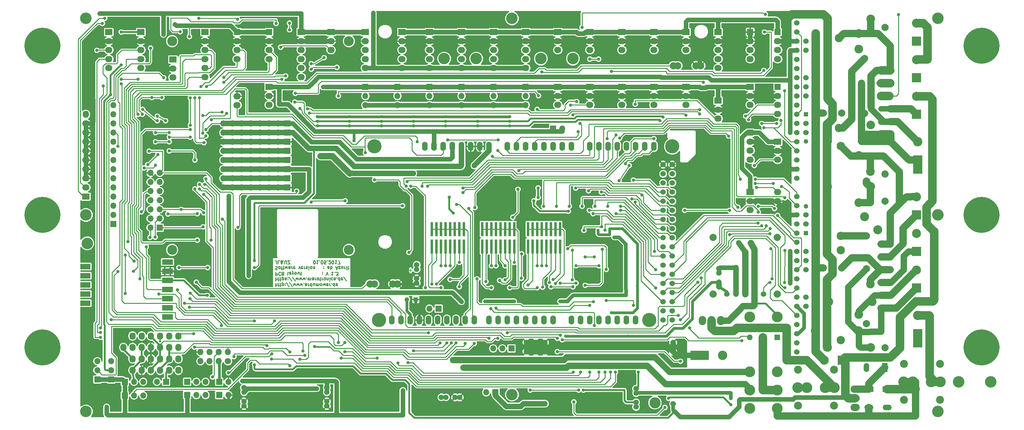
<source format=gbl>
%TF.GenerationSoftware,KiCad,Pcbnew,(2017-02-19 revision a416f3a4e)-master*%
%TF.CreationDate,2017-04-25T15:40:45+02:00*%
%TF.ProjectId,ardumower mega shield svn,617264756D6F776572206D6567612073,1.3*%
%TF.FileFunction,Copper,L2,Bot,Signal*%
%TF.FilePolarity,Positive*%
%FSLAX46Y46*%
G04 Gerber Fmt 4.6, Leading zero omitted, Abs format (unit mm)*
G04 Created by KiCad (PCBNEW (2017-02-19 revision a416f3a4e)-master) date 04/25/17 15:40:45*
%MOMM*%
%LPD*%
G01*
G04 APERTURE LIST*
%ADD10C,0.100000*%
%TA.AperFunction,NonConductor*%
%ADD11C,0.225000*%
%TD*%
%TA.AperFunction,EtchedComponent*%
%ADD12C,0.150000*%
%TD*%
%TA.AperFunction,ComponentPad*%
%ADD13O,1.727200X2.032000*%
%TD*%
%TA.AperFunction,ComponentPad*%
%ADD14C,2.750000*%
%TD*%
%TA.AperFunction,ComponentPad*%
%ADD15C,2.000000*%
%TD*%
%TA.AperFunction,ComponentPad*%
%ADD16C,1.524000*%
%TD*%
%TA.AperFunction,ComponentPad*%
%ADD17O,1.524000X2.540000*%
%TD*%
%TA.AperFunction,ComponentPad*%
%ADD18C,3.937000*%
%TD*%
%TA.AperFunction,ComponentPad*%
%ADD19R,1.700000X1.700000*%
%TD*%
%TA.AperFunction,ComponentPad*%
%ADD20O,1.700000X1.700000*%
%TD*%
%TA.AperFunction,ComponentPad*%
%ADD21R,2.499360X1.501140*%
%TD*%
%TA.AperFunction,ComponentPad*%
%ADD22O,2.499360X1.501140*%
%TD*%
%TA.AperFunction,ComponentPad*%
%ADD23R,1.300000X1.300000*%
%TD*%
%TA.AperFunction,ComponentPad*%
%ADD24C,1.300000*%
%TD*%
%TA.AperFunction,ComponentPad*%
%ADD25C,1.998980*%
%TD*%
%TA.AperFunction,ComponentPad*%
%ADD26C,2.301240*%
%TD*%
%TA.AperFunction,ComponentPad*%
%ADD27C,1.501140*%
%TD*%
%TA.AperFunction,ComponentPad*%
%ADD28C,3.200000*%
%TD*%
%TA.AperFunction,ComponentPad*%
%ADD29C,10.000000*%
%TD*%
%TA.AperFunction,ComponentPad*%
%ADD30C,2.500000*%
%TD*%
%TA.AperFunction,ComponentPad*%
%ADD31R,2.500000X2.500000*%
%TD*%
%TA.AperFunction,ComponentPad*%
%ADD32R,2.600000X2.600000*%
%TD*%
%TA.AperFunction,ComponentPad*%
%ADD33C,2.600000*%
%TD*%
%TA.AperFunction,ComponentPad*%
%ADD34C,3.100000*%
%TD*%
%TA.AperFunction,ComponentPad*%
%ADD35C,2.999740*%
%TD*%
%TA.AperFunction,ComponentPad*%
%ADD36O,2.032000X2.540000*%
%TD*%
%TA.AperFunction,ComponentPad*%
%ADD37O,2.540000X2.032000*%
%TD*%
%TA.AperFunction,ComponentPad*%
%ADD38O,2.032000X1.727200*%
%TD*%
%TA.AperFunction,ComponentPad*%
%ADD39R,2.032000X1.727200*%
%TD*%
%TA.AperFunction,ComponentPad*%
%ADD40R,1.720000X1.720000*%
%TD*%
%TA.AperFunction,ComponentPad*%
%ADD41O,2.032000X1.720000*%
%TD*%
%TA.AperFunction,ComponentPad*%
%ADD42O,2.023000X1.720000*%
%TD*%
%TA.AperFunction,ComponentPad*%
%ADD43R,2.032000X1.720000*%
%TD*%
%TA.AperFunction,ComponentPad*%
%ADD44R,2.032000X1.700000*%
%TD*%
%TA.AperFunction,ComponentPad*%
%ADD45O,2.032000X1.710000*%
%TD*%
%TA.AperFunction,ComponentPad*%
%ADD46R,2.032000X1.710000*%
%TD*%
%TA.AperFunction,ComponentPad*%
%ADD47C,2.400000*%
%TD*%
%TA.AperFunction,SMDPad,CuDef*%
%ADD48R,0.660400X4.000000*%
%TD*%
%TA.AperFunction,ComponentPad*%
%ADD49R,1.524000X1.524000*%
%TD*%
%TA.AperFunction,ComponentPad*%
%ADD50O,1.727200X1.727200*%
%TD*%
%TA.AperFunction,ComponentPad*%
%ADD51C,1.727200*%
%TD*%
%TA.AperFunction,ComponentPad*%
%ADD52C,2.199640*%
%TD*%
%TA.AperFunction,ComponentPad*%
%ADD53R,1.501140X2.499360*%
%TD*%
%TA.AperFunction,ComponentPad*%
%ADD54O,1.501140X2.499360*%
%TD*%
%TA.AperFunction,ComponentPad*%
%ADD55R,1.600000X1.600000*%
%TD*%
%TA.AperFunction,ComponentPad*%
%ADD56O,1.600000X1.600000*%
%TD*%
%TA.AperFunction,ViaPad*%
%ADD57C,0.889000*%
%TD*%
%TA.AperFunction,ViaPad*%
%ADD58C,1.600000*%
%TD*%
%TA.AperFunction,Conductor*%
%ADD59C,0.254000*%
%TD*%
%TA.AperFunction,Conductor*%
%ADD60C,0.508000*%
%TD*%
%TA.AperFunction,Conductor*%
%ADD61C,0.500000*%
%TD*%
%TA.AperFunction,Conductor*%
%ADD62C,1.270000*%
%TD*%
%TA.AperFunction,Conductor*%
%ADD63C,2.358000*%
%TD*%
%TA.AperFunction,Conductor*%
%ADD64C,2.032000*%
%TD*%
%TA.AperFunction,Conductor*%
%ADD65C,1.016000*%
%TD*%
%TA.AperFunction,Conductor*%
%ADD66C,0.762000*%
%TD*%
%TA.AperFunction,Conductor*%
%ADD67C,1.524000*%
%TD*%
%TA.AperFunction,Conductor*%
%ADD68C,1.778000*%
%TD*%
%TA.AperFunction,Conductor*%
%ADD69C,0.304800*%
%TD*%
G04 APERTURE END LIST*
D10*
D11*
X83037535Y-106628857D02*
X83037535Y-107528857D01*
X83423250Y-106628857D02*
X83423250Y-107100285D01*
X83380392Y-107186000D01*
X83294678Y-107228857D01*
X83166107Y-107228857D01*
X83080392Y-107186000D01*
X83037535Y-107143142D01*
X83723250Y-107228857D02*
X84066107Y-107228857D01*
X83851821Y-107528857D02*
X83851821Y-106757428D01*
X83894678Y-106671714D01*
X83980392Y-106628857D01*
X84066107Y-106628857D01*
X84237535Y-107228857D02*
X84580392Y-107228857D01*
X84366107Y-107528857D02*
X84366107Y-106757428D01*
X84408964Y-106671714D01*
X84494678Y-106628857D01*
X84580392Y-106628857D01*
X84880392Y-107228857D02*
X84880392Y-106328857D01*
X84880392Y-107186000D02*
X84966107Y-107228857D01*
X85137535Y-107228857D01*
X85223250Y-107186000D01*
X85266107Y-107143142D01*
X85308964Y-107057428D01*
X85308964Y-106800285D01*
X85266107Y-106714571D01*
X85223250Y-106671714D01*
X85137535Y-106628857D01*
X84966107Y-106628857D01*
X84880392Y-106671714D01*
X85694678Y-106714571D02*
X85737535Y-106671714D01*
X85694678Y-106628857D01*
X85651821Y-106671714D01*
X85694678Y-106714571D01*
X85694678Y-106628857D01*
X85694678Y-107186000D02*
X85737535Y-107143142D01*
X85694678Y-107100285D01*
X85651821Y-107143142D01*
X85694678Y-107186000D01*
X85694678Y-107100285D01*
X86766107Y-107571714D02*
X85994678Y-106414571D01*
X87708964Y-107571714D02*
X86937535Y-106414571D01*
X87923250Y-107228857D02*
X88094678Y-106628857D01*
X88266107Y-107057428D01*
X88437535Y-106628857D01*
X88608964Y-107228857D01*
X88866107Y-107228857D02*
X89037535Y-106628857D01*
X89208964Y-107057428D01*
X89380392Y-106628857D01*
X89551821Y-107228857D01*
X89808964Y-107228857D02*
X89980392Y-106628857D01*
X90151821Y-107057428D01*
X90323250Y-106628857D01*
X90494678Y-107228857D01*
X90837535Y-106714571D02*
X90880392Y-106671714D01*
X90837535Y-106628857D01*
X90794678Y-106671714D01*
X90837535Y-106714571D01*
X90837535Y-106628857D01*
X91651821Y-106628857D02*
X91651821Y-107100285D01*
X91608964Y-107186000D01*
X91523250Y-107228857D01*
X91351821Y-107228857D01*
X91266107Y-107186000D01*
X91651821Y-106671714D02*
X91566107Y-106628857D01*
X91351821Y-106628857D01*
X91266107Y-106671714D01*
X91223250Y-106757428D01*
X91223250Y-106843142D01*
X91266107Y-106928857D01*
X91351821Y-106971714D01*
X91566107Y-106971714D01*
X91651821Y-107014571D01*
X92080392Y-106628857D02*
X92080392Y-107228857D01*
X92080392Y-107057428D02*
X92123250Y-107143142D01*
X92166107Y-107186000D01*
X92251821Y-107228857D01*
X92337535Y-107228857D01*
X93023250Y-106628857D02*
X93023250Y-107528857D01*
X93023250Y-106671714D02*
X92937535Y-106628857D01*
X92766107Y-106628857D01*
X92680392Y-106671714D01*
X92637535Y-106714571D01*
X92594678Y-106800285D01*
X92594678Y-107057428D01*
X92637535Y-107143142D01*
X92680392Y-107186000D01*
X92766107Y-107228857D01*
X92937535Y-107228857D01*
X93023250Y-107186000D01*
X93837535Y-107228857D02*
X93837535Y-106628857D01*
X93451821Y-107228857D02*
X93451821Y-106757428D01*
X93494678Y-106671714D01*
X93580392Y-106628857D01*
X93708964Y-106628857D01*
X93794678Y-106671714D01*
X93837535Y-106714571D01*
X94266107Y-106628857D02*
X94266107Y-107228857D01*
X94266107Y-107143142D02*
X94308964Y-107186000D01*
X94394678Y-107228857D01*
X94523250Y-107228857D01*
X94608964Y-107186000D01*
X94651821Y-107100285D01*
X94651821Y-106628857D01*
X94651821Y-107100285D02*
X94694678Y-107186000D01*
X94780392Y-107228857D01*
X94908964Y-107228857D01*
X94994678Y-107186000D01*
X95037535Y-107100285D01*
X95037535Y-106628857D01*
X95594678Y-106628857D02*
X95508964Y-106671714D01*
X95466107Y-106714571D01*
X95423250Y-106800285D01*
X95423250Y-107057428D01*
X95466107Y-107143142D01*
X95508964Y-107186000D01*
X95594678Y-107228857D01*
X95723250Y-107228857D01*
X95808964Y-107186000D01*
X95851821Y-107143142D01*
X95894678Y-107057428D01*
X95894678Y-106800285D01*
X95851821Y-106714571D01*
X95808964Y-106671714D01*
X95723250Y-106628857D01*
X95594678Y-106628857D01*
X96194678Y-107228857D02*
X96366107Y-106628857D01*
X96537535Y-107057428D01*
X96708964Y-106628857D01*
X96880392Y-107228857D01*
X97566107Y-106671714D02*
X97480392Y-106628857D01*
X97308964Y-106628857D01*
X97223250Y-106671714D01*
X97180392Y-106757428D01*
X97180392Y-107100285D01*
X97223250Y-107186000D01*
X97308964Y-107228857D01*
X97480392Y-107228857D01*
X97566107Y-107186000D01*
X97608964Y-107100285D01*
X97608964Y-107014571D01*
X97180392Y-106928857D01*
X97994678Y-106628857D02*
X97994678Y-107228857D01*
X97994678Y-107057428D02*
X98037535Y-107143142D01*
X98080392Y-107186000D01*
X98166107Y-107228857D01*
X98251821Y-107228857D01*
X98551821Y-106714571D02*
X98594678Y-106671714D01*
X98551821Y-106628857D01*
X98508964Y-106671714D01*
X98551821Y-106714571D01*
X98551821Y-106628857D01*
X99366107Y-106628857D02*
X99366107Y-107528857D01*
X99366107Y-106671714D02*
X99280392Y-106628857D01*
X99108964Y-106628857D01*
X99023250Y-106671714D01*
X98980392Y-106714571D01*
X98937535Y-106800285D01*
X98937535Y-107057428D01*
X98980392Y-107143142D01*
X99023250Y-107186000D01*
X99108964Y-107228857D01*
X99280392Y-107228857D01*
X99366107Y-107186000D01*
X100137535Y-106671714D02*
X100051821Y-106628857D01*
X99880392Y-106628857D01*
X99794678Y-106671714D01*
X99751821Y-106757428D01*
X99751821Y-107100285D01*
X99794678Y-107186000D01*
X99880392Y-107228857D01*
X100051821Y-107228857D01*
X100137535Y-107186000D01*
X100180392Y-107100285D01*
X100180392Y-107014571D01*
X99751821Y-106928857D01*
X83037535Y-105053857D02*
X83037535Y-105953857D01*
X83423250Y-105053857D02*
X83423250Y-105525285D01*
X83380392Y-105611000D01*
X83294678Y-105653857D01*
X83166107Y-105653857D01*
X83080392Y-105611000D01*
X83037535Y-105568142D01*
X83723250Y-105653857D02*
X84066107Y-105653857D01*
X83851821Y-105953857D02*
X83851821Y-105182428D01*
X83894678Y-105096714D01*
X83980392Y-105053857D01*
X84066107Y-105053857D01*
X84237535Y-105653857D02*
X84580392Y-105653857D01*
X84366107Y-105953857D02*
X84366107Y-105182428D01*
X84408964Y-105096714D01*
X84494678Y-105053857D01*
X84580392Y-105053857D01*
X84880392Y-105653857D02*
X84880392Y-104753857D01*
X84880392Y-105611000D02*
X84966107Y-105653857D01*
X85137535Y-105653857D01*
X85223250Y-105611000D01*
X85266107Y-105568142D01*
X85308964Y-105482428D01*
X85308964Y-105225285D01*
X85266107Y-105139571D01*
X85223250Y-105096714D01*
X85137535Y-105053857D01*
X84966107Y-105053857D01*
X84880392Y-105096714D01*
X85651821Y-105096714D02*
X85737535Y-105053857D01*
X85908964Y-105053857D01*
X85994678Y-105096714D01*
X86037535Y-105182428D01*
X86037535Y-105225285D01*
X85994678Y-105311000D01*
X85908964Y-105353857D01*
X85780392Y-105353857D01*
X85694678Y-105396714D01*
X85651821Y-105482428D01*
X85651821Y-105525285D01*
X85694678Y-105611000D01*
X85780392Y-105653857D01*
X85908964Y-105653857D01*
X85994678Y-105611000D01*
X86423250Y-105139571D02*
X86466107Y-105096714D01*
X86423250Y-105053857D01*
X86380392Y-105096714D01*
X86423250Y-105139571D01*
X86423250Y-105053857D01*
X86423250Y-105611000D02*
X86466107Y-105568142D01*
X86423250Y-105525285D01*
X86380392Y-105568142D01*
X86423250Y-105611000D01*
X86423250Y-105525285D01*
X87494678Y-105996714D02*
X86723250Y-104839571D01*
X88437535Y-105996714D02*
X87666107Y-104839571D01*
X88651821Y-105653857D02*
X88823250Y-105053857D01*
X88994678Y-105482428D01*
X89166107Y-105053857D01*
X89337535Y-105653857D01*
X89594678Y-105653857D02*
X89766107Y-105053857D01*
X89937535Y-105482428D01*
X90108964Y-105053857D01*
X90280392Y-105653857D01*
X90537535Y-105653857D02*
X90708964Y-105053857D01*
X90880392Y-105482428D01*
X91051821Y-105053857D01*
X91223249Y-105653857D01*
X91566107Y-105139571D02*
X91608964Y-105096714D01*
X91566107Y-105053857D01*
X91523249Y-105096714D01*
X91566107Y-105139571D01*
X91566107Y-105053857D01*
X91994678Y-105053857D02*
X91994678Y-105653857D01*
X91994678Y-105568142D02*
X92037535Y-105611000D01*
X92123249Y-105653857D01*
X92251821Y-105653857D01*
X92337535Y-105611000D01*
X92380392Y-105525285D01*
X92380392Y-105053857D01*
X92380392Y-105525285D02*
X92423249Y-105611000D01*
X92508964Y-105653857D01*
X92637535Y-105653857D01*
X92723249Y-105611000D01*
X92766107Y-105525285D01*
X92766107Y-105053857D01*
X93580392Y-105053857D02*
X93580392Y-105525285D01*
X93537535Y-105611000D01*
X93451821Y-105653857D01*
X93280392Y-105653857D01*
X93194678Y-105611000D01*
X93580392Y-105096714D02*
X93494678Y-105053857D01*
X93280392Y-105053857D01*
X93194678Y-105096714D01*
X93151821Y-105182428D01*
X93151821Y-105268142D01*
X93194678Y-105353857D01*
X93280392Y-105396714D01*
X93494678Y-105396714D01*
X93580392Y-105439571D01*
X94008964Y-105053857D02*
X94008964Y-105653857D01*
X94008964Y-105482428D02*
X94051821Y-105568142D01*
X94094678Y-105611000D01*
X94180392Y-105653857D01*
X94266107Y-105653857D01*
X94694678Y-105053857D02*
X94608964Y-105096714D01*
X94566107Y-105139571D01*
X94523249Y-105225285D01*
X94523249Y-105482428D01*
X94566107Y-105568142D01*
X94608964Y-105611000D01*
X94694678Y-105653857D01*
X94823249Y-105653857D01*
X94908964Y-105611000D01*
X94951821Y-105568142D01*
X94994678Y-105482428D01*
X94994678Y-105225285D01*
X94951821Y-105139571D01*
X94908964Y-105096714D01*
X94823249Y-105053857D01*
X94694678Y-105053857D01*
X95251821Y-105653857D02*
X95594678Y-105653857D01*
X95380392Y-105953857D02*
X95380392Y-105182428D01*
X95423249Y-105096714D01*
X95508964Y-105053857D01*
X95594678Y-105053857D01*
X95894678Y-105053857D02*
X95894678Y-105653857D01*
X95894678Y-105482428D02*
X95937535Y-105568142D01*
X95980392Y-105611000D01*
X96066107Y-105653857D01*
X96151821Y-105653857D01*
X96580392Y-105053857D02*
X96494678Y-105096714D01*
X96451821Y-105139571D01*
X96408964Y-105225285D01*
X96408964Y-105482428D01*
X96451821Y-105568142D01*
X96494678Y-105611000D01*
X96580392Y-105653857D01*
X96708964Y-105653857D01*
X96794678Y-105611000D01*
X96837535Y-105568142D01*
X96880392Y-105482428D01*
X96880392Y-105225285D01*
X96837535Y-105139571D01*
X96794678Y-105096714D01*
X96708964Y-105053857D01*
X96580392Y-105053857D01*
X97266107Y-105653857D02*
X97266107Y-105053857D01*
X97266107Y-105568142D02*
X97308964Y-105611000D01*
X97394678Y-105653857D01*
X97523249Y-105653857D01*
X97608964Y-105611000D01*
X97651821Y-105525285D01*
X97651821Y-105053857D01*
X98080392Y-105053857D02*
X98080392Y-105653857D01*
X98080392Y-105953857D02*
X98037535Y-105911000D01*
X98080392Y-105868142D01*
X98123249Y-105911000D01*
X98080392Y-105953857D01*
X98080392Y-105868142D01*
X98894678Y-105096714D02*
X98808964Y-105053857D01*
X98637535Y-105053857D01*
X98551821Y-105096714D01*
X98508964Y-105139571D01*
X98466107Y-105225285D01*
X98466107Y-105482428D01*
X98508964Y-105568142D01*
X98551821Y-105611000D01*
X98637535Y-105653857D01*
X98808964Y-105653857D01*
X98894678Y-105611000D01*
X99237535Y-105096714D02*
X99323250Y-105053857D01*
X99494678Y-105053857D01*
X99580392Y-105096714D01*
X99623250Y-105182428D01*
X99623250Y-105225285D01*
X99580392Y-105311000D01*
X99494678Y-105353857D01*
X99366107Y-105353857D01*
X99280392Y-105396714D01*
X99237535Y-105482428D01*
X99237535Y-105525285D01*
X99280392Y-105611000D01*
X99366107Y-105653857D01*
X99494678Y-105653857D01*
X99580392Y-105611000D01*
X100008964Y-105139571D02*
X100051821Y-105096714D01*
X100008964Y-105053857D01*
X99966107Y-105096714D01*
X100008964Y-105139571D01*
X100008964Y-105053857D01*
X100823250Y-105053857D02*
X100823250Y-105953857D01*
X100823250Y-105096714D02*
X100737535Y-105053857D01*
X100566107Y-105053857D01*
X100480392Y-105096714D01*
X100437535Y-105139571D01*
X100394678Y-105225285D01*
X100394678Y-105482428D01*
X100437535Y-105568142D01*
X100480392Y-105611000D01*
X100566107Y-105653857D01*
X100737535Y-105653857D01*
X100823250Y-105611000D01*
X101594678Y-105096714D02*
X101508964Y-105053857D01*
X101337535Y-105053857D01*
X101251821Y-105096714D01*
X101208964Y-105182428D01*
X101208964Y-105525285D01*
X101251821Y-105611000D01*
X101337535Y-105653857D01*
X101508964Y-105653857D01*
X101594678Y-105611000D01*
X101637535Y-105525285D01*
X101637535Y-105439571D01*
X101208964Y-105353857D01*
X102666107Y-105996714D02*
X101894678Y-104839571D01*
X83037535Y-103478857D02*
X83037535Y-104378857D01*
X83380392Y-104378857D01*
X83466107Y-104336000D01*
X83508964Y-104293142D01*
X83551821Y-104207428D01*
X83551821Y-104078857D01*
X83508964Y-103993142D01*
X83466107Y-103950285D01*
X83380392Y-103907428D01*
X83037535Y-103907428D01*
X84451821Y-103564571D02*
X84408964Y-103521714D01*
X84280392Y-103478857D01*
X84194678Y-103478857D01*
X84066107Y-103521714D01*
X83980392Y-103607428D01*
X83937535Y-103693142D01*
X83894678Y-103864571D01*
X83894678Y-103993142D01*
X83937535Y-104164571D01*
X83980392Y-104250285D01*
X84066107Y-104336000D01*
X84194678Y-104378857D01*
X84280392Y-104378857D01*
X84408964Y-104336000D01*
X84451821Y-104293142D01*
X85137535Y-103950285D02*
X85266107Y-103907428D01*
X85308964Y-103864571D01*
X85351821Y-103778857D01*
X85351821Y-103650285D01*
X85308964Y-103564571D01*
X85266107Y-103521714D01*
X85180392Y-103478857D01*
X84837535Y-103478857D01*
X84837535Y-104378857D01*
X85137535Y-104378857D01*
X85223250Y-104336000D01*
X85266107Y-104293142D01*
X85308964Y-104207428D01*
X85308964Y-104121714D01*
X85266107Y-104036000D01*
X85223250Y-103993142D01*
X85137535Y-103950285D01*
X84837535Y-103950285D01*
X86551821Y-103478857D02*
X86466107Y-103521714D01*
X86423250Y-103607428D01*
X86423250Y-104378857D01*
X87280392Y-103478857D02*
X87280392Y-103950285D01*
X87237535Y-104036000D01*
X87151821Y-104078857D01*
X86980392Y-104078857D01*
X86894678Y-104036000D01*
X87280392Y-103521714D02*
X87194678Y-103478857D01*
X86980392Y-103478857D01*
X86894678Y-103521714D01*
X86851821Y-103607428D01*
X86851821Y-103693142D01*
X86894678Y-103778857D01*
X86980392Y-103821714D01*
X87194678Y-103821714D01*
X87280392Y-103864571D01*
X87623250Y-104078857D02*
X87837535Y-103478857D01*
X88051821Y-104078857D02*
X87837535Y-103478857D01*
X87751821Y-103264571D01*
X87708964Y-103221714D01*
X87623250Y-103178857D01*
X88523250Y-103478857D02*
X88437535Y-103521714D01*
X88394678Y-103564571D01*
X88351821Y-103650285D01*
X88351821Y-103907428D01*
X88394678Y-103993142D01*
X88437535Y-104036000D01*
X88523250Y-104078857D01*
X88651821Y-104078857D01*
X88737535Y-104036000D01*
X88780392Y-103993142D01*
X88823250Y-103907428D01*
X88823250Y-103650285D01*
X88780392Y-103564571D01*
X88737535Y-103521714D01*
X88651821Y-103478857D01*
X88523250Y-103478857D01*
X89594678Y-104078857D02*
X89594678Y-103478857D01*
X89208964Y-104078857D02*
X89208964Y-103607428D01*
X89251821Y-103521714D01*
X89337535Y-103478857D01*
X89466107Y-103478857D01*
X89551821Y-103521714D01*
X89594678Y-103564571D01*
X89894678Y-104078857D02*
X90237535Y-104078857D01*
X90023250Y-104378857D02*
X90023250Y-103607428D01*
X90066107Y-103521714D01*
X90151821Y-103478857D01*
X90237535Y-103478857D01*
X96023250Y-103564571D02*
X96066107Y-103521714D01*
X96023250Y-103478857D01*
X95980392Y-103521714D01*
X96023250Y-103564571D01*
X96023250Y-103478857D01*
X96023250Y-104036000D02*
X96066107Y-103993142D01*
X96023250Y-103950285D01*
X95980392Y-103993142D01*
X96023250Y-104036000D01*
X96023250Y-103950285D01*
X97008964Y-104378857D02*
X97308964Y-103478857D01*
X97608964Y-104378857D01*
X99066107Y-103478857D02*
X98551821Y-103478857D01*
X98808964Y-103478857D02*
X98808964Y-104378857D01*
X98723250Y-104250285D01*
X98637535Y-104164571D01*
X98551821Y-104121714D01*
X99451821Y-103564571D02*
X99494678Y-103521714D01*
X99451821Y-103478857D01*
X99408964Y-103521714D01*
X99451821Y-103564571D01*
X99451821Y-103478857D01*
X99794678Y-104378857D02*
X100351821Y-104378857D01*
X100051821Y-104036000D01*
X100180392Y-104036000D01*
X100266107Y-103993142D01*
X100308964Y-103950285D01*
X100351821Y-103864571D01*
X100351821Y-103650285D01*
X100308964Y-103564571D01*
X100266107Y-103521714D01*
X100180392Y-103478857D01*
X99923250Y-103478857D01*
X99837535Y-103521714D01*
X99794678Y-103564571D01*
X82994678Y-101946714D02*
X83123250Y-101903857D01*
X83337535Y-101903857D01*
X83423250Y-101946714D01*
X83466107Y-101989571D01*
X83508964Y-102075285D01*
X83508964Y-102161000D01*
X83466107Y-102246714D01*
X83423250Y-102289571D01*
X83337535Y-102332428D01*
X83166107Y-102375285D01*
X83080392Y-102418142D01*
X83037535Y-102461000D01*
X82994678Y-102546714D01*
X82994678Y-102632428D01*
X83037535Y-102718142D01*
X83080392Y-102761000D01*
X83166107Y-102803857D01*
X83380392Y-102803857D01*
X83508964Y-102761000D01*
X84023250Y-101903857D02*
X83937535Y-101946714D01*
X83894678Y-101989571D01*
X83851821Y-102075285D01*
X83851821Y-102332428D01*
X83894678Y-102418142D01*
X83937535Y-102461000D01*
X84023250Y-102503857D01*
X84151821Y-102503857D01*
X84237535Y-102461000D01*
X84280392Y-102418142D01*
X84323250Y-102332428D01*
X84323250Y-102075285D01*
X84280392Y-101989571D01*
X84237535Y-101946714D01*
X84151821Y-101903857D01*
X84023250Y-101903857D01*
X84580392Y-102503857D02*
X84923250Y-102503857D01*
X84708964Y-101903857D02*
X84708964Y-102675285D01*
X84751821Y-102761000D01*
X84837535Y-102803857D01*
X84923250Y-102803857D01*
X85094678Y-102503857D02*
X85437535Y-102503857D01*
X85223250Y-102803857D02*
X85223250Y-102032428D01*
X85266107Y-101946714D01*
X85351821Y-101903857D01*
X85437535Y-101903857D01*
X85651821Y-102503857D02*
X85823250Y-101903857D01*
X85994678Y-102332428D01*
X86166107Y-101903857D01*
X86337535Y-102503857D01*
X87066107Y-101903857D02*
X87066107Y-102375285D01*
X87023250Y-102461000D01*
X86937535Y-102503857D01*
X86766107Y-102503857D01*
X86680392Y-102461000D01*
X87066107Y-101946714D02*
X86980392Y-101903857D01*
X86766107Y-101903857D01*
X86680392Y-101946714D01*
X86637535Y-102032428D01*
X86637535Y-102118142D01*
X86680392Y-102203857D01*
X86766107Y-102246714D01*
X86980392Y-102246714D01*
X87066107Y-102289571D01*
X87494678Y-101903857D02*
X87494678Y-102503857D01*
X87494678Y-102332428D02*
X87537535Y-102418142D01*
X87580392Y-102461000D01*
X87666107Y-102503857D01*
X87751821Y-102503857D01*
X88394678Y-101946714D02*
X88308964Y-101903857D01*
X88137535Y-101903857D01*
X88051821Y-101946714D01*
X88008964Y-102032428D01*
X88008964Y-102375285D01*
X88051821Y-102461000D01*
X88137535Y-102503857D01*
X88308964Y-102503857D01*
X88394678Y-102461000D01*
X88437535Y-102375285D01*
X88437535Y-102289571D01*
X88008964Y-102203857D01*
X89423250Y-102503857D02*
X89637535Y-101903857D01*
X89851821Y-102503857D01*
X90537535Y-101946714D02*
X90451821Y-101903857D01*
X90280392Y-101903857D01*
X90194678Y-101946714D01*
X90151821Y-102032428D01*
X90151821Y-102375285D01*
X90194678Y-102461000D01*
X90280392Y-102503857D01*
X90451821Y-102503857D01*
X90537535Y-102461000D01*
X90580392Y-102375285D01*
X90580392Y-102289571D01*
X90151821Y-102203857D01*
X90966107Y-101903857D02*
X90966107Y-102503857D01*
X90966107Y-102332428D02*
X91008964Y-102418142D01*
X91051821Y-102461000D01*
X91137535Y-102503857D01*
X91223250Y-102503857D01*
X91480392Y-101946714D02*
X91566107Y-101903857D01*
X91737535Y-101903857D01*
X91823250Y-101946714D01*
X91866107Y-102032428D01*
X91866107Y-102075285D01*
X91823250Y-102161000D01*
X91737535Y-102203857D01*
X91608964Y-102203857D01*
X91523250Y-102246714D01*
X91480392Y-102332428D01*
X91480392Y-102375285D01*
X91523250Y-102461000D01*
X91608964Y-102503857D01*
X91737535Y-102503857D01*
X91823250Y-102461000D01*
X92251821Y-101903857D02*
X92251821Y-102503857D01*
X92251821Y-102803857D02*
X92208964Y-102761000D01*
X92251821Y-102718142D01*
X92294678Y-102761000D01*
X92251821Y-102803857D01*
X92251821Y-102718142D01*
X92808964Y-101903857D02*
X92723250Y-101946714D01*
X92680392Y-101989571D01*
X92637535Y-102075285D01*
X92637535Y-102332428D01*
X92680392Y-102418142D01*
X92723250Y-102461000D01*
X92808964Y-102503857D01*
X92937535Y-102503857D01*
X93023250Y-102461000D01*
X93066107Y-102418142D01*
X93108964Y-102332428D01*
X93108964Y-102075285D01*
X93066107Y-101989571D01*
X93023250Y-101946714D01*
X92937535Y-101903857D01*
X92808964Y-101903857D01*
X93494678Y-102503857D02*
X93494678Y-101903857D01*
X93494678Y-102418142D02*
X93537535Y-102461000D01*
X93623250Y-102503857D01*
X93751821Y-102503857D01*
X93837535Y-102461000D01*
X93880392Y-102375285D01*
X93880392Y-101903857D01*
X96366107Y-101989571D02*
X96408964Y-101946714D01*
X96366107Y-101903857D01*
X96323250Y-101946714D01*
X96366107Y-101989571D01*
X96366107Y-101903857D01*
X96366107Y-102461000D02*
X96408964Y-102418142D01*
X96366107Y-102375285D01*
X96323250Y-102418142D01*
X96366107Y-102461000D01*
X96366107Y-102375285D01*
X97866107Y-101903857D02*
X97866107Y-102375285D01*
X97823250Y-102461000D01*
X97737535Y-102503857D01*
X97566107Y-102503857D01*
X97480392Y-102461000D01*
X97866107Y-101946714D02*
X97780392Y-101903857D01*
X97566107Y-101903857D01*
X97480392Y-101946714D01*
X97437535Y-102032428D01*
X97437535Y-102118142D01*
X97480392Y-102203857D01*
X97566107Y-102246714D01*
X97780392Y-102246714D01*
X97866107Y-102289571D01*
X98294678Y-101903857D02*
X98294678Y-102803857D01*
X98294678Y-102461000D02*
X98380392Y-102503857D01*
X98551821Y-102503857D01*
X98637535Y-102461000D01*
X98680392Y-102418142D01*
X98723250Y-102332428D01*
X98723250Y-102075285D01*
X98680392Y-101989571D01*
X98637535Y-101946714D01*
X98551821Y-101903857D01*
X98380392Y-101903857D01*
X98294678Y-101946714D01*
X99751821Y-102161000D02*
X100180392Y-102161000D01*
X99666107Y-101903857D02*
X99966107Y-102803857D01*
X100266107Y-101903857D01*
X100480392Y-102503857D02*
X100951821Y-102503857D01*
X100480392Y-101903857D01*
X100951821Y-101903857D01*
X101680392Y-102503857D02*
X101680392Y-101903857D01*
X101294678Y-102503857D02*
X101294678Y-102032428D01*
X101337535Y-101946714D01*
X101423250Y-101903857D01*
X101551821Y-101903857D01*
X101637535Y-101946714D01*
X101680392Y-101989571D01*
X102108964Y-101903857D02*
X102108964Y-102503857D01*
X102108964Y-102332428D02*
X102151821Y-102418142D01*
X102194678Y-102461000D01*
X102280392Y-102503857D01*
X102366107Y-102503857D01*
X102666107Y-101903857D02*
X102666107Y-102503857D01*
X102666107Y-102803857D02*
X102623250Y-102761000D01*
X102666107Y-102718142D01*
X102708964Y-102761000D01*
X102666107Y-102803857D01*
X102666107Y-102718142D01*
X102966107Y-102503857D02*
X103308964Y-102503857D01*
X103094678Y-102803857D02*
X103094678Y-102032428D01*
X103137535Y-101946714D01*
X103223250Y-101903857D01*
X103308964Y-101903857D01*
X83294678Y-101228857D02*
X83294678Y-100586000D01*
X83251821Y-100457428D01*
X83166107Y-100371714D01*
X83037535Y-100328857D01*
X82951821Y-100328857D01*
X84151821Y-100328857D02*
X83723250Y-100328857D01*
X83723250Y-101228857D01*
X85180392Y-100328857D02*
X85137535Y-100328857D01*
X85051821Y-100371714D01*
X84923250Y-100500285D01*
X84708964Y-100757428D01*
X84623250Y-100886000D01*
X84580392Y-101014571D01*
X84580392Y-101100285D01*
X84623250Y-101186000D01*
X84708964Y-101228857D01*
X84751821Y-101228857D01*
X84837535Y-101186000D01*
X84880392Y-101100285D01*
X84880392Y-101057428D01*
X84837535Y-100971714D01*
X84794678Y-100928857D01*
X84537535Y-100757428D01*
X84494678Y-100714571D01*
X84451821Y-100628857D01*
X84451821Y-100500285D01*
X84494678Y-100414571D01*
X84537535Y-100371714D01*
X84623250Y-100328857D01*
X84751821Y-100328857D01*
X84837535Y-100371714D01*
X84880392Y-100414571D01*
X85008964Y-100586000D01*
X85051821Y-100714571D01*
X85051821Y-100800285D01*
X85566107Y-101228857D02*
X85566107Y-100500285D01*
X85608964Y-100414571D01*
X85651821Y-100371714D01*
X85737535Y-100328857D01*
X85908964Y-100328857D01*
X85994678Y-100371714D01*
X86037535Y-100414571D01*
X86080392Y-100500285D01*
X86080392Y-101228857D01*
X86423250Y-101228857D02*
X87023250Y-101228857D01*
X86423250Y-100328857D01*
X87023250Y-100328857D01*
X93708964Y-101228857D02*
X93794678Y-101228857D01*
X93880392Y-101186000D01*
X93923250Y-101143142D01*
X93966107Y-101057428D01*
X94008964Y-100886000D01*
X94008964Y-100671714D01*
X93966107Y-100500285D01*
X93923250Y-100414571D01*
X93880392Y-100371714D01*
X93794678Y-100328857D01*
X93708964Y-100328857D01*
X93623250Y-100371714D01*
X93580392Y-100414571D01*
X93537535Y-100500285D01*
X93494678Y-100671714D01*
X93494678Y-100886000D01*
X93537535Y-101057428D01*
X93580392Y-101143142D01*
X93623250Y-101186000D01*
X93708964Y-101228857D01*
X94866107Y-100328857D02*
X94351821Y-100328857D01*
X94608964Y-100328857D02*
X94608964Y-101228857D01*
X94523250Y-101100285D01*
X94437535Y-101014571D01*
X94351821Y-100971714D01*
X95251821Y-100414571D02*
X95294678Y-100371714D01*
X95251821Y-100328857D01*
X95208964Y-100371714D01*
X95251821Y-100414571D01*
X95251821Y-100328857D01*
X95851821Y-101228857D02*
X95937535Y-101228857D01*
X96023250Y-101186000D01*
X96066107Y-101143142D01*
X96108964Y-101057428D01*
X96151821Y-100886000D01*
X96151821Y-100671714D01*
X96108964Y-100500285D01*
X96066107Y-100414571D01*
X96023250Y-100371714D01*
X95937535Y-100328857D01*
X95851821Y-100328857D01*
X95766107Y-100371714D01*
X95723250Y-100414571D01*
X95680392Y-100500285D01*
X95637535Y-100671714D01*
X95637535Y-100886000D01*
X95680392Y-101057428D01*
X95723250Y-101143142D01*
X95766107Y-101186000D01*
X95851821Y-101228857D01*
X96966107Y-101228857D02*
X96537535Y-101228857D01*
X96494678Y-100800285D01*
X96537535Y-100843142D01*
X96623250Y-100886000D01*
X96837535Y-100886000D01*
X96923250Y-100843142D01*
X96966107Y-100800285D01*
X97008964Y-100714571D01*
X97008964Y-100500285D01*
X96966107Y-100414571D01*
X96923250Y-100371714D01*
X96837535Y-100328857D01*
X96623250Y-100328857D01*
X96537535Y-100371714D01*
X96494678Y-100414571D01*
X97394678Y-100414571D02*
X97437535Y-100371714D01*
X97394678Y-100328857D01*
X97351821Y-100371714D01*
X97394678Y-100414571D01*
X97394678Y-100328857D01*
X97780392Y-101143142D02*
X97823250Y-101186000D01*
X97908964Y-101228857D01*
X98123250Y-101228857D01*
X98208964Y-101186000D01*
X98251821Y-101143142D01*
X98294678Y-101057428D01*
X98294678Y-100971714D01*
X98251821Y-100843142D01*
X97737535Y-100328857D01*
X98294678Y-100328857D01*
X98851821Y-101228857D02*
X98937535Y-101228857D01*
X99023250Y-101186000D01*
X99066107Y-101143142D01*
X99108964Y-101057428D01*
X99151821Y-100886000D01*
X99151821Y-100671714D01*
X99108964Y-100500285D01*
X99066107Y-100414571D01*
X99023250Y-100371714D01*
X98937535Y-100328857D01*
X98851821Y-100328857D01*
X98766107Y-100371714D01*
X98723250Y-100414571D01*
X98680392Y-100500285D01*
X98637535Y-100671714D01*
X98637535Y-100886000D01*
X98680392Y-101057428D01*
X98723250Y-101143142D01*
X98766107Y-101186000D01*
X98851821Y-101228857D01*
X100008964Y-100328857D02*
X99494678Y-100328857D01*
X99751821Y-100328857D02*
X99751821Y-101228857D01*
X99666107Y-101100285D01*
X99580392Y-101014571D01*
X99494678Y-100971714D01*
X100308964Y-101228857D02*
X100908964Y-101228857D01*
X100523250Y-100328857D01*
D12*
%TO.C,C2*%
X120474740Y-103012240D02*
X120474740Y-103512620D01*
X120474740Y-103012240D02*
X119974360Y-103012240D01*
X120474740Y-102511860D02*
X120474740Y-103012240D01*
X120474740Y-103012240D02*
X120873520Y-103012240D01*
X120873520Y-103012240D02*
X120975120Y-103012240D01*
%TD*%
D13*
%TO.P,U2,BRK*%
%TO.N,N/C*%
X43408600Y-121259600D03*
%TO.P,U2,RXD*%
%TO.N,Net-(Q26-Pad2)*%
X45948600Y-121259600D03*
%TO.P,U2,TXD*%
%TO.N,Net-(R6-Pad2)*%
X48488600Y-121259600D03*
%TO.P,U2,GND*%
%TO.N,GND*%
X51028600Y-121259600D03*
%TO.P,U2,VCC*%
%TO.N,Net-(C34-Pad1)*%
X53568600Y-121259600D03*
%TO.P,U2,LED*%
%TO.N,Led-BT*%
X56108600Y-121259600D03*
%TO.P,U2,Key*%
%TO.N,Net-(JP2-Pad1)*%
X40868600Y-124434600D03*
%TO.P,U2,EN*%
%TO.N,N/C*%
X43408600Y-124434600D03*
%TO.P,U2,VCC*%
%TO.N,Net-(C34-Pad1)*%
X45948600Y-124434600D03*
%TO.P,U2,GND*%
%TO.N,GND*%
X48488600Y-124434600D03*
%TO.P,U2,TXD*%
%TO.N,Net-(R6-Pad2)*%
X51028600Y-124434600D03*
%TO.P,U2,RXD*%
%TO.N,Net-(Q26-Pad2)*%
X53568600Y-124434600D03*
%TO.P,U2,LED*%
%TO.N,Led-BT*%
X56108600Y-124434600D03*
%TO.P,U2,VCC*%
%TO.N,Net-(C34-Pad1)*%
X43408600Y-130784600D03*
%TO.P,U2,GND*%
%TO.N,GND*%
X45948600Y-130784600D03*
%TO.P,U2,TXD*%
%TO.N,Net-(R6-Pad2)*%
X48488600Y-130784600D03*
%TO.P,U2,RXD*%
%TO.N,Net-(Q26-Pad2)*%
X51028600Y-130784600D03*
%TO.P,U2,Key*%
%TO.N,Net-(JP2-Pad1)*%
X53568600Y-130784600D03*
%TO.P,U2,LED*%
%TO.N,Led-BT*%
X56108600Y-130784600D03*
X56108600Y-130784600D03*
X56108600Y-130784600D03*
X56108600Y-127609600D03*
%TO.P,U2,RXD*%
%TO.N,Net-(Q26-Pad2)*%
X53568600Y-127609600D03*
%TO.P,U2,TXD*%
%TO.N,Net-(R6-Pad2)*%
X51028600Y-127609600D03*
%TO.P,U2,GND*%
%TO.N,GND*%
X48488600Y-127609600D03*
%TO.P,U2,VCC*%
%TO.N,Net-(C34-Pad1)*%
X45948600Y-127609600D03*
%TO.P,U2,Key*%
%TO.N,Net-(JP2-Pad1)*%
X43408600Y-127609600D03*
%TD*%
D14*
%TO.P,B16,*%
%TO.N,*%
X54367000Y-97326000D03*
X103367000Y-39326000D03*
X103367000Y-97326000D03*
X54367000Y-39326000D03*
%TD*%
D15*
%TO.P,Dual2,~*%
%TO.N,N/C*%
X252031500Y-35496500D03*
X252031500Y-76263500D03*
D16*
%TO.P,Dual2,31*%
X230124000Y-39370000D03*
%TO.P,Dual2,30*%
X230124000Y-41910000D03*
%TO.P,Dual2,29*%
X230124000Y-49530000D03*
%TO.P,Dual2,28*%
X230124000Y-52070000D03*
%TO.P,Dual2,27*%
X230124000Y-54610000D03*
%TO.P,Dual2,26*%
X230124000Y-62230000D03*
%TO.P,Dual2,25*%
X230124000Y-64770000D03*
%TO.P,Dual2,24*%
%TO.N,/Motortreiber/M\00E4hmotorSchutz/MotorIN2*%
X250952000Y-47498000D03*
%TO.P,Dual2,23*%
%TO.N,/Motortreiber/M\00E4hmotorSchutz/MotorIN1*%
X250952000Y-51054000D03*
%TO.P,Dual2,22*%
%TO.N,Dual2*%
X250952000Y-54610000D03*
%TO.P,Dual2,21*%
%TO.N,GND*%
X250952000Y-58166000D03*
%TO.P,Dual2,20*%
%TO.N,/Motortreiber/M\00E4hmotorSchutz/MotorIN2*%
X250952000Y-61722000D03*
%TO.P,Dual2,19*%
%TO.N,/Motortreiber/M\00E4hmotorSchutz/MotorIN1*%
X250952000Y-65278000D03*
%TO.P,Dual2,18*%
%TO.N,pinMotorMowSense*%
X227584000Y-34290000D03*
%TO.P,Dual2,17*%
%TO.N,pinMotorMowFault*%
X227584000Y-36830000D03*
%TO.P,Dual2,16*%
%TO.N,GND*%
X227584000Y-39370000D03*
%TO.P,Dual2,15*%
%TO.N,IOREF*%
X227584000Y-41910000D03*
%TO.P,Dual2,14*%
%TO.N,pinMotorMowPWM*%
X227584000Y-44450000D03*
%TO.P,Dual2,13*%
%TO.N,pinMotorMowDir*%
X227584000Y-46990000D03*
%TO.P,Dual2,12*%
%TO.N,N/C*%
X227584000Y-49530000D03*
%TO.P,Dual2,11*%
X227584000Y-52070000D03*
%TO.P,Dual2,10*%
%TO.N,pinMotorMowEnable*%
X227584000Y-54610000D03*
%TO.P,Dual2,9*%
%TO.N,Net-(Dual2-Pad9)*%
X227584000Y-57150000D03*
%TO.P,Dual2,8*%
%TO.N,pinMotorMowFault*%
X227584000Y-59690000D03*
%TO.P,Dual2,7*%
%TO.N,GND*%
X227584000Y-62230000D03*
%TO.P,Dual2,6*%
%TO.N,IOREF*%
X227584000Y-64770000D03*
%TO.P,Dual2,5*%
%TO.N,pinMotorMowPWM*%
X227584000Y-67310000D03*
%TO.P,Dual2,4*%
%TO.N,pinMotorMowDir*%
X227584000Y-69850000D03*
%TO.P,Dual2,3*%
%TO.N,IOREF*%
X227584000Y-72390000D03*
%TO.P,Dual2,2*%
%TO.N,GND*%
X227584000Y-74930000D03*
%TO.P,Dual2,1*%
%TO.N,N/C*%
X227584000Y-77470000D03*
%TO.P,Dual2,19*%
%TO.N,/Motortreiber/M\00E4hmotorSchutz/MotorIN1*%
X253492000Y-65278000D03*
%TO.P,Dual2,20*%
%TO.N,/Motortreiber/M\00E4hmotorSchutz/MotorIN2*%
X253492000Y-61722000D03*
%TO.P,Dual2,21*%
%TO.N,GND*%
X253492000Y-58166000D03*
%TO.P,Dual2,22*%
%TO.N,Dual2*%
X253492000Y-54610000D03*
%TO.P,Dual2,23*%
%TO.N,/Motortreiber/M\00E4hmotorSchutz/MotorIN1*%
X253492000Y-51054000D03*
%TO.P,Dual2,24*%
%TO.N,/Motortreiber/M\00E4hmotorSchutz/MotorIN2*%
X253492000Y-47498000D03*
%TD*%
%TO.P,Dual1,24*%
%TO.N,/Motortreiber/MotorRechts/MotorIN2*%
X253492000Y-95758000D03*
%TO.P,Dual1,23*%
%TO.N,/Motortreiber/MotorRechts/MotorIN1*%
X253492000Y-99314000D03*
%TO.P,Dual1,22*%
%TO.N,Dual1*%
X253492000Y-102870000D03*
%TO.P,Dual1,21*%
%TO.N,GND*%
X253492000Y-106426000D03*
%TO.P,Dual1,20*%
%TO.N,/Motortreiber/MotorLinks/MotorIN2*%
X253492000Y-109982000D03*
%TO.P,Dual1,19*%
%TO.N,/Motortreiber/MotorLinks/MotorIN1*%
X253492000Y-113538000D03*
%TO.P,Dual1,1*%
%TO.N,N/C*%
X227584000Y-125730000D03*
%TO.P,Dual1,2*%
%TO.N,GND*%
X227584000Y-123190000D03*
%TO.P,Dual1,3*%
%TO.N,IOREF*%
X227584000Y-120650000D03*
%TO.P,Dual1,4*%
%TO.N,pinMotorLeftDir*%
X227584000Y-118110000D03*
%TO.P,Dual1,5*%
%TO.N,pinMotorLeftPWM*%
X227584000Y-115570000D03*
%TO.P,Dual1,6*%
%TO.N,IOREF*%
X227584000Y-113030000D03*
%TO.P,Dual1,7*%
%TO.N,GND*%
X227584000Y-110490000D03*
%TO.P,Dual1,8*%
%TO.N,pinMotorLeftFault*%
X227584000Y-107950000D03*
%TO.P,Dual1,9*%
%TO.N,pinMotorLeftSense*%
X227584000Y-105410000D03*
%TO.P,Dual1,10*%
%TO.N,pinMotorEnable*%
X227584000Y-102870000D03*
%TO.P,Dual1,11*%
%TO.N,N/C*%
X227584000Y-100330000D03*
%TO.P,Dual1,12*%
X227584000Y-97790000D03*
%TO.P,Dual1,13*%
%TO.N,pinMotorRightDir*%
X227584000Y-95250000D03*
%TO.P,Dual1,14*%
%TO.N,pinMotorRightPWM*%
X227584000Y-92710000D03*
%TO.P,Dual1,15*%
%TO.N,IOREF*%
X227584000Y-90170000D03*
%TO.P,Dual1,16*%
%TO.N,GND*%
X227584000Y-87630000D03*
%TO.P,Dual1,17*%
%TO.N,pinMotorRightFault*%
X227584000Y-85090000D03*
%TO.P,Dual1,18*%
%TO.N,pinMotorRightSense*%
X227584000Y-82550000D03*
%TO.P,Dual1,19*%
%TO.N,/Motortreiber/MotorLinks/MotorIN1*%
X250952000Y-113538000D03*
%TO.P,Dual1,20*%
%TO.N,/Motortreiber/MotorLinks/MotorIN2*%
X250952000Y-109982000D03*
%TO.P,Dual1,21*%
%TO.N,GND*%
X250952000Y-106426000D03*
%TO.P,Dual1,22*%
%TO.N,Dual1*%
X250952000Y-102870000D03*
%TO.P,Dual1,23*%
%TO.N,/Motortreiber/MotorRechts/MotorIN1*%
X250952000Y-99314000D03*
%TO.P,Dual1,24*%
%TO.N,/Motortreiber/MotorRechts/MotorIN2*%
X250952000Y-95758000D03*
%TO.P,Dual1,25*%
%TO.N,N/C*%
X230124000Y-113030000D03*
%TO.P,Dual1,26*%
X230124000Y-110490000D03*
%TO.P,Dual1,27*%
X230124000Y-102870000D03*
%TO.P,Dual1,28*%
X230124000Y-100330000D03*
%TO.P,Dual1,29*%
X230124000Y-97790000D03*
%TO.P,Dual1,30*%
X230124000Y-90170000D03*
%TO.P,Dual1,31*%
X230124000Y-87630000D03*
D15*
%TO.P,Dual1,~*%
X252031500Y-124523500D03*
X252031500Y-83756500D03*
%TD*%
D17*
%TO.P,SHIELD1,FREI*%
%TO.N,N/C*%
X124460000Y-68580000D03*
%TO.P,SHIELD1,IORE*%
%TO.N,IOREF*%
X127000000Y-68580000D03*
%TO.P,SHIELD1,SCL1*%
%TO.N,SCL22*%
X115316000Y-116840000D03*
%TO.P,SHIELD1,SDA1*%
%TO.N,SDA22*%
X117856000Y-116840000D03*
D16*
%TO.P,SHIELD1,GND5*%
%TO.N,GND*%
X193040000Y-73660000D03*
%TO.P,SHIELD1,GND4*%
X190500000Y-73660000D03*
%TO.P,SHIELD1,53*%
%TO.N,pinBuzzer*%
X193040000Y-76200000D03*
%TO.P,SHIELD1,52*%
%TO.N,pinRemoteSwitch*%
X190500000Y-76200000D03*
%TO.P,SHIELD1,51*%
%TO.N,pinButton*%
X193040000Y-78740000D03*
%TO.P,SHIELD1,50*%
%TO.N,pinChargingEnable*%
X190500000Y-78740000D03*
%TO.P,SHIELD1,49*%
%TO.N,Net-(D57-Pad2)*%
X193040000Y-81280000D03*
%TO.P,SHIELD1,48*%
%TO.N,Net-(D61-Pad2)*%
X190500000Y-81280000D03*
%TO.P,SHIELD1,47*%
%TO.N,Net-(D49-Pad2)*%
X193040000Y-83820000D03*
%TO.P,SHIELD1,46*%
%TO.N,Net-(D51-Pad2)*%
X190500000Y-83820000D03*
%TO.P,SHIELD1,45*%
%TO.N,Net-(D47-Pad2)*%
X193040000Y-86360000D03*
%TO.P,SHIELD1,44*%
%TO.N,Net-(D45-Pad2)*%
X190500000Y-86360000D03*
%TO.P,SHIELD1,43*%
%TO.N,Net-(D43-Pad2)*%
X193040000Y-88900000D03*
%TO.P,SHIELD1,42*%
%TO.N,Net-(D41-Pad2)*%
X190500000Y-88900000D03*
%TO.P,SHIELD1,41*%
%TO.N,Net-(D39-Pad2)*%
X193040000Y-91440000D03*
%TO.P,SHIELD1,40*%
%TO.N,Net-(D37-Pad2)*%
X190500000Y-91440000D03*
%TO.P,SHIELD1,39*%
%TO.N,Net-(D31-Pad2)*%
X193040000Y-93980000D03*
%TO.P,SHIELD1,38*%
%TO.N,Net-(D29-Pad2)*%
X190500000Y-93980000D03*
%TO.P,SHIELD1,37*%
%TO.N,pinMotorEnable*%
X193040000Y-96520000D03*
%TO.P,SHIELD1,36*%
%TO.N,pinSonarLeftEcho*%
X190500000Y-96520000D03*
%TO.P,SHIELD1,35*%
%TO.N,Net-(D27-Pad1)*%
X193040000Y-99060000D03*
%TO.P,SHIELD1,34*%
%TO.N,pinSonarLeftTrigger*%
X190500000Y-99060000D03*
%TO.P,SHIELD1,33*%
%TO.N,pinMotorRightDir*%
X193040000Y-101600000D03*
%TO.P,SHIELD1,32*%
%TO.N,pinSonarRightEcho*%
X190500000Y-101600000D03*
%TO.P,SHIELD1,30*%
%TO.N,pinSonarRightTrigger*%
X190500000Y-104140000D03*
%TO.P,SHIELD1,31*%
%TO.N,pinMotorLeftDir*%
X193040000Y-104140000D03*
%TO.P,SHIELD1,5V_5*%
%TO.N,N/C*%
X193040000Y-116840000D03*
%TO.P,SHIELD1,5V_4*%
X190500000Y-116840000D03*
%TO.P,SHIELD1,29*%
%TO.N,pinMotorMowDir*%
X193040000Y-106680000D03*
%TO.P,SHIELD1,28*%
%TO.N,pinMotorMowEnable*%
X190500000Y-106680000D03*
%TO.P,SHIELD1,27*%
%TO.N,pinMotorRightFault*%
X193040000Y-109220000D03*
%TO.P,SHIELD1,26*%
%TO.N,pinMotorMowFault*%
X190500000Y-109220000D03*
%TO.P,SHIELD1,25*%
%TO.N,pinMotorLeftFault*%
X193040000Y-111760000D03*
%TO.P,SHIELD1,24*%
%TO.N,pinSonarCenterTrigger*%
X190500000Y-111760000D03*
%TO.P,SHIELD1,23*%
%TO.N,Net-(D25-Pad1)*%
X193040000Y-114300000D03*
%TO.P,SHIELD1,22*%
%TO.N,pinSonarCenterEcho*%
X190500000Y-114300000D03*
D18*
%TO.P,SHIELD1,*%
%TO.N,*%
X110490000Y-68580000D03*
X111760000Y-116840000D03*
X186690000Y-116840000D03*
X193040000Y-68580000D03*
D17*
%TO.P,SHIELD1,5V*%
%TO.N,+5V*%
X134620000Y-68580000D03*
%TO.P,SHIELD1,AREF*%
%TO.N,Net-(C9-Pad2)*%
X120396000Y-116840000D03*
%TO.P,SHIELD1,GND3*%
%TO.N,GND*%
X122936000Y-116840000D03*
%TO.P,SHIELD1,13*%
%TO.N,Led-Status*%
X125476000Y-116840000D03*
%TO.P,SHIELD1,12*%
%TO.N,pinRemoteMow*%
X128016000Y-116840000D03*
%TO.P,SHIELD1,11*%
%TO.N,pinRemoteSteer*%
X130556000Y-116840000D03*
%TO.P,SHIELD1,10*%
%TO.N,pinRemoteSpeed*%
X133096000Y-116840000D03*
%TO.P,SHIELD1,9*%
%TO.N,Net-(D32-Pad2)*%
X135636000Y-116840000D03*
%TO.P,SHIELD1,8*%
%TO.N,Net-(D33-Pad2)*%
X138176000Y-116840000D03*
%TO.P,SHIELD1,7*%
%TO.N,DuoLED-Rot*%
X142240000Y-116840000D03*
%TO.P,SHIELD1,6*%
%TO.N,DuoLED_Gr\00FCn*%
X144780000Y-116840000D03*
%TO.P,SHIELD1,5*%
%TO.N,pinMotorLeftPWM*%
X147320000Y-116840000D03*
%TO.P,SHIELD1,4*%
%TO.N,RelaisAbschaltung*%
X149860000Y-116840000D03*
%TO.P,SHIELD1,3*%
%TO.N,pinMotorRightPWM*%
X152400000Y-116840000D03*
%TO.P,SHIELD1,2*%
%TO.N,pinMotorMowPWM*%
X154940000Y-116840000D03*
%TO.P,SHIELD1,1*%
%TO.N,TX0*%
X157480000Y-116840000D03*
%TO.P,SHIELD1,0*%
%TO.N,RX0*%
X160020000Y-116840000D03*
%TO.P,SHIELD1,RST*%
%TO.N,Reset*%
X129540000Y-68580000D03*
%TO.P,SHIELD1,3V3*%
%TO.N,+3V3*%
X132080000Y-68580000D03*
%TO.P,SHIELD1,GND1*%
%TO.N,GND*%
X137160000Y-68580000D03*
%TO.P,SHIELD1,GND2*%
X139700000Y-68580000D03*
%TO.P,SHIELD1,V_IN*%
%TO.N,Net-(D74-Pad1)*%
X142240000Y-68580000D03*
%TO.P,SHIELD1,AD2*%
%TO.N,Net-(D59-Pad2)*%
X152400000Y-68580000D03*
%TO.P,SHIELD1,AD1*%
%TO.N,pinMotorLeftSense*%
X149860000Y-68580000D03*
%TO.P,SHIELD1,AD0*%
%TO.N,pinMotorRightSense*%
X147320000Y-68580000D03*
%TO.P,SHIELD1,AD3*%
%TO.N,pinMotorMowSense*%
X154940000Y-68580000D03*
%TO.P,SHIELD1,AD4*%
%TO.N,Net-(D16-Pad1)*%
X157480000Y-68580000D03*
%TO.P,SHIELD1,AD5*%
%TO.N,Net-(D11-Pad2)*%
X160020000Y-68580000D03*
%TO.P,SHIELD1,AD11*%
%TO.N,pinMotorMowRpm_neu*%
X177800000Y-68580000D03*
%TO.P,SHIELD1,AD10*%
%TO.N,Net-(D71-Pad2)*%
X175260000Y-68580000D03*
%TO.P,SHIELD1,AD9*%
%TO.N,Net-(D67-Pad2)*%
X172720000Y-68580000D03*
%TO.P,SHIELD1,AD6*%
%TO.N,Net-(D55-Pad2)*%
X162560000Y-68580000D03*
%TO.P,SHIELD1,AD7*%
%TO.N,Net-(D53-Pad2)*%
X165100000Y-68580000D03*
%TO.P,SHIELD1,AD8*%
%TO.N,Net-(D63-Pad2)*%
X170180000Y-68580000D03*
%TO.P,SHIELD1,AD12*%
%TO.N,pinOdometryLeft*%
X180340000Y-68580000D03*
%TO.P,SHIELD1,AD13*%
%TO.N,Net-(D69-Pad2)*%
X182880000Y-68580000D03*
%TO.P,SHIELD1,AD14*%
%TO.N,pinOdometryRight*%
X185420000Y-68580000D03*
%TO.P,SHIELD1,AD15*%
%TO.N,Net-(D65-Pad2)*%
X187960000Y-68580000D03*
%TO.P,SHIELD1,21*%
%TO.N,SCL*%
X182880000Y-116840000D03*
%TO.P,SHIELD1,20*%
%TO.N,SDA*%
X180340000Y-116840000D03*
%TO.P,SHIELD1,19*%
%TO.N,RX1*%
X177800000Y-116840000D03*
%TO.P,SHIELD1,18*%
%TO.N,TX1*%
X175260000Y-116840000D03*
%TO.P,SHIELD1,17*%
%TO.N,RX2*%
X172720000Y-116840000D03*
%TO.P,SHIELD1,16*%
%TO.N,TX2*%
X170180000Y-116840000D03*
%TO.P,SHIELD1,15*%
%TO.N,GPS_TX*%
X167640000Y-116840000D03*
%TO.P,SHIELD1,14*%
%TO.N,GPS_RX*%
X165100000Y-116840000D03*
%TD*%
D19*
%TO.P,JC7,1*%
%TO.N,+5VP*%
X152400000Y-52070000D03*
D20*
%TO.P,JC7,2*%
%TO.N,Net-(C25-Pad1)*%
X152400000Y-54610000D03*
%TO.P,JC7,3*%
%TO.N,+3.3VP*%
X152400000Y-57150000D03*
%TD*%
D19*
%TO.P,JC6,1*%
%TO.N,+5VP*%
X143510000Y-52070000D03*
D20*
%TO.P,JC6,2*%
%TO.N,Net-(C24-Pad1)*%
X143510000Y-54610000D03*
%TO.P,JC6,3*%
%TO.N,+3.3VP*%
X143510000Y-57150000D03*
%TD*%
D19*
%TO.P,JC5,1*%
%TO.N,+5VP*%
X134620000Y-52070000D03*
D20*
%TO.P,JC5,2*%
%TO.N,Net-(C23-Pad1)*%
X134620000Y-54610000D03*
%TO.P,JC5,3*%
%TO.N,+3.3VP*%
X134620000Y-57150000D03*
%TD*%
D19*
%TO.P,JC4,1*%
%TO.N,+5VP*%
X125730000Y-52070000D03*
D20*
%TO.P,JC4,2*%
%TO.N,Net-(C21-Pad1)*%
X125730000Y-54610000D03*
%TO.P,JC4,3*%
%TO.N,+3.3VP*%
X125730000Y-57150000D03*
%TD*%
D19*
%TO.P,JC3,1*%
%TO.N,+5VP*%
X116840000Y-52070000D03*
D20*
%TO.P,JC3,2*%
%TO.N,Net-(C20-Pad1)*%
X116840000Y-54610000D03*
%TO.P,JC3,3*%
%TO.N,+3.3VP*%
X116840000Y-57150000D03*
%TD*%
D19*
%TO.P,JC2,1*%
%TO.N,+5VP*%
X107950000Y-52070000D03*
D20*
%TO.P,JC2,2*%
%TO.N,Net-(C19-Pad1)*%
X107950000Y-54610000D03*
%TO.P,JC2,3*%
%TO.N,+3.3VP*%
X107950000Y-57150000D03*
%TD*%
D19*
%TO.P,JP6,1*%
%TO.N,+5VP*%
X58547000Y-133985000D03*
D20*
%TO.P,JP6,2*%
%TO.N,Net-(C35-Pad1)*%
X61087000Y-133985000D03*
%TO.P,JP6,3*%
%TO.N,+3.3VP*%
X63627000Y-133985000D03*
%TD*%
D19*
%TO.P,JP4,1*%
%TO.N,+5VP*%
X41275000Y-133985000D03*
D20*
%TO.P,JP4,2*%
%TO.N,Net-(C34-Pad1)*%
X43815000Y-133985000D03*
%TO.P,JP4,3*%
%TO.N,+3.3VP*%
X46355000Y-133985000D03*
%TD*%
D19*
%TO.P,JP7,1*%
%TO.N,+5VP*%
X37465000Y-133350000D03*
D20*
%TO.P,JP7,2*%
%TO.N,Net-(C36-Pad1)*%
X37465000Y-130810000D03*
%TO.P,JP7,3*%
%TO.N,+3.3VP*%
X37465000Y-128270000D03*
%TD*%
D19*
%TO.P,JP2,1*%
%TO.N,Net-(JP2-Pad1)*%
X52705000Y-133985000D03*
D20*
%TO.P,JP2,2*%
%TO.N,+3.3VP*%
X50165000Y-133985000D03*
%TD*%
D19*
%TO.P,JP5,1*%
%TO.N,Net-(JP5-Pad1)*%
X67437000Y-137668000D03*
D20*
%TO.P,JP5,2*%
%TO.N,GND*%
X69977000Y-137668000D03*
%TD*%
D19*
%TO.P,JP9,1*%
%TO.N,Net-(JP9-Pad1)*%
X67437000Y-133985000D03*
D20*
%TO.P,JP9,2*%
%TO.N,GND*%
X69977000Y-133985000D03*
%TD*%
D19*
%TO.P,P45,1*%
%TO.N,GND*%
X86360000Y-80010000D03*
D20*
%TO.P,P45,2*%
X83820000Y-80010000D03*
%TO.P,P45,3*%
X81280000Y-80010000D03*
%TO.P,P45,4*%
X78740000Y-80010000D03*
%TO.P,P45,5*%
X76200000Y-80010000D03*
%TO.P,P45,6*%
X73660000Y-80010000D03*
%TO.P,P45,7*%
X71120000Y-80010000D03*
%TO.P,P45,8*%
X68580000Y-80010000D03*
%TD*%
D19*
%TO.P,P38,1*%
%TO.N,+5VP*%
X86360000Y-77470000D03*
D20*
%TO.P,P38,2*%
X83820000Y-77470000D03*
%TO.P,P38,3*%
X81280000Y-77470000D03*
%TO.P,P38,4*%
X78740000Y-77470000D03*
%TO.P,P38,5*%
X76200000Y-77470000D03*
%TO.P,P38,6*%
X73660000Y-77470000D03*
%TO.P,P38,7*%
X71120000Y-77470000D03*
%TO.P,P38,8*%
X68580000Y-77470000D03*
%TD*%
D19*
%TO.P,P24,1*%
%TO.N,+3.3VP*%
X86360000Y-74930000D03*
D20*
%TO.P,P24,2*%
X83820000Y-74930000D03*
%TO.P,P24,3*%
X81280000Y-74930000D03*
%TO.P,P24,4*%
X78740000Y-74930000D03*
%TO.P,P24,5*%
X76200000Y-74930000D03*
%TO.P,P24,6*%
X73660000Y-74930000D03*
%TO.P,P24,7*%
X71120000Y-74930000D03*
%TO.P,P24,8*%
X68580000Y-74930000D03*
%TD*%
D19*
%TO.P,P47,1*%
%TO.N,+9V*%
X86360000Y-69850000D03*
D20*
%TO.P,P47,2*%
X83820000Y-69850000D03*
%TO.P,P47,3*%
X81280000Y-69850000D03*
%TO.P,P47,4*%
X78740000Y-69850000D03*
%TO.P,P47,5*%
X76200000Y-69850000D03*
%TO.P,P47,6*%
X73660000Y-69850000D03*
%TO.P,P47,7*%
X71120000Y-69850000D03*
%TO.P,P47,8*%
X68580000Y-69850000D03*
%TD*%
D19*
%TO.P,P32,1*%
%TO.N,GND*%
X86360000Y-67310000D03*
D20*
%TO.P,P32,2*%
X83820000Y-67310000D03*
%TO.P,P32,3*%
X81280000Y-67310000D03*
%TO.P,P32,4*%
X78740000Y-67310000D03*
%TO.P,P32,5*%
X76200000Y-67310000D03*
%TO.P,P32,6*%
X73660000Y-67310000D03*
%TO.P,P32,7*%
X71120000Y-67310000D03*
%TO.P,P32,8*%
X68580000Y-67310000D03*
%TD*%
D19*
%TO.P,P33,1*%
%TO.N,+5V*%
X86360000Y-64770000D03*
D20*
%TO.P,P33,2*%
X83820000Y-64770000D03*
%TO.P,P33,3*%
X81280000Y-64770000D03*
%TO.P,P33,4*%
X78740000Y-64770000D03*
%TO.P,P33,5*%
X76200000Y-64770000D03*
%TO.P,P33,6*%
X73660000Y-64770000D03*
%TO.P,P33,7*%
X71120000Y-64770000D03*
%TO.P,P33,8*%
X68580000Y-64770000D03*
%TD*%
D19*
%TO.P,P34,1*%
%TO.N,+3V3*%
X86360000Y-62230000D03*
D20*
%TO.P,P34,2*%
X83820000Y-62230000D03*
%TO.P,P34,3*%
X81280000Y-62230000D03*
%TO.P,P34,4*%
X78740000Y-62230000D03*
%TO.P,P34,5*%
X76200000Y-62230000D03*
%TO.P,P34,6*%
X73660000Y-62230000D03*
%TO.P,P34,7*%
X71120000Y-62230000D03*
%TO.P,P34,8*%
X68580000Y-62230000D03*
%TD*%
D21*
%TO.P,D1,1*%
%TO.N,Net-(D1-Pad1)*%
X252603000Y-136017000D03*
D22*
%TO.P,D1,2*%
%TO.N,GND*%
X252603000Y-141097000D03*
%TD*%
D23*
%TO.P,C9,1*%
%TO.N,GND*%
X121920000Y-111125000D03*
D24*
%TO.P,C9,2*%
%TO.N,Net-(C9-Pad2)*%
X119420000Y-111125000D03*
%TD*%
D22*
%TO.P,D9,2*%
%TO.N,Net-(D1-Pad1)*%
X247523000Y-141097000D03*
D21*
%TO.P,D9,1*%
%TO.N,/USpannungAB/Batterieeingang 24V*%
X247523000Y-136017000D03*
%TD*%
D24*
%TO.P,C10,2*%
%TO.N,GND*%
X230124000Y-85210000D03*
D23*
%TO.P,C10,1*%
%TO.N,Dual1*%
X230124000Y-92710000D03*
%TD*%
%TO.P,C11,1*%
%TO.N,Dual2*%
X230124000Y-59690000D03*
D24*
%TO.P,C11,2*%
%TO.N,GND*%
X230124000Y-67190000D03*
%TD*%
D25*
%TO.P,CC1,2*%
%TO.N,Net-(CC1-Pad2)*%
X246380000Y-44196000D03*
%TO.P,CC1,1*%
%TO.N,/Motortreiber/M\00E4hmotorSchutz/MotorIN1*%
X246380000Y-59436000D03*
%TD*%
%TO.P,CC2,1*%
%TO.N,/Motortreiber/MotorLinks/MotorIN1*%
X246888000Y-102616000D03*
%TO.P,CC2,2*%
%TO.N,Net-(CC2-Pad2)*%
X246888000Y-117856000D03*
%TD*%
%TO.P,CC3,1*%
%TO.N,/Motortreiber/MotorRechts/MotorIN1*%
X246888000Y-78232000D03*
%TO.P,CC3,2*%
%TO.N,Net-(CC3-Pad2)*%
X246888000Y-93472000D03*
%TD*%
D26*
%TO.P,RL1,1*%
%TO.N,Net-(CC1-Pad2)*%
X239268000Y-63500000D03*
%TO.P,RL1,2*%
%TO.N,/Motortreiber/M\00E4hmotorSchutz/MotorIN2*%
X239268000Y-38501320D03*
%TD*%
%TO.P,RL2,1*%
%TO.N,Net-(CC2-Pad2)*%
X239776000Y-122428000D03*
%TO.P,RL2,2*%
%TO.N,/Motortreiber/MotorLinks/MotorIN2*%
X239776000Y-97429320D03*
%TD*%
%TO.P,RL3,2*%
%TO.N,/Motortreiber/MotorRechts/MotorIN2*%
X239776000Y-68473320D03*
%TO.P,RL3,1*%
%TO.N,Net-(CC3-Pad2)*%
X239776000Y-93472000D03*
%TD*%
D27*
%TO.P,C12,2*%
%TO.N,Net-(C12-Pad2)*%
X183007000Y-139700000D03*
%TO.P,C12,1*%
%TO.N,/USpannungAB/Batterieeingang 24V*%
X183007000Y-137160000D03*
D16*
X183007000Y-135890000D03*
%TO.P,C12,2*%
%TO.N,Net-(C12-Pad2)*%
X183007000Y-140970000D03*
%TD*%
D28*
%TO.P,B2,1*%
%TO.N,N/C*%
X30480000Y-87630000D03*
%TD*%
%TO.P,B3,1*%
%TO.N,N/C*%
X30480000Y-142240000D03*
%TD*%
%TO.P,B4,1*%
%TO.N,N/C*%
X148590000Y-33020000D03*
%TD*%
%TO.P,B5,1*%
%TO.N,N/C*%
X148590000Y-137541000D03*
%TD*%
%TO.P,B6,1*%
%TO.N,N/C*%
X266700000Y-33020000D03*
%TD*%
%TO.P,B7,1*%
%TO.N,N/C*%
X266700000Y-87630000D03*
%TD*%
%TO.P,B8,1*%
%TO.N,N/C*%
X266700000Y-142240000D03*
%TD*%
D29*
%TO.P,B9,1*%
%TO.N,Charg_Pin_+*%
X18415000Y-40640000D03*
%TD*%
%TO.P,B10,1*%
%TO.N,Charg_Pin_+*%
X18415000Y-87630000D03*
%TD*%
%TO.P,B11,1*%
%TO.N,Charg_Pin_+*%
X18415000Y-124460000D03*
%TD*%
%TO.P,B12,1*%
%TO.N,GND*%
X278765000Y-40640000D03*
%TD*%
%TO.P,B13,1*%
%TO.N,GND*%
X278765000Y-87630000D03*
%TD*%
%TO.P,B14,1*%
%TO.N,GND*%
X278765000Y-124460000D03*
%TD*%
D28*
%TO.P,B17,1*%
%TO.N,N/C*%
X272415000Y-133985000D03*
%TD*%
%TO.P,B18,1*%
%TO.N,N/C*%
X281305000Y-133985000D03*
%TD*%
D30*
%TO.P,P15,2*%
%TO.N,/Motortreiber/MotorLinks/MotorIN2*%
X260731000Y-102950000D03*
D31*
%TO.P,P15,1*%
%TO.N,/Motortreiber/MotorLinks/MotorIN1*%
X260731000Y-107950000D03*
%TD*%
%TO.P,P16,1*%
%TO.N,GND*%
X260731000Y-97790000D03*
D30*
%TO.P,P16,2*%
%TO.N,Net-(EF3-Pad2)*%
X260731000Y-92790000D03*
%TD*%
%TO.P,P18,2*%
%TO.N,/Motortreiber/MotorRechts/MotorIN2*%
X260731000Y-82630000D03*
D31*
%TO.P,P18,1*%
%TO.N,/Motortreiber/MotorRechts/MotorIN1*%
X260731000Y-87630000D03*
%TD*%
D30*
%TO.P,P17,2*%
%TO.N,+24V*%
X260731000Y-54690000D03*
D31*
%TO.P,P17,1*%
%TO.N,GND*%
X260731000Y-59690000D03*
%TD*%
D30*
%TO.P,P39,2*%
%TO.N,/Motortreiber/+24V*%
X260731000Y-44530000D03*
D31*
%TO.P,P39,1*%
%TO.N,GND*%
X260731000Y-49530000D03*
%TD*%
D30*
%TO.P,P36,2*%
%TO.N,/Motortreiber/+24V*%
X260731000Y-34370000D03*
D31*
%TO.P,P36,1*%
%TO.N,GND*%
X260731000Y-39370000D03*
%TD*%
D15*
%TO.P,SP1,1*%
%TO.N,GND*%
X200903840Y-46177200D03*
%TO.P,SP1,2*%
%TO.N,Net-(IC1-Pad13)*%
X193304160Y-46177200D03*
%TO.P,SP1,1*%
%TO.N,GND*%
X199644000Y-46177200D03*
%TO.P,SP1,2*%
%TO.N,Net-(IC1-Pad13)*%
X194564000Y-46177200D03*
%TD*%
D16*
%TO.P,U3,2*%
%TO.N,GND*%
X210693000Y-109601000D03*
%TO.P,U3,1*%
%TO.N,IOREF*%
X208153000Y-109601000D03*
%TO.P,U3,3*%
%TO.N,pinChargeCurrent*%
X218313000Y-109601000D03*
%TO.P,U3,5*%
%TO.N,Net-(K3-Pad12)*%
X211455000Y-95377000D03*
%TO.P,U3,4*%
%TO.N,StationLed*%
X214757000Y-95377000D03*
D15*
%TO.P,U3,*%
%TO.N,*%
X204343000Y-109601000D03*
X222123000Y-109601000D03*
X204343000Y-93853000D03*
X222123000Y-93853000D03*
D16*
%TO.P,U3,4*%
%TO.N,StationLed*%
X215773000Y-109601000D03*
%TO.P,U3,5*%
%TO.N,Net-(K3-Pad12)*%
X213233000Y-109601000D03*
X213233000Y-107061000D03*
%TO.P,U3,4*%
%TO.N,StationLed*%
X215773000Y-107061000D03*
%TD*%
D32*
%TO.P,P43,1*%
%TO.N,GND*%
X261112000Y-123190000D03*
X261112000Y-120650000D03*
D33*
%TO.P,P43,2*%
%TO.N,Net-(EF2-Pad2)*%
X261112000Y-115570000D03*
D32*
%TO.P,P43,1*%
%TO.N,GND*%
X261112000Y-123190000D03*
%TD*%
%TO.P,P42,1*%
%TO.N,GND*%
X199390000Y-126619000D03*
X201930000Y-126619000D03*
D33*
%TO.P,P42,2*%
%TO.N,Charg_Pin_+*%
X207010000Y-126619000D03*
D32*
%TO.P,P42,1*%
%TO.N,GND*%
X199390000Y-126619000D03*
%TD*%
%TO.P,P37,1*%
%TO.N,/Motortreiber/M\00E4hmotorSchutz/MotorIN1*%
X261112000Y-74930000D03*
X261112000Y-72390000D03*
D33*
%TO.P,P37,2*%
%TO.N,/Motortreiber/M\00E4hmotorSchutz/MotorIN2*%
X261112000Y-67310000D03*
D32*
%TO.P,P37,1*%
%TO.N,/Motortreiber/M\00E4hmotorSchutz/MotorIN1*%
X261112000Y-74930000D03*
%TD*%
D16*
%TO.P,U1,4*%
%TO.N,GND*%
X193294000Y-125603000D03*
%TO.P,U1,1*%
X157734000Y-125603000D03*
X152654000Y-125603000D03*
X155194000Y-125603000D03*
X157734000Y-123063000D03*
X155194000Y-123063000D03*
%TO.P,U1,2*%
%TO.N,Net-(JP1-Pad1)*%
X157734000Y-140081000D03*
X155194000Y-140081000D03*
D34*
%TO.P,U1,~*%
%TO.N,N/C*%
X188224000Y-139817000D03*
D16*
%TO.P,U1,3*%
%TO.N,+24V*%
X193294000Y-140081000D03*
%TO.P,U1,4*%
%TO.N,GND*%
X193294000Y-123063000D03*
%TO.P,U1,1*%
X152654000Y-123063000D03*
%TO.P,U1,2*%
%TO.N,Net-(JP1-Pad1)*%
X152654000Y-140081000D03*
%TD*%
D35*
%TO.P,K3,16*%
%TO.N,Net-(D1-Pad1)*%
X222123000Y-141351000D03*
%TO.P,K3,12*%
%TO.N,Net-(K3-Pad12)*%
X222123000Y-136271000D03*
%TO.P,K3,14*%
%TO.N,N/C*%
X222123000Y-131191000D03*
%TO.P,K3,1*%
X214503000Y-141351000D03*
%TO.P,K3,5*%
%TO.N,+9V*%
X214503000Y-136271000D03*
%TO.P,K3,3*%
%TO.N,9Vgeschaltet*%
X214503000Y-131191000D03*
%TO.P,K3,9*%
%TO.N,Net-(D10-Pad2)*%
X214503000Y-115951000D03*
%TO.P,K3,8*%
%TO.N,StationLed*%
X222123000Y-115951000D03*
%TD*%
D27*
%TO.P,C3,2*%
%TO.N,GND*%
X205994000Y-103759000D03*
%TO.P,C3,1*%
%TO.N,IOREF*%
X205994000Y-106299000D03*
D16*
X205994000Y-107569000D03*
%TO.P,C3,2*%
%TO.N,GND*%
X205994000Y-102489000D03*
%TD*%
D36*
%TO.P,Q4,2*%
%TO.N,/VerpolungsschutzLade./Eingang*%
X203962000Y-116967000D03*
%TO.P,Q4,3*%
%TO.N,StationLed*%
X206502000Y-116967000D03*
%TO.P,Q4,1*%
%TO.N,Net-(D7-Pad2)*%
X201422000Y-116967000D03*
%TD*%
D37*
%TO.P,Q2,1*%
%TO.N,Net-(D2-Pad2)*%
X243713000Y-141097000D03*
%TO.P,Q2,3*%
%TO.N,/USpannungAB/Batterieeingang 24V*%
X243713000Y-136017000D03*
%TO.P,Q2,2*%
%TO.N,+24V*%
X243713000Y-138557000D03*
%TD*%
D38*
%TO.P,P35,3*%
%TO.N,DHT22*%
X81280000Y-57070000D03*
%TO.P,P35,2*%
%TO.N,GND*%
X81280000Y-54570000D03*
D39*
%TO.P,P35,1*%
%TO.N,IOREF*%
X81280000Y-52070000D03*
%TD*%
D40*
%TO.P,P3,1*%
%TO.N,+5VP*%
X222250000Y-36830000D03*
D41*
%TO.P,P3,2*%
%TO.N,GND*%
X222250000Y-39330000D03*
D42*
%TO.P,P3,3*%
%TO.N,/Anschlu\00DFstecker/LShifter11/5V_IN*%
X222250000Y-41830000D03*
D41*
%TO.P,P3,4*%
%TO.N,/Anschlu\00DFstecker/LShifter3/5V_IN*%
X222250000Y-44330000D03*
%TD*%
D40*
%TO.P,P11,1*%
%TO.N,GND*%
X214630000Y-36830000D03*
D41*
%TO.P,P11,2*%
X214630000Y-39330000D03*
D42*
%TO.P,P11,3*%
%TO.N,pinBumperRight*%
X214630000Y-41830000D03*
D41*
%TO.P,P11,4*%
%TO.N,pinBumperLeft*%
X214630000Y-44330000D03*
%TD*%
D43*
%TO.P,I2C2,1*%
%TO.N,+5VP*%
X107950000Y-36830000D03*
D41*
%TO.P,I2C2,2*%
%TO.N,GND*%
X107950000Y-39330000D03*
%TO.P,I2C2,3*%
%TO.N,SDA2*%
X107950000Y-41830000D03*
%TO.P,I2C2,4*%
%TO.N,SCL2*%
X107950000Y-44330000D03*
%TO.P,I2C2,5*%
%TO.N,+3.3VP*%
X107950000Y-46830000D03*
%TD*%
%TO.P,I2C3,5*%
%TO.N,+3.3VP*%
X118110000Y-46830000D03*
%TO.P,I2C3,4*%
%TO.N,SCL3*%
X118110000Y-44330000D03*
%TO.P,I2C3,3*%
%TO.N,SDA3*%
X118110000Y-41830000D03*
%TO.P,I2C3,2*%
%TO.N,GND*%
X118110000Y-39330000D03*
D43*
%TO.P,I2C3,1*%
%TO.N,+5VP*%
X118110000Y-36830000D03*
%TD*%
D41*
%TO.P,I2C4,5*%
%TO.N,+3.3VP*%
X125730000Y-46830000D03*
%TO.P,I2C4,4*%
%TO.N,SCL4*%
X125730000Y-44330000D03*
%TO.P,I2C4,3*%
%TO.N,SDA4*%
X125730000Y-41830000D03*
%TO.P,I2C4,2*%
%TO.N,GND*%
X125730000Y-39330000D03*
D43*
%TO.P,I2C4,1*%
%TO.N,+5VP*%
X125730000Y-36830000D03*
%TD*%
%TO.P,I2C5,1*%
%TO.N,+5VP*%
X134620000Y-36830000D03*
D41*
%TO.P,I2C5,2*%
%TO.N,GND*%
X134620000Y-39330000D03*
%TO.P,I2C5,3*%
%TO.N,SDA5*%
X134620000Y-41830000D03*
%TO.P,I2C5,4*%
%TO.N,SCL5*%
X134620000Y-44330000D03*
%TO.P,I2C5,5*%
%TO.N,+3.3VP*%
X134620000Y-46830000D03*
%TD*%
D44*
%TO.P,I2C6,1*%
%TO.N,+5VP*%
X143510000Y-36830000D03*
D41*
%TO.P,I2C6,2*%
%TO.N,GND*%
X143510000Y-39330000D03*
%TO.P,I2C6,3*%
%TO.N,SDA6*%
X143510000Y-41830000D03*
%TO.P,I2C6,4*%
%TO.N,SCL6*%
X143510000Y-44330000D03*
%TO.P,I2C6,5*%
%TO.N,+3.3VP*%
X143510000Y-46830000D03*
%TD*%
%TO.P,I2C7,5*%
%TO.N,+3.3VP*%
X152400000Y-46830000D03*
%TO.P,I2C7,4*%
%TO.N,SCL7*%
X152400000Y-44330000D03*
%TO.P,I2C7,3*%
%TO.N,SDA7*%
X152400000Y-41830000D03*
%TO.P,I2C7,2*%
%TO.N,GND*%
X152400000Y-39330000D03*
D43*
%TO.P,I2C7,1*%
%TO.N,+5VP*%
X152400000Y-36830000D03*
%TD*%
D40*
%TO.P,P1,1*%
%TO.N,+5VP*%
X214630000Y-64770000D03*
D41*
%TO.P,P1,2*%
%TO.N,GND*%
X214630000Y-67270000D03*
D42*
%TO.P,P1,3*%
%TO.N,/Anschlu\00DFstecker/LShifter13/5V_IN*%
X214630000Y-69770000D03*
D41*
%TO.P,P1,4*%
%TO.N,/Anschlu\00DFstecker/LShifter1/5V_IN*%
X214630000Y-72270000D03*
%TD*%
%TO.P,P2,4*%
%TO.N,/Anschlu\00DFstecker/LShifter2/5V_IN*%
X222250000Y-59570000D03*
D42*
%TO.P,P2,3*%
%TO.N,/Anschlu\00DFstecker/LShifter12/5V_IN*%
X222250000Y-57070000D03*
D41*
%TO.P,P2,2*%
%TO.N,GND*%
X222250000Y-54570000D03*
D40*
%TO.P,P2,1*%
%TO.N,+5VP*%
X222250000Y-52070000D03*
%TD*%
D43*
%TO.P,P25,1*%
%TO.N,+5VP*%
X54610000Y-44450000D03*
D41*
%TO.P,P25,2*%
%TO.N,GND*%
X54610000Y-46950000D03*
%TO.P,P25,3*%
%TO.N,ReservePin9*%
X54610000Y-49450000D03*
%TD*%
%TO.P,P28,3*%
%TO.N,ReservePin8*%
X98425000Y-41830000D03*
%TO.P,P28,2*%
%TO.N,GND*%
X98425000Y-39330000D03*
D43*
%TO.P,P28,1*%
%TO.N,+5VP*%
X98425000Y-36830000D03*
%TD*%
D41*
%TO.P,P4,3*%
%TO.N,/Anschlu\00DFstecker/OdoTeiler/Eingang3*%
X179070000Y-41830000D03*
%TO.P,P4,2*%
%TO.N,GND*%
X179070000Y-39330000D03*
D43*
%TO.P,P4,1*%
%TO.N,+5VP*%
X179070000Y-36830000D03*
%TD*%
%TO.P,P12,1*%
%TO.N,+5VP*%
X161290000Y-52070000D03*
D41*
%TO.P,P12,2*%
%TO.N,GND*%
X161290000Y-54570000D03*
%TO.P,P12,3*%
%TO.N,pinPerimeterLeft*%
X161290000Y-57070000D03*
%TD*%
%TO.P,P14,3*%
%TO.N,ReserveAD7*%
X170180000Y-57070000D03*
%TO.P,P14,2*%
%TO.N,GND*%
X170180000Y-54570000D03*
D43*
%TO.P,P14,1*%
%TO.N,+5VP*%
X170180000Y-52070000D03*
%TD*%
%TO.P,P22,1*%
%TO.N,+5VP*%
X170180000Y-36830000D03*
D41*
%TO.P,P22,2*%
%TO.N,GND*%
X170180000Y-39330000D03*
%TO.P,P22,3*%
%TO.N,ReserveAD6*%
X170180000Y-41830000D03*
%TD*%
%TO.P,P26,3*%
%TO.N,ReserveAD10*%
X179070000Y-57070000D03*
%TO.P,P26,2*%
%TO.N,GND*%
X179070000Y-54570000D03*
D43*
%TO.P,P26,1*%
%TO.N,+5VP*%
X179070000Y-52070000D03*
%TD*%
D41*
%TO.P,P30,3*%
%TO.N,pinPerimeterRight*%
X161290000Y-41830000D03*
%TO.P,P30,2*%
%TO.N,GND*%
X161290000Y-39330000D03*
D43*
%TO.P,P30,1*%
%TO.N,+5VP*%
X161290000Y-36830000D03*
%TD*%
%TO.P,P21,1*%
%TO.N,+5VP*%
X222250000Y-67310000D03*
D41*
%TO.P,P21,2*%
%TO.N,GND*%
X222250000Y-69810000D03*
%TO.P,P21,3*%
%TO.N,DropRight*%
X222250000Y-72310000D03*
%TD*%
D43*
%TO.P,P31,1*%
%TO.N,+5VP*%
X214630000Y-81280000D03*
D45*
%TO.P,P31,2*%
%TO.N,GND*%
X214630000Y-83780000D03*
%TO.P,P31,3*%
%TO.N,DropLeft*%
X214630000Y-86280000D03*
%TD*%
%TO.P,P20,2*%
%TO.N,GND*%
X222250000Y-83780000D03*
%TO.P,P20,1*%
%TO.N,Taster*%
X222250000Y-81280000D03*
%TD*%
%TO.P,P23,2*%
%TO.N,GND*%
X72390000Y-54650000D03*
%TO.P,P23,1*%
%TO.N,Reset*%
X72390000Y-57150000D03*
%TD*%
D41*
%TO.P,P40,5*%
%TO.N,pinUserSwitch1*%
X205740000Y-46830000D03*
%TO.P,P40,4*%
%TO.N,pinUserSwitch2*%
X205740000Y-44330000D03*
%TO.P,P40,3*%
%TO.N,pinUserSwitch3*%
X205740000Y-41830000D03*
%TO.P,P40,2*%
%TO.N,GND*%
X205740000Y-39330000D03*
D43*
%TO.P,P40,1*%
%TO.N,+5VP*%
X205740000Y-36830000D03*
%TD*%
D45*
%TO.P,P13,6*%
%TO.N,/Anschlu\00DFstecker/LShifter7/5V_IN*%
X63500000Y-49330000D03*
%TO.P,P13,5*%
%TO.N,/Anschlu\00DFstecker/LShifter6/5V_IN*%
X63500000Y-46830000D03*
%TO.P,P13,4*%
%TO.N,/Anschlu\00DFstecker/LShifter5/5V_IN*%
X63500000Y-44330000D03*
%TO.P,P13,3*%
%TO.N,/Anschlu\00DFstecker/LShifter4/5V_IN*%
X63500000Y-41830000D03*
%TO.P,P13,2*%
%TO.N,GND*%
X63500000Y-39330000D03*
D46*
%TO.P,P13,1*%
%TO.N,+5VP*%
X63500000Y-36830000D03*
%TD*%
D45*
%TO.P,P6,6*%
%TO.N,pinLawnBackRecv*%
X90170000Y-49330000D03*
%TO.P,P6,5*%
%TO.N,pinLawnBackSend*%
X90170000Y-46830000D03*
%TO.P,P6,4*%
%TO.N,pinLawnFrontRecv*%
X90170000Y-44330000D03*
%TO.P,P6,3*%
%TO.N,pinLawnFrontSend*%
X90170000Y-41830000D03*
%TO.P,P6,2*%
%TO.N,GND*%
X90170000Y-39330000D03*
D46*
%TO.P,P6,1*%
%TO.N,+5VP*%
X90170000Y-36830000D03*
%TD*%
%TO.P,P19,1*%
%TO.N,+5VP*%
X214630000Y-52070000D03*
D45*
%TO.P,P19,2*%
%TO.N,GND*%
X214630000Y-54570000D03*
%TO.P,P19,3*%
%TO.N,/Anschlu\00DFstecker/LShifter15/5V_IN*%
X214630000Y-57070000D03*
%TD*%
D46*
%TO.P,P41,1*%
%TO.N,+5VP*%
X205740000Y-55880000D03*
D45*
%TO.P,P41,2*%
%TO.N,GND*%
X205740000Y-58380000D03*
%TO.P,P41,3*%
%TO.N,/Anschlu\00DFstecker/LShifter14/5V_IN*%
X205740000Y-60880000D03*
%TD*%
D28*
%TO.P,B1,1*%
%TO.N,N/C*%
X30480000Y-33020000D03*
%TD*%
D45*
%TO.P,P8,3*%
%TO.N,/Anschlu\00DFstecker/OdoTeiler/Eingang1*%
X196850000Y-41830000D03*
%TO.P,P8,2*%
%TO.N,GND*%
X196850000Y-39330000D03*
D46*
%TO.P,P8,1*%
%TO.N,+5VP*%
X196850000Y-36830000D03*
%TD*%
D45*
%TO.P,P9,3*%
%TO.N,/Anschlu\00DFstecker/OdoTeiler/Eingang2*%
X187960000Y-41830000D03*
%TO.P,P9,2*%
%TO.N,GND*%
X187960000Y-39330000D03*
D46*
%TO.P,P9,1*%
%TO.N,+5VP*%
X187960000Y-36830000D03*
%TD*%
%TO.P,P46,1*%
%TO.N,+5VP*%
X196850000Y-52070000D03*
D45*
%TO.P,P46,2*%
%TO.N,GND*%
X196850000Y-54570000D03*
%TO.P,P46,3*%
%TO.N,Resv.PinAD15*%
X196850000Y-57070000D03*
%TD*%
%TO.P,P48,3*%
%TO.N,Resv.PinAD13*%
X187960000Y-57070000D03*
%TO.P,P48,2*%
%TO.N,GND*%
X187960000Y-54570000D03*
D46*
%TO.P,P48,1*%
%TO.N,+5VP*%
X187960000Y-52070000D03*
%TD*%
D47*
%TO.P,BY1,2*%
%TO.N,/Motortreiber/M\00E4hmotorSchutz/MotorIN1*%
X244760000Y-41529000D03*
%TO.P,BY1,1*%
%TO.N,/Motortreiber/+24V*%
X232760000Y-41529000D03*
%TD*%
%TO.P,BY2,2*%
%TO.N,GND*%
X236062000Y-66802000D03*
%TO.P,BY2,1*%
%TO.N,/Motortreiber/M\00E4hmotorSchutz/MotorIN1*%
X248062000Y-66802000D03*
%TD*%
%TO.P,BY3,1*%
%TO.N,/Motortreiber/+24V*%
X232760000Y-37211000D03*
%TO.P,BY3,2*%
%TO.N,/Motortreiber/M\00E4hmotorSchutz/MotorIN2*%
X244760000Y-37211000D03*
%TD*%
%TO.P,BY4,2*%
%TO.N,GND*%
X236062000Y-33147000D03*
%TO.P,BY4,1*%
%TO.N,/Motortreiber/M\00E4hmotorSchutz/MotorIN2*%
X248062000Y-33147000D03*
%TD*%
%TO.P,BY5,1*%
%TO.N,/Motortreiber/+24V*%
X232633000Y-119761000D03*
%TO.P,BY5,2*%
%TO.N,/Motortreiber/MotorLinks/MotorIN1*%
X244633000Y-119761000D03*
%TD*%
%TO.P,BY6,2*%
%TO.N,GND*%
X236062000Y-124460000D03*
%TO.P,BY6,1*%
%TO.N,/Motortreiber/MotorLinks/MotorIN1*%
X248062000Y-124460000D03*
%TD*%
%TO.P,BY7,1*%
%TO.N,/Motortreiber/+24V*%
X232760000Y-115316000D03*
%TO.P,BY7,2*%
%TO.N,/Motortreiber/MotorLinks/MotorIN2*%
X244760000Y-115316000D03*
%TD*%
%TO.P,BY8,2*%
%TO.N,GND*%
X236443000Y-111760000D03*
%TO.P,BY8,1*%
%TO.N,/Motortreiber/MotorLinks/MotorIN2*%
X248443000Y-111760000D03*
%TD*%
%TO.P,BY9,1*%
%TO.N,/Motortreiber/+24V*%
X232760000Y-84201000D03*
%TO.P,BY9,2*%
%TO.N,/Motortreiber/MotorRechts/MotorIN1*%
X244760000Y-84201000D03*
%TD*%
%TO.P,BY10,2*%
%TO.N,GND*%
X236062000Y-79756000D03*
%TO.P,BY10,1*%
%TO.N,/Motortreiber/MotorRechts/MotorIN1*%
X248062000Y-79756000D03*
%TD*%
%TO.P,BY11,1*%
%TO.N,/Motortreiber/+24V*%
X232760000Y-71120000D03*
%TO.P,BY11,2*%
%TO.N,/Motortreiber/MotorRechts/MotorIN2*%
X244760000Y-71120000D03*
%TD*%
%TO.P,BY12,1*%
%TO.N,/Motortreiber/MotorRechts/MotorIN2*%
X247935000Y-75565000D03*
%TO.P,BY12,2*%
%TO.N,GND*%
X235935000Y-75565000D03*
%TD*%
%TO.P,DKE1,2*%
%TO.N,GND*%
X235935000Y-106807000D03*
%TO.P,DKE1,1*%
%TO.N,Dual1*%
X247935000Y-106807000D03*
%TD*%
%TO.P,DKE2,1*%
%TO.N,Dual2*%
X248062000Y-62611000D03*
%TO.P,DKE2,2*%
%TO.N,GND*%
X236062000Y-62611000D03*
%TD*%
D25*
%TO.P,PRFA1,2*%
%TO.N,Dual1*%
X240030000Y-102331520D03*
%TO.P,PRFA1,1*%
%TO.N,/Motortreiber/+24V*%
X234950000Y-102331520D03*
%TD*%
%TO.P,PRFA2,1*%
%TO.N,/Motortreiber/+24V*%
X234950000Y-59278520D03*
%TO.P,PRFA2,2*%
%TO.N,Dual2*%
X240030000Y-59278520D03*
%TD*%
D43*
%TO.P,P5,1*%
%TO.N,Net-(C36-Pad1)*%
X45720000Y-36830000D03*
D41*
%TO.P,P5,2*%
%TO.N,GND*%
X45720000Y-39330000D03*
%TO.P,P5,3*%
%TO.N,Net-(P5-Pad3)*%
X45720000Y-41830000D03*
%TO.P,P5,4*%
%TO.N,Net-(P5-Pad4)*%
X45720000Y-44330000D03*
%TO.P,P5,5*%
%TO.N,GPS-LED*%
X45720000Y-46830000D03*
%TD*%
D30*
%TO.P,P49,2*%
%TO.N,/Motortreiber/+24V*%
X235157000Y-128016000D03*
D31*
%TO.P,P49,1*%
%TO.N,+24V*%
X240157000Y-128016000D03*
%TD*%
D43*
%TO.P,P44,1*%
%TO.N,Net-(C35-Pad1)*%
X36830000Y-36830000D03*
D41*
%TO.P,P44,2*%
%TO.N,GND*%
X36830000Y-39330000D03*
%TO.P,P44,3*%
%TO.N,Net-(P44-Pad3)*%
X36830000Y-41830000D03*
%TO.P,P44,4*%
%TO.N,Net-(P44-Pad4)*%
X36830000Y-44330000D03*
%TO.P,P44,5*%
%TO.N,Led-Wlan*%
X36830000Y-46830000D03*
%TD*%
D48*
%TO.P,S1,16*%
%TO.N,Net-(S1-Pad10)*%
X161925000Y-91567000D03*
%TO.P,S1,15*%
X160655000Y-91567000D03*
%TO.P,S1,14*%
X159385000Y-91567000D03*
%TO.P,S1,13*%
X158115000Y-91567000D03*
%TO.P,S1,12*%
X156845000Y-91567000D03*
%TO.P,S1,11*%
X155575000Y-91567000D03*
%TO.P,S1,10*%
X154305000Y-91567000D03*
%TO.P,S1,9*%
X153035000Y-91567000D03*
%TO.P,S1,8*%
%TO.N,Net-(S1-Pad8)*%
X153035000Y-96393000D03*
%TO.P,S1,7*%
%TO.N,Net-(S1-Pad7)*%
X154305000Y-96393000D03*
%TO.P,S1,6*%
%TO.N,Net-(S1-Pad6)*%
X155575000Y-96393000D03*
%TO.P,S1,5*%
%TO.N,Net-(S1-Pad5)*%
X156845000Y-96393000D03*
%TO.P,S1,4*%
%TO.N,Net-(S1-Pad4)*%
X158115000Y-96393000D03*
%TO.P,S1,3*%
%TO.N,Net-(S1-Pad3)*%
X159385000Y-96393000D03*
%TO.P,S1,2*%
%TO.N,Net-(S1-Pad2)*%
X160655000Y-96393000D03*
%TO.P,S1,1*%
%TO.N,Net-(S1-Pad1)*%
X161925000Y-96393000D03*
%TD*%
%TO.P,S2,1*%
%TO.N,Net-(S2-Pad1)*%
X135255000Y-96393000D03*
%TO.P,S2,2*%
%TO.N,Net-(S2-Pad2)*%
X133985000Y-96393000D03*
%TO.P,S2,3*%
%TO.N,Net-(S2-Pad3)*%
X132715000Y-96393000D03*
%TO.P,S2,4*%
%TO.N,Net-(S2-Pad4)*%
X131445000Y-96393000D03*
%TO.P,S2,5*%
%TO.N,Net-(S2-Pad5)*%
X130175000Y-96393000D03*
%TO.P,S2,6*%
%TO.N,Net-(S2-Pad6)*%
X128905000Y-96393000D03*
%TO.P,S2,7*%
%TO.N,Net-(S2-Pad7)*%
X127635000Y-96393000D03*
%TO.P,S2,8*%
%TO.N,Net-(S2-Pad8)*%
X126365000Y-96393000D03*
%TO.P,S2,9*%
%TO.N,Net-(S2-Pad10)*%
X126365000Y-91567000D03*
%TO.P,S2,10*%
X127635000Y-91567000D03*
%TO.P,S2,11*%
X128905000Y-91567000D03*
%TO.P,S2,12*%
X130175000Y-91567000D03*
%TO.P,S2,13*%
X131445000Y-91567000D03*
%TO.P,S2,14*%
X132715000Y-91567000D03*
%TO.P,S2,15*%
X133985000Y-91567000D03*
%TO.P,S2,16*%
X135255000Y-91567000D03*
%TD*%
%TO.P,S3,16*%
%TO.N,Net-(S3-Pad10)*%
X149225000Y-91567000D03*
%TO.P,S3,15*%
X147955000Y-91567000D03*
%TO.P,S3,14*%
X146685000Y-91567000D03*
%TO.P,S3,13*%
X145415000Y-91567000D03*
%TO.P,S3,12*%
X144145000Y-91567000D03*
%TO.P,S3,11*%
X142875000Y-91567000D03*
%TO.P,S3,10*%
X141605000Y-91567000D03*
%TO.P,S3,9*%
X140335000Y-91567000D03*
%TO.P,S3,8*%
%TO.N,Net-(S3-Pad8)*%
X140335000Y-96393000D03*
%TO.P,S3,7*%
%TO.N,Net-(S3-Pad7)*%
X141605000Y-96393000D03*
%TO.P,S3,6*%
%TO.N,Net-(S3-Pad6)*%
X142875000Y-96393000D03*
%TO.P,S3,5*%
%TO.N,Net-(S3-Pad5)*%
X144145000Y-96393000D03*
%TO.P,S3,4*%
%TO.N,Net-(S3-Pad4)*%
X145415000Y-96393000D03*
%TO.P,S3,3*%
%TO.N,Net-(S3-Pad3)*%
X146685000Y-96393000D03*
%TO.P,S3,2*%
%TO.N,Net-(S3-Pad2)*%
X147955000Y-96393000D03*
%TO.P,S3,1*%
%TO.N,Net-(S3-Pad1)*%
X149225000Y-96393000D03*
%TD*%
D20*
%TO.P,JP1,2*%
%TO.N,Net-(F1-Pad1)*%
X141478000Y-136906000D03*
D19*
%TO.P,JP1,1*%
%TO.N,Net-(JP1-Pad1)*%
X144018000Y-136906000D03*
%TD*%
D20*
%TO.P,JP8,3*%
%TO.N,IOREF*%
X143383000Y-124714000D03*
%TO.P,JP8,2*%
%TO.N,Net-(JP8-Pad2)*%
X145923000Y-124714000D03*
D19*
%TO.P,JP8,1*%
%TO.N,RelaisAbschaltung*%
X148463000Y-124714000D03*
%TD*%
D13*
%TO.P,P10,10*%
%TO.N,Net-(P10-Pad10)*%
X30480000Y-59690000D03*
D38*
%TO.P,P10,9*%
%TO.N,GND*%
X30480000Y-62230000D03*
%TO.P,P10,8*%
X30480000Y-64770000D03*
%TO.P,P10,7*%
X30480000Y-67310000D03*
%TO.P,P10,6*%
X30480000Y-69850000D03*
%TO.P,P10,5*%
X30480000Y-72390000D03*
%TO.P,P10,4*%
X30480000Y-74930000D03*
%TO.P,P10,3*%
X30480000Y-77470000D03*
%TO.P,P10,2*%
%TO.N,Net-(P10-Pad2)*%
X30480000Y-80010000D03*
D39*
%TO.P,P10,1*%
%TO.N,Net-(P10-Pad1)*%
X30480000Y-82550000D03*
%TD*%
D28*
%TO.P,B19,1*%
%TO.N,N/C*%
X138684000Y-44196000D03*
%TD*%
%TO.P,B20,1*%
%TO.N,N/C*%
X156591000Y-44196000D03*
%TD*%
%TO.P,B21,1*%
%TO.N,N/C*%
X165481000Y-44196000D03*
%TD*%
%TO.P,B22,1*%
%TO.N,N/C*%
X129794000Y-44196000D03*
%TD*%
D30*
%TO.P,EF3,2*%
%TO.N,Net-(EF3-Pad2)*%
X246319522Y-88077522D03*
%TO.P,EF3,1*%
%TO.N,Net-(EF2-Pad2)*%
X249996478Y-91754478D03*
%TD*%
D41*
%TO.P,I2C1,4*%
%TO.N,SCL22*%
X72390000Y-44330000D03*
D42*
%TO.P,I2C1,3*%
%TO.N,SDA22*%
X72390000Y-41830000D03*
D41*
%TO.P,I2C1,2*%
%TO.N,GND*%
X72390000Y-39330000D03*
D40*
%TO.P,I2C1,1*%
%TO.N,IOREF*%
X72390000Y-36830000D03*
%TD*%
D41*
%TO.P,P27,4*%
%TO.N,TX0*%
X81280000Y-44330000D03*
D42*
%TO.P,P27,3*%
%TO.N,RX0*%
X81280000Y-41830000D03*
D41*
%TO.P,P27,2*%
%TO.N,GND*%
X81280000Y-39330000D03*
D40*
%TO.P,P27,1*%
%TO.N,IOREF*%
X81280000Y-36830000D03*
%TD*%
D20*
%TO.P,P29,8*%
%TO.N,9Vgeschaltet*%
X68580000Y-72390000D03*
%TO.P,P29,7*%
X71120000Y-72390000D03*
%TO.P,P29,6*%
X73660000Y-72390000D03*
%TO.P,P29,5*%
X76200000Y-72390000D03*
%TO.P,P29,4*%
X78740000Y-72390000D03*
%TO.P,P29,3*%
X81280000Y-72390000D03*
%TO.P,P29,2*%
X83820000Y-72390000D03*
D19*
%TO.P,P29,1*%
X86360000Y-72390000D03*
%TD*%
D20*
%TO.P,JP10,3*%
%TO.N,+3.3VP*%
X46355000Y-137795000D03*
%TO.P,JP10,2*%
%TO.N,Net-(JP10-Pad2)*%
X43815000Y-137795000D03*
D19*
%TO.P,JP10,1*%
%TO.N,+5VP*%
X41275000Y-137795000D03*
%TD*%
%TO.P,JP11,1*%
%TO.N,+5VP*%
X58547000Y-137668000D03*
D20*
%TO.P,JP11,2*%
%TO.N,Net-(JP11-Pad2)*%
X61087000Y-137668000D03*
%TO.P,JP11,3*%
%TO.N,+3.3VP*%
X63627000Y-137668000D03*
%TD*%
%TO.P,JP12,3*%
%TO.N,+3.3VP*%
X33655000Y-128270000D03*
%TO.P,JP12,2*%
%TO.N,Net-(JP12-Pad2)*%
X33655000Y-130810000D03*
D19*
%TO.P,JP12,1*%
%TO.N,+5VP*%
X33655000Y-133350000D03*
%TD*%
D49*
%TO.P,U8,5*%
%TO.N,SCL1*%
X52348000Y-110871000D03*
%TO.P,U8,6*%
%TO.N,Net-(U8-Pad6)*%
X52348000Y-113411000D03*
%TO.P,U8,7*%
%TO.N,Net-(U8-Pad7)*%
X52348000Y-115951000D03*
%TO.P,U8,3*%
%TO.N,+5VP*%
X52348000Y-105791000D03*
%TO.P,U8,4*%
%TO.N,SDA1*%
X52348000Y-108331000D03*
%TO.P,U8,2*%
%TO.N,GND*%
X52348000Y-103251000D03*
%TO.P,U8,1*%
%TO.N,Net-(U8-Pad1)*%
X52348000Y-100711000D03*
%TO.P,U8,12*%
%TO.N,N/C*%
X30988000Y-112141000D03*
%TO.P,U8,10*%
X30988000Y-107061000D03*
%TO.P,U8,11*%
X30988000Y-109601000D03*
%TO.P,U8,9*%
X30988000Y-104521000D03*
%TO.P,U8,8*%
X30988000Y-101981000D03*
D28*
%TO.P,U8,~*%
X30848000Y-95521000D03*
D49*
%TO.P,U8,6*%
%TO.N,Net-(U8-Pad6)*%
X53848000Y-113411000D03*
%TO.P,U8,7*%
%TO.N,Net-(U8-Pad7)*%
X53848000Y-115951000D03*
%TO.P,U8,5*%
%TO.N,SCL1*%
X53848000Y-110871000D03*
%TO.P,U8,4*%
%TO.N,SDA1*%
X53848000Y-108331000D03*
%TO.P,U8,3*%
%TO.N,+5VP*%
X53848000Y-105791000D03*
%TO.P,U8,2*%
%TO.N,GND*%
X53848000Y-103251000D03*
%TO.P,U8,1*%
%TO.N,Net-(U8-Pad1)*%
X53848000Y-100711000D03*
%TO.P,U8,8*%
%TO.N,N/C*%
X29718000Y-101981000D03*
%TO.P,U8,9*%
X29718000Y-104521000D03*
%TO.P,U8,10*%
X29718000Y-107061000D03*
%TO.P,U8,11*%
X29718000Y-109601000D03*
%TO.P,U8,12*%
X29718000Y-112141000D03*
%TD*%
D50*
%TO.P,U11,GND*%
%TO.N,GND*%
X62230000Y-125730000D03*
%TO.P,U11,TX*%
%TO.N,Net-(P44-Pad3)*%
X62230000Y-128270000D03*
%TO.P,U11,GP_2*%
%TO.N,Led-Wlan*%
X64770000Y-125730000D03*
%TO.P,U11,CH_P*%
%TO.N,Net-(C35-Pad1)*%
X64770000Y-128270000D03*
%TO.P,U11,GP_0*%
%TO.N,Net-(JP5-Pad1)*%
X67310000Y-125730000D03*
%TO.P,U11,Rese*%
%TO.N,Net-(JP9-Pad1)*%
X67310000Y-128270000D03*
%TO.P,U11,RX*%
%TO.N,Net-(P44-Pad4)*%
X69850000Y-125730000D03*
D51*
%TO.P,U11,VCC*%
%TO.N,Net-(C35-Pad1)*%
X69850000Y-128270000D03*
%TD*%
D35*
%TO.P,EF1,1*%
%TO.N,Charg_Pin_+*%
X230378000Y-135636000D03*
%TO.P,EF1,2*%
%TO.N,/VerpolungsschutzLade./Eingang*%
X235458000Y-135636000D03*
X237998000Y-135636000D03*
%TO.P,EF1,1*%
%TO.N,Charg_Pin_+*%
X227838000Y-135636000D03*
D52*
%TO.P,EF1,3*%
%TO.N,N/C*%
X237921800Y-130632200D03*
X227914200Y-130632200D03*
X227914200Y-140639800D03*
X237921800Y-140639800D03*
%TD*%
%TO.P,EF2,3*%
%TO.N,N/C*%
X267258800Y-138988800D03*
X257251200Y-138988800D03*
X257251200Y-128981200D03*
X267258800Y-128981200D03*
D35*
%TO.P,EF2,1*%
%TO.N,Net-(D1-Pad1)*%
X257175000Y-133985000D03*
%TO.P,EF2,2*%
%TO.N,Net-(EF2-Pad2)*%
X267335000Y-133985000D03*
X264795000Y-133985000D03*
%TO.P,EF2,1*%
%TO.N,Net-(D1-Pad1)*%
X259715000Y-133985000D03*
%TD*%
D53*
%TO.P,D73,1*%
%TO.N,/USpannungAB/Batterieeingang 24V*%
X251968000Y-130048000D03*
D54*
%TO.P,D73,2*%
%TO.N,/VerpolungsschutzLade./Eingang*%
X246888000Y-130048000D03*
%TD*%
D15*
%TO.P,SP2,2*%
%TO.N,Net-(IC1-Pad13)*%
X110490000Y-106807000D03*
%TO.P,SP2,1*%
%TO.N,GND*%
X115570000Y-106807000D03*
%TO.P,SP2,2*%
%TO.N,Net-(IC1-Pad13)*%
X109230160Y-106807000D03*
%TO.P,SP2,1*%
%TO.N,GND*%
X116829840Y-106807000D03*
%TD*%
D20*
%TO.P,P7,14*%
%TO.N,GND*%
X38100000Y-57150000D03*
%TO.P,P7,13*%
%TO.N,Net-(IC1-Pad13)*%
X38100000Y-59690000D03*
%TO.P,P7,12*%
%TO.N,Net-(P50-Pad12)*%
X38100000Y-62230000D03*
%TO.P,P7,11*%
%TO.N,Net-(P50-Pad11)*%
X38100000Y-64770000D03*
%TO.P,P7,10*%
%TO.N,Net-(P50-Pad10)*%
X38100000Y-67310000D03*
%TO.P,P7,9*%
%TO.N,Net-(P50-Pad9)*%
X38100000Y-69850000D03*
%TO.P,P7,8*%
%TO.N,Net-(P50-Pad8)*%
X38100000Y-72390000D03*
%TO.P,P7,7*%
%TO.N,Net-(P50-Pad7)*%
X38100000Y-74930000D03*
%TO.P,P7,6*%
%TO.N,Net-(P50-Pad6)*%
X38100000Y-77470000D03*
%TO.P,P7,5*%
%TO.N,+24V*%
X38100000Y-80010000D03*
%TO.P,P7,4*%
%TO.N,StationLed*%
X38100000Y-82550000D03*
%TO.P,P7,3*%
%TO.N,Net-(P10-Pad2)*%
X38100000Y-85090000D03*
%TO.P,P7,2*%
%TO.N,Net-(P10-Pad1)*%
X38100000Y-87630000D03*
D19*
%TO.P,P7,1*%
%TO.N,Taster*%
X38100000Y-90170000D03*
%TD*%
D20*
%TO.P,P50,14*%
%TO.N,GND*%
X48387000Y-75946000D03*
%TO.P,P50,13*%
%TO.N,Net-(IC1-Pad13)*%
X50927000Y-75946000D03*
%TO.P,P50,12*%
%TO.N,Net-(P50-Pad12)*%
X48387000Y-78486000D03*
%TO.P,P50,11*%
%TO.N,Net-(P50-Pad11)*%
X50927000Y-78486000D03*
%TO.P,P50,10*%
%TO.N,Net-(P50-Pad10)*%
X48387000Y-81026000D03*
%TO.P,P50,9*%
%TO.N,Net-(P50-Pad9)*%
X50927000Y-81026000D03*
%TO.P,P50,8*%
%TO.N,Net-(P50-Pad8)*%
X48387000Y-83566000D03*
%TO.P,P50,7*%
%TO.N,Net-(P50-Pad7)*%
X50927000Y-83566000D03*
%TO.P,P50,6*%
%TO.N,Net-(P50-Pad6)*%
X48387000Y-86106000D03*
%TO.P,P50,5*%
%TO.N,+24V*%
X50927000Y-86106000D03*
%TO.P,P50,4*%
%TO.N,StationLed*%
X48387000Y-88646000D03*
%TO.P,P50,3*%
%TO.N,Net-(P10-Pad2)*%
X50927000Y-88646000D03*
%TO.P,P50,2*%
%TO.N,Net-(P10-Pad1)*%
X48387000Y-91186000D03*
D19*
%TO.P,P50,1*%
%TO.N,Taster*%
X50927000Y-91186000D03*
%TD*%
D55*
%TO.P,D10,1*%
%TO.N,StationLed*%
X222123000Y-121666000D03*
D56*
%TO.P,D10,2*%
%TO.N,Net-(D10-Pad2)*%
X214503000Y-121666000D03*
%TD*%
D16*
%TO.P,C2,2*%
%TO.N,GND*%
X122174000Y-106553000D03*
%TO.P,C2,1*%
%TO.N,Net-(C2-Pad1)*%
X122174000Y-101473000D03*
D27*
X122174000Y-102743000D03*
%TO.P,C2,2*%
%TO.N,GND*%
X122174000Y-105283000D03*
%TD*%
D20*
%TO.P,JP13,2*%
%TO.N,Reset*%
X125730000Y-113665000D03*
D19*
%TO.P,JP13,1*%
%TO.N,Net-(D76-Pad2)*%
X128270000Y-113665000D03*
%TD*%
D16*
%TO.P,C1,2*%
%TO.N,GND*%
X134112000Y-138303000D03*
%TO.P,C1,1*%
%TO.N,Net-(C1-Pad1)*%
X129032000Y-138303000D03*
D27*
X130302000Y-138303000D03*
%TO.P,C1,2*%
%TO.N,GND*%
X132842000Y-138303000D03*
%TD*%
%TO.P,C8,2*%
%TO.N,GND*%
X97282000Y-139446000D03*
%TO.P,C8,1*%
%TO.N,+5VP*%
X97282000Y-136906000D03*
D16*
X97282000Y-135636000D03*
%TO.P,C8,2*%
%TO.N,GND*%
X97282000Y-140716000D03*
%TD*%
D27*
%TO.P,C13,2*%
%TO.N,GND*%
X74295000Y-139446000D03*
%TO.P,C13,1*%
%TO.N,+3.3VP*%
X74295000Y-136906000D03*
D16*
X74295000Y-135636000D03*
%TO.P,C13,2*%
%TO.N,GND*%
X74295000Y-140716000D03*
%TD*%
D20*
%TO.P,P51,2*%
%TO.N,IOREF*%
X162560000Y-63627000D03*
D19*
%TO.P,P51,1*%
X160020000Y-63627000D03*
%TD*%
D57*
%TO.N,pinMotorLeftDir*%
X224282000Y-107823000D03*
%TO.N,pinMotorLeftPWM*%
X147320000Y-120396000D03*
%TO.N,pinMotorLeftSense*%
X220345000Y-97028000D03*
X216916000Y-86804500D03*
X166941500Y-64516000D03*
X175006000Y-66421000D03*
X220726000Y-105410000D03*
%TO.N,pinMotorRightPWM*%
X222250000Y-87757000D03*
X220091000Y-92837000D03*
X208915000Y-93091000D03*
X201041000Y-105156000D03*
X195326000Y-116713000D03*
X195326000Y-128270000D03*
X161163000Y-125603000D03*
%TO.N,pinMotorRightFault*%
X220218000Y-91440000D03*
X223329500Y-79692500D03*
%TO.N,pinMotorRightSense*%
X211899500Y-77724000D03*
X216027000Y-77660500D03*
%TO.N,pinMotorMowEnable*%
X216789000Y-89916000D03*
X217805000Y-62230000D03*
X221996000Y-62230000D03*
%TO.N,pinMotorMowDir*%
X218440000Y-63373000D03*
X217805000Y-90678000D03*
X223139000Y-61341000D03*
%TO.N,pinMotorMowPWM*%
X162560000Y-122301000D03*
X212344000Y-122555000D03*
X224155000Y-53149500D03*
%TO.N,pinMotorMowFault*%
X219075000Y-90678000D03*
%TO.N,pinMotorMowSense*%
X172593000Y-44323000D03*
X170180000Y-44323000D03*
X168021000Y-35560000D03*
X218821000Y-31877000D03*
X167449500Y-62166500D03*
%TO.N,pinSonarCenterTrigger*%
X174371000Y-91821000D03*
%TO.N,pinSonarRightTrigger*%
X171069000Y-87249000D03*
%TO.N,pinSonarLeftTrigger*%
X177419000Y-87249000D03*
%TO.N,Led-Status*%
X61976000Y-80391000D03*
X60706000Y-72390000D03*
X53594000Y-69850000D03*
X125476000Y-120396000D03*
%TO.N,pinOdometryRight*%
X138303000Y-85598000D03*
%TO.N,GPS_RX*%
X165608000Y-131318000D03*
X119761000Y-128651000D03*
%TO.N,GPS_TX*%
X167640000Y-131318000D03*
X116967000Y-128778000D03*
%TO.N,pinRemoteMow*%
X57785000Y-112141000D03*
X128651000Y-123190000D03*
%TO.N,pinRemoteSteer*%
X41402000Y-98806000D03*
X50673000Y-109601000D03*
X41402000Y-109474000D03*
X130556000Y-123190000D03*
%TO.N,pinRemoteSpeed*%
X133096000Y-123190000D03*
X39370000Y-103378000D03*
%TO.N,pinRemoteSwitch*%
X177292000Y-131318000D03*
X82804000Y-117094000D03*
X81915000Y-127635000D03*
X55880000Y-108458000D03*
%TO.N,+24V*%
X56896000Y-86106000D03*
X77216000Y-129286000D03*
X77216000Y-117094000D03*
X59182000Y-113284000D03*
X63119000Y-86995000D03*
%TO.N,TX2*%
X170180000Y-131318000D03*
X89789000Y-127762000D03*
%TO.N,pinChargeVoltage*%
X211201000Y-85471000D03*
X119507000Y-78359000D03*
%TO.N,pinChargingEnable*%
X69469000Y-59436000D03*
X62865000Y-64897000D03*
X91948000Y-58166000D03*
X200660000Y-58356500D03*
X53594000Y-66040000D03*
X59436000Y-66040000D03*
%TO.N,pinBatteryVoltage*%
X142748000Y-113665000D03*
X171450000Y-118364000D03*
X124587000Y-107823000D03*
X120523000Y-79629000D03*
%TO.N,pinChargeCurrent*%
X224269300Y-82854800D03*
X220091000Y-106426000D03*
X224155000Y-106426000D03*
X224282000Y-97536000D03*
X143129000Y-71374000D03*
%TO.N,pinBuzzer*%
X200660000Y-59563000D03*
X92456000Y-59309000D03*
X68199000Y-59055000D03*
X62865000Y-60007500D03*
%TO.N,DropRight*%
X215773000Y-73914000D03*
%TO.N,DuoLED-Rot*%
X59436000Y-109347000D03*
X142240000Y-121920000D03*
%TO.N,RX1*%
X175895000Y-131318000D03*
X101219000Y-127381000D03*
%TO.N,TX1*%
X174371000Y-131318000D03*
X93853000Y-124206000D03*
%TO.N,DuoLED_Gr\00FCn*%
X59309000Y-110871000D03*
X144653000Y-121920000D03*
%TO.N,ReservePin8*%
X56642000Y-36703000D03*
X84455000Y-41021000D03*
X83185000Y-34417000D03*
%TO.N,RX2*%
X102235000Y-125603000D03*
X172720000Y-131318000D03*
%TO.N,Net-(D10-Pad2)*%
X61976000Y-79121000D03*
X194691000Y-115570000D03*
X197866000Y-118999000D03*
%TO.N,Net-(Dual2-Pad9)*%
X176149000Y-47752000D03*
X218567000Y-36830000D03*
%TO.N,pinMotorMowRpm_neu*%
X150495000Y-75311000D03*
X150241000Y-80518000D03*
X148844000Y-88265000D03*
%TO.N,+5V*%
X77216000Y-100330000D03*
%TO.N,+9V*%
X95504000Y-71247000D03*
X121285000Y-76073000D03*
X135128000Y-130048000D03*
%TO.N,+3V3*%
X61341000Y-94615000D03*
X59436000Y-63881000D03*
X63754000Y-63881000D03*
%TO.N,/Motortreiber/M\00E4hmotorSchutz/MotorIN1*%
X245491000Y-51054000D03*
%TO.N,Net-(C12-Pad2)*%
X168402000Y-136271000D03*
%TO.N,/USpannungAB/Batterieeingang 24V*%
X209296000Y-138557000D03*
X183642000Y-131318000D03*
%TO.N,Net-(D2-Pad2)*%
X209296000Y-140335000D03*
X192024000Y-138557000D03*
%TO.N,Taster*%
X72644000Y-91059000D03*
X164084000Y-97028000D03*
X174752000Y-102743000D03*
X174752000Y-111379000D03*
X182245000Y-112776000D03*
X102362000Y-83693000D03*
X62992000Y-90932000D03*
X92964000Y-84074000D03*
X88900000Y-81026000D03*
X216408000Y-79946500D03*
%TO.N,ReserveAD10*%
X177419000Y-65405000D03*
X125222000Y-79629000D03*
%TO.N,SDA*%
X147955000Y-62865000D03*
X139065000Y-62865000D03*
X130175000Y-62865000D03*
X121285000Y-62865000D03*
X112395000Y-62865000D03*
X103505000Y-62865000D03*
X94742000Y-62865000D03*
X89789000Y-58039000D03*
X189611000Y-61468000D03*
%TO.N,SCL*%
X147955000Y-61595000D03*
X139065000Y-61595000D03*
X130175000Y-61595000D03*
X121285000Y-61595000D03*
X112395000Y-61595000D03*
X103505000Y-61595000D03*
X94742000Y-61595000D03*
X190500000Y-60388500D03*
X88392000Y-56261000D03*
%TO.N,Led-BT*%
X60325000Y-120650000D03*
%TO.N,Net-(P44-Pad4)*%
X34544000Y-121666000D03*
X60579000Y-124333000D03*
X86995000Y-125730000D03*
%TO.N,GND*%
X55880000Y-89916000D03*
X55880000Y-93472000D03*
X106553000Y-69596000D03*
X121793000Y-81534000D03*
X30480000Y-50165000D03*
X46101000Y-57150000D03*
X53594000Y-55054500D03*
X56007000Y-82486500D03*
X62738000Y-106172000D03*
X62738000Y-98425000D03*
X56134000Y-95504000D03*
X66802000Y-39370000D03*
X55372000Y-74930000D03*
X62611000Y-74930000D03*
X38100000Y-141097000D03*
X179324000Y-123952000D03*
X158369000Y-137856000D03*
X178750000Y-137856000D03*
X156972000Y-62865000D03*
X96901000Y-131842000D03*
X56388000Y-141351000D03*
X69977000Y-141351000D03*
X139192000Y-99695000D03*
X152146000Y-99695000D03*
X210693000Y-102235000D03*
X156718000Y-55880000D03*
X235839000Y-108712000D03*
X100457000Y-55880000D03*
X146558000Y-55753000D03*
X137692000Y-55753000D03*
X128802000Y-55777000D03*
X119761000Y-55753000D03*
X110871000Y-55753000D03*
X92202000Y-55880000D03*
X199263000Y-54570000D03*
X235966000Y-87630000D03*
X43434000Y-39370000D03*
X74930000Y-39370000D03*
X56388000Y-137668000D03*
%TO.N,Dual1*%
X68326000Y-88773000D03*
X200152000Y-106299000D03*
%TO.N,Dual2*%
X65151000Y-94615000D03*
X63119000Y-81915000D03*
X59436000Y-62738000D03*
X59436000Y-55118000D03*
X255778000Y-32004000D03*
X61785500Y-33020000D03*
X72517000Y-33274000D03*
%TO.N,Led-Wlan*%
X53594000Y-67310000D03*
X49784000Y-67310000D03*
X40259000Y-49911000D03*
X44958000Y-49911000D03*
%TO.N,Net-(IC1-Pad13)*%
X48006000Y-69913500D03*
X44958000Y-59690000D03*
%TO.N,SCL1*%
X85852000Y-49022000D03*
%TO.N,SDA1*%
X84836000Y-49911000D03*
%TO.N,IOREF*%
X132334000Y-87122000D03*
X131191000Y-82677000D03*
X221043500Y-78867000D03*
X216027000Y-78867000D03*
X55118000Y-34671000D03*
X180848000Y-121285000D03*
X211836000Y-50292000D03*
X93345000Y-50927000D03*
X105664000Y-49276000D03*
X114554000Y-49276000D03*
X123317000Y-49276000D03*
X132461000Y-49276000D03*
X141351000Y-49276000D03*
X150241000Y-49276000D03*
X152400000Y-64262000D03*
X147955000Y-60325000D03*
X139065000Y-60325000D03*
X130175000Y-60325000D03*
X121285000Y-60325000D03*
X112395000Y-60325000D03*
X103505000Y-60325000D03*
X94615000Y-60325000D03*
X59182000Y-38100000D03*
X155829000Y-82804000D03*
X155829000Y-80137000D03*
X84074000Y-56896000D03*
X121285000Y-125349000D03*
X131826000Y-123190000D03*
X173545500Y-49276000D03*
X181864000Y-49339500D03*
X104775000Y-67056000D03*
X225679000Y-104140000D03*
X163449000Y-121285000D03*
X172466000Y-91948000D03*
X183388000Y-107315000D03*
X176149000Y-114808000D03*
X225679000Y-106553000D03*
X225679000Y-97663000D03*
X77089000Y-36830000D03*
X225679000Y-64770000D03*
%TO.N,/Anschlu\00DFstecker/LShifter2/5V_IN*%
X214185500Y-61150500D03*
%TO.N,/Anschlu\00DFstecker/LShifter7/5V_IN*%
X45466000Y-105410000D03*
%TO.N,/Anschlu\00DFstecker/LShifter6/5V_IN*%
X43815000Y-100457000D03*
%TO.N,/Anschlu\00DFstecker/LShifter5/5V_IN*%
X42164000Y-95059500D03*
%TO.N,/Anschlu\00DFstecker/LShifter4/5V_IN*%
X43688000Y-103251000D03*
%TO.N,+5VP*%
X73787000Y-133731000D03*
X34290000Y-31623000D03*
X46101000Y-59690000D03*
X64135000Y-109982000D03*
X47180500Y-96456500D03*
X48768000Y-54991000D03*
X51562000Y-54991000D03*
X36195000Y-140970000D03*
X176784000Y-52070000D03*
X184023000Y-52070000D03*
X73787000Y-109220000D03*
X70104000Y-106172000D03*
X70104000Y-82359500D03*
X134620000Y-111759998D03*
X118364000Y-136398000D03*
X154686000Y-83693000D03*
X164211000Y-86614000D03*
X176911000Y-93853000D03*
X51943000Y-37465000D03*
X63500000Y-31623000D03*
X96266000Y-52070000D03*
X180152000Y-108204000D03*
X161925000Y-111633000D03*
X164084000Y-111633000D03*
X149225000Y-111633000D03*
X141097000Y-111633000D03*
%TO.N,+3.3VP*%
X94488000Y-135890000D03*
X75565000Y-104521000D03*
X110109000Y-31496000D03*
%TO.N,Net-(D3-Pad1)*%
X191008000Y-141097000D03*
X165735000Y-139573000D03*
%TO.N,Reset*%
X120015000Y-98044000D03*
X110490000Y-77851000D03*
X107950000Y-70358000D03*
%TO.N,Net-(U4-Pad2)*%
X161925000Y-106553000D03*
X166370000Y-106553000D03*
%TO.N,/Anschlu\00DFstecker/OdoTeiler/Eingang1*%
X165481000Y-107569000D03*
X159385000Y-107569000D03*
%TO.N,Net-(S1-Pad1)*%
X160020000Y-105537000D03*
%TO.N,Net-(S1-Pad2)*%
X159004000Y-106426000D03*
%TO.N,Net-(S1-Pad3)*%
X157099000Y-107696000D03*
%TO.N,Net-(S1-Pad4)*%
X158115000Y-101727000D03*
%TO.N,Net-(S1-Pad5)*%
X156845000Y-101727000D03*
%TO.N,Net-(S1-Pad6)*%
X155575000Y-101727000D03*
%TO.N,Net-(S1-Pad7)*%
X153035000Y-107061000D03*
%TO.N,Net-(S1-Pad8)*%
X155575000Y-107823000D03*
%TO.N,Net-(S1-Pad10)*%
X160655000Y-106680000D03*
%TO.N,Net-(S2-Pad1)*%
X131445000Y-105537000D03*
%TO.N,Net-(S2-Pad2)*%
X133985000Y-100838000D03*
%TO.N,Net-(S2-Pad3)*%
X127635000Y-106807000D03*
%TO.N,Net-(S2-Pad4)*%
X131445000Y-101727000D03*
%TO.N,Net-(S2-Pad5)*%
X130175000Y-101727000D03*
%TO.N,Net-(S2-Pad6)*%
X128905000Y-101727000D03*
%TO.N,Net-(S2-Pad7)*%
X126365000Y-106807000D03*
%TO.N,Net-(S2-Pad8)*%
X128905000Y-107823000D03*
%TO.N,Net-(S2-Pad10)*%
X133985000Y-107569000D03*
%TO.N,Net-(S3-Pad10)*%
X147955000Y-107823000D03*
%TO.N,Net-(S3-Pad8)*%
X142875000Y-107823000D03*
%TO.N,Net-(S3-Pad7)*%
X141351000Y-106172000D03*
%TO.N,Net-(S3-Pad6)*%
X142875000Y-101727000D03*
%TO.N,Net-(S3-Pad5)*%
X144145000Y-101727000D03*
%TO.N,Net-(S3-Pad4)*%
X146685000Y-101727000D03*
%TO.N,Net-(S3-Pad3)*%
X146685000Y-105664000D03*
%TO.N,Net-(S3-Pad2)*%
X145161000Y-105791000D03*
%TO.N,Net-(S3-Pad1)*%
X149225000Y-100838000D03*
%TO.N,/Anschlu\00DFstecker/OdoTeiler/Eingang2*%
X170180000Y-112776000D03*
X144145000Y-113538000D03*
%TO.N,Net-(U5-Pad6)*%
X171196000Y-111760000D03*
X138938000Y-105410000D03*
%TO.N,/Anschlu\00DFstecker/OdoTeiler/Eingang3*%
X172720000Y-101727000D03*
X166370000Y-101727000D03*
%TO.N,Net-(U12-Pad2)*%
X151257000Y-98425000D03*
X171450000Y-99314000D03*
X168910000Y-99314000D03*
X151193500Y-105219500D03*
%TO.N,ReserveAD7*%
X164846000Y-57086500D03*
%TO.N,Net-(D65-Pad2)*%
X180022500Y-73406000D03*
%TO.N,Net-(D69-Pad2)*%
X135001000Y-81407000D03*
%TO.N,StationLed*%
X53213000Y-87376000D03*
X61341000Y-87249000D03*
X65278000Y-61214000D03*
X216916000Y-85217000D03*
X221361000Y-85852000D03*
X215773000Y-103251000D03*
X218440000Y-47498000D03*
X156845000Y-47879000D03*
X144780000Y-66802000D03*
X130810000Y-66802000D03*
X122301000Y-67310000D03*
%TO.N,Net-(P10-Pad1)*%
X48260000Y-93853000D03*
X35687000Y-33020000D03*
%TO.N,Net-(P10-Pad2)*%
X49657000Y-93789500D03*
X52578000Y-61468000D03*
X50292000Y-60198000D03*
X35052000Y-34417000D03*
X56261000Y-102235000D03*
X64262000Y-102235000D03*
X77216000Y-102235000D03*
X118237000Y-85090000D03*
%TO.N,Net-(JP5-Pad1)*%
X65595500Y-132651500D03*
%TO.N,Net-(P44-Pad3)*%
X33528000Y-41910000D03*
X35306000Y-51816000D03*
X91186000Y-126619000D03*
X34544000Y-120269000D03*
X71501000Y-127000000D03*
%TO.N,Net-(P5-Pad4)*%
X100457000Y-123063000D03*
%TO.N,Net-(P5-Pad3)*%
X34544000Y-118999000D03*
X111252000Y-127381000D03*
X37465000Y-116713000D03*
%TO.N,GPS-LED*%
X49784000Y-64770000D03*
X53594000Y-64770000D03*
%TO.N,/Anschlu\00DFstecker/LShifter9/5V_IN*%
X173609000Y-97155000D03*
X168910000Y-107188000D03*
%TO.N,/Anschlu\00DFstecker/LShifter10/5V_IN*%
X165354000Y-105664000D03*
X165354000Y-97409000D03*
%TO.N,Net-(JP8-Pad2)*%
X167132000Y-136271000D03*
X153670000Y-136271000D03*
%TO.N,Net-(C35-Pad1)*%
X40259000Y-51181000D03*
X68072000Y-118364000D03*
%TO.N,Net-(C36-Pad1)*%
X37338000Y-54229000D03*
X40259000Y-36830000D03*
X40259000Y-45974000D03*
D58*
%TO.N,Net-(K3-Pad12)*%
X218186000Y-121666000D03*
D57*
%TO.N,SCL22*%
X63373000Y-79121000D03*
X63246000Y-67564000D03*
X62357000Y-51943000D03*
X60706000Y-55118000D03*
%TO.N,SDA22*%
X63754000Y-65659000D03*
X63754000Y-77597000D03*
X61976000Y-55118000D03*
X63881000Y-51943000D03*
%TO.N,Net-(IC1-Pad19)*%
X49784000Y-73787000D03*
X46609000Y-74549000D03*
%TO.N,TX0*%
X61087000Y-106299000D03*
X68707000Y-49403000D03*
X161163000Y-121920000D03*
%TO.N,RX0*%
X60706000Y-80391000D03*
X68707000Y-50800000D03*
X162052000Y-121031000D03*
%TO.N,Resv.PinAD15*%
X165481000Y-59817000D03*
X196850000Y-59944000D03*
%TO.N,Resv.PinAD13*%
X135001000Y-80137000D03*
X187960000Y-66421000D03*
%TO.N,Net-(D32-Pad2)*%
X133223000Y-84709000D03*
X135636000Y-123317000D03*
X52070000Y-49530000D03*
%TO.N,Net-(D33-Pad2)*%
X138176000Y-123317000D03*
X48387000Y-41275000D03*
X136652000Y-85852000D03*
%TO.N,Net-(D27-Pad1)*%
X178689000Y-85217000D03*
%TO.N,Net-(D29-Pad2)*%
X175133000Y-85217000D03*
%TO.N,Net-(D31-Pad2)*%
X171577000Y-85217000D03*
%TO.N,Net-(D37-Pad2)*%
X86906100Y-34315400D03*
X86918800Y-36169600D03*
X168021000Y-85217000D03*
%TO.N,Net-(D39-Pad2)*%
X182753000Y-84074000D03*
%TO.N,Net-(D41-Pad2)*%
X166497000Y-56134000D03*
X155575000Y-58293000D03*
X155956000Y-54483000D03*
X100076000Y-46609000D03*
X92964000Y-47117000D03*
X100457000Y-54610000D03*
X178308000Y-78105000D03*
X181102000Y-73914000D03*
X181864000Y-83185000D03*
%TO.N,Net-(D43-Pad2)*%
X92964000Y-45593000D03*
X96520000Y-43942000D03*
X173355000Y-81280000D03*
%TO.N,Net-(D45-Pad2)*%
X169799000Y-80899000D03*
X184658000Y-82105500D03*
%TO.N,Net-(D47-Pad2)*%
X196469000Y-86360000D03*
X208915000Y-86360000D03*
X166243000Y-80137000D03*
%TO.N,Net-(D49-Pad2)*%
X160909000Y-85217000D03*
%TO.N,Net-(D51-Pad2)*%
X164465000Y-85217000D03*
%TO.N,Net-(D57-Pad2)*%
X201676000Y-50800000D03*
X88519000Y-53848000D03*
X182245000Y-77914500D03*
%TO.N,Net-(D61-Pad2)*%
X157353000Y-85217000D03*
%TO.N,Net-(D63-Pad2)*%
X144653000Y-69723000D03*
%TO.N,Net-(D67-Pad2)*%
X119253000Y-79629000D03*
%TO.N,Net-(D71-Pad2)*%
X123698000Y-79629000D03*
%TO.N,/Anschlu\00DFstecker/LShifter11/5V_IN*%
X188087000Y-97790000D03*
X178689000Y-86360000D03*
%TO.N,/Anschlu\00DFstecker/LShifter12/5V_IN*%
X170053000Y-86360000D03*
X188468000Y-102870000D03*
X213360000Y-60134500D03*
%TO.N,/Anschlu\00DFstecker/LShifter13/5V_IN*%
X173482000Y-90932000D03*
X188468000Y-107950000D03*
X168529000Y-91948000D03*
%TO.N,9Vgeschaltet*%
X132207000Y-127889000D03*
%TO.N,Net-(JP10-Pad2)*%
X86995000Y-129540000D03*
%TO.N,Net-(JP11-Pad2)*%
X69977000Y-131445000D03*
X82042000Y-126238000D03*
%TO.N,Net-(JP12-Pad2)*%
X102235000Y-123063000D03*
%TO.N,Net-(Q26-Pad2)*%
X80645000Y-123952000D03*
%TO.N,Net-(R6-Pad2)*%
X90678000Y-125476000D03*
%TO.N,/Anschlu\00DFstecker/LShifter14/5V_IN*%
X182753000Y-56832500D03*
%TO.N,/Anschlu\00DFstecker/LShifter15/5V_IN*%
X178435000Y-66294000D03*
X208661000Y-65722500D03*
%TO.N,Net-(P50-Pad12)*%
X46228000Y-58293000D03*
X50292000Y-61468000D03*
%TO.N,Net-(P50-Pad11)*%
X39370000Y-68580000D03*
X50419000Y-70866000D03*
X47625000Y-73660000D03*
%TO.N,Net-(P50-Pad10)*%
X45847000Y-86741000D03*
%TO.N,Net-(D74-Pad1)*%
X138176000Y-73914000D03*
%TD*%
D59*
%TO.N,pinMotorLeftDir*%
X203073002Y-89027000D02*
X219964000Y-89027000D01*
X224282000Y-95504000D02*
X223012000Y-96774000D01*
X224282000Y-93345000D02*
X224282000Y-95504000D01*
X219964000Y-89027000D02*
X224282000Y-93345000D01*
X202438000Y-89662000D02*
X202438002Y-89662000D01*
X202438002Y-89662000D02*
X203073002Y-89027000D01*
X196850000Y-100330000D02*
X196850000Y-95250000D01*
X196850000Y-95250000D02*
X202438000Y-89662000D01*
X196850000Y-100330000D02*
X193040000Y-104140000D01*
X223901000Y-107823000D02*
X224282000Y-107823000D01*
X223012000Y-106934000D02*
X223901000Y-107823000D01*
X223012000Y-106934000D02*
X223012000Y-96774000D01*
X193040000Y-104140000D02*
X193040000Y-103886000D01*
%TO.N,pinMotorLeftPWM*%
X227584000Y-115570000D02*
X223393000Y-111379000D01*
X220218000Y-108585000D02*
X221615000Y-107188000D01*
X220218000Y-110744000D02*
X220218000Y-108585000D01*
X220853000Y-111379000D02*
X220218000Y-110744000D01*
X223393000Y-111379000D02*
X220853000Y-111379000D01*
X209296000Y-96393000D02*
X209296000Y-95123000D01*
X221615000Y-96774000D02*
X221615000Y-107188000D01*
X218948000Y-94107000D02*
X221615000Y-96774000D01*
X210312000Y-94107000D02*
X218948000Y-94107000D01*
X209296000Y-95123000D02*
X210312000Y-94107000D01*
X166370002Y-120396002D02*
X166116000Y-120142000D01*
X193421000Y-117983000D02*
X195834000Y-117983000D01*
X195834000Y-117983000D02*
X197739000Y-116078000D01*
X202057000Y-103632000D02*
X202057000Y-106934000D01*
X197739000Y-111252000D02*
X197739000Y-116078000D01*
X202057000Y-106934000D02*
X197739000Y-111252000D01*
X209296000Y-96393000D02*
X202057000Y-103632000D01*
X147574000Y-120142000D02*
X147320000Y-120396000D01*
X166116000Y-120142000D02*
X147574000Y-120142000D01*
X193421000Y-117983000D02*
X191007998Y-120396002D01*
X191007998Y-120396002D02*
X166370002Y-120396002D01*
%TO.N,pinMotorLeftFault*%
X208597500Y-96202500D02*
X208597500Y-94932500D01*
X208597500Y-94932500D02*
X210058000Y-93472000D01*
X222377000Y-96647000D02*
X222377000Y-107188000D01*
X219202000Y-93472000D02*
X222377000Y-96647000D01*
X210058000Y-93472000D02*
X219202000Y-93472000D01*
X193548000Y-111252000D02*
X193040000Y-111760000D01*
X222377000Y-107188000D02*
X224409000Y-109220000D01*
X224409000Y-109220000D02*
X226441000Y-109220000D01*
X226441000Y-109220000D02*
X227584000Y-108077000D01*
X227584000Y-108077000D02*
X227584000Y-107950000D01*
X208597500Y-96202500D02*
X193548000Y-111252000D01*
X193040000Y-111125000D02*
X193040000Y-111760000D01*
X193040000Y-111760000D02*
X193040000Y-111379000D01*
%TO.N,pinMotorLeftSense*%
X220726000Y-105410000D02*
X220726000Y-97409000D01*
X220726000Y-97409000D02*
X220345000Y-97028000D01*
X209613500Y-64389000D02*
X209613500Y-85407500D01*
X209613500Y-85407500D02*
X210820000Y-86614000D01*
X212026500Y-86614000D02*
X213614000Y-85026500D01*
X210820000Y-86614000D02*
X212026500Y-86614000D01*
X215519000Y-85026500D02*
X213614000Y-85026500D01*
X216916000Y-86423500D02*
X215519000Y-85026500D01*
X216916000Y-86804500D02*
X216916000Y-86423500D01*
X175006000Y-66421000D02*
X175006000Y-64579500D01*
X175006000Y-64579500D02*
X175323500Y-64262000D01*
X151003000Y-66040000D02*
X166370000Y-66040000D01*
X166941500Y-65468500D02*
X166941500Y-64516000D01*
X166370000Y-66040000D02*
X166941500Y-65468500D01*
X190627000Y-64262000D02*
X192214500Y-62674500D01*
X192214500Y-62674500D02*
X202184000Y-62674500D01*
X202184000Y-62674500D02*
X203771500Y-64262000D01*
X175323500Y-64262000D02*
X190627000Y-64262000D01*
X203771500Y-64262000D02*
X209486500Y-64262000D01*
X209486500Y-64262000D02*
X209613500Y-64389000D01*
X151003000Y-66040000D02*
X149860000Y-67183000D01*
X149860000Y-68580000D02*
X149860000Y-67183000D01*
%TO.N,pinMotorEnable*%
X225806000Y-93091000D02*
X226695000Y-93980000D01*
X201803000Y-87757000D02*
X220980000Y-87757000D01*
X225806000Y-92583000D02*
X225806000Y-93091000D01*
X220980000Y-87757000D02*
X225806000Y-92583000D01*
X226695000Y-93980000D02*
X228600000Y-93980000D01*
X201803000Y-87757000D02*
X193040000Y-96520000D01*
X228790500Y-101600000D02*
X227584000Y-102806500D01*
X228600000Y-93980000D02*
X228790500Y-94170500D01*
X228790500Y-94170500D02*
X228790500Y-101600000D01*
X227584000Y-102806500D02*
X227584000Y-102870000D01*
%TO.N,pinMotorRightDir*%
X227584000Y-95250000D02*
X227076000Y-95250000D01*
X227076000Y-95250000D02*
X220218000Y-88392000D01*
X220218000Y-88392000D02*
X202819000Y-88392000D01*
X196215000Y-94996000D02*
X202819000Y-88392000D01*
X196215000Y-98425000D02*
X196215000Y-94996000D01*
X196215000Y-98425000D02*
X193040000Y-101600000D01*
X227457000Y-95250000D02*
X227584000Y-95250000D01*
%TO.N,pinMotorRightPWM*%
X197104000Y-114935000D02*
X197104000Y-110617000D01*
X197104000Y-110617000D02*
X201041000Y-106680000D01*
X209550000Y-92837000D02*
X220091000Y-92837000D01*
X222250000Y-87757000D02*
X227203000Y-92710000D01*
X227203000Y-92710000D02*
X227584000Y-92710000D01*
X208915000Y-93091000D02*
X209296000Y-93091000D01*
X209296000Y-93091000D02*
X209550000Y-92837000D01*
X195326000Y-116713000D02*
X197104000Y-114935000D01*
X201041000Y-106680000D02*
X201041000Y-105156000D01*
X161163000Y-125603000D02*
X190881000Y-125603000D01*
X193548000Y-128270000D02*
X195326000Y-128270000D01*
X190881000Y-125603000D02*
X193548000Y-128270000D01*
%TO.N,pinMotorRightFault*%
X208026000Y-95885000D02*
X208026000Y-92583000D01*
X208534000Y-92075000D02*
X219583000Y-92075000D01*
X208026000Y-92583000D02*
X208534000Y-92075000D01*
X219583000Y-92075000D02*
X220218000Y-91440000D01*
X223393000Y-79629000D02*
X225425000Y-81153000D01*
X225425000Y-81153000D02*
X225425000Y-82931000D01*
X225425000Y-82931000D02*
X227584000Y-85090000D01*
X223329500Y-79692500D02*
X223393000Y-79629000D01*
X194691000Y-109220000D02*
X193040000Y-109220000D01*
X208026000Y-95885000D02*
X194691000Y-109220000D01*
%TO.N,pinMotorRightSense*%
X216027000Y-77660500D02*
X223837500Y-77660500D01*
X223837500Y-77660500D02*
X227584000Y-81407000D01*
X147955000Y-70485000D02*
X167640000Y-70485000D01*
X168402000Y-69723000D02*
X168402000Y-67056000D01*
X167640000Y-70485000D02*
X168402000Y-69723000D01*
X170053000Y-62357000D02*
X189992000Y-62357000D01*
X203009500Y-60833000D02*
X204533500Y-62357000D01*
X191516000Y-60833000D02*
X203009500Y-60833000D01*
X189992000Y-62357000D02*
X191516000Y-60833000D01*
X211327998Y-62991998D02*
X211327998Y-76199998D01*
X211327998Y-76199998D02*
X211899500Y-77724000D01*
X204533500Y-62357000D02*
X210693000Y-62357000D01*
X210693000Y-62357000D02*
X211327998Y-62991998D01*
X169862500Y-65595500D02*
X169862500Y-62547500D01*
X169862500Y-62547500D02*
X170053000Y-62357000D01*
X168402000Y-67056000D02*
X169862500Y-65595500D01*
X227584000Y-82550000D02*
X227584000Y-81407000D01*
X147320000Y-69850000D02*
X147955000Y-70485000D01*
X147320000Y-68580000D02*
X147320000Y-69850000D01*
%TO.N,pinMotorMowEnable*%
X206121000Y-95250000D02*
X206121000Y-90805000D01*
X207010000Y-89916000D02*
X216789000Y-89916000D01*
X206121000Y-90805000D02*
X207010000Y-89916000D01*
X217805000Y-62230000D02*
X221996000Y-62230000D01*
X195961000Y-105410000D02*
X191643000Y-105410000D01*
X206121000Y-95250000D02*
X195961000Y-105410000D01*
X190500000Y-106553000D02*
X191643000Y-105410000D01*
X190500000Y-106680000D02*
X190119000Y-106680000D01*
X190500000Y-106680000D02*
X190500000Y-106553000D01*
%TO.N,pinMotorMowDir*%
X217678000Y-90805000D02*
X217805000Y-90678000D01*
X206756000Y-95504000D02*
X206756000Y-91313000D01*
X207264000Y-90805000D02*
X217678000Y-90805000D01*
X206756000Y-91313000D02*
X207264000Y-90805000D01*
X218440000Y-63373000D02*
X221107000Y-63373000D01*
X206756000Y-95504000D02*
X195580000Y-106680000D01*
X195580000Y-106680000D02*
X193040000Y-106680000D01*
X221107000Y-63373000D02*
X222313500Y-63373000D01*
X222313500Y-63373000D02*
X223139000Y-62547500D01*
X227584000Y-69850000D02*
X221107000Y-63373000D01*
X223139000Y-61341000D02*
X223139000Y-62547500D01*
X193040000Y-106680000D02*
X193802000Y-106680000D01*
X193040000Y-106680000D02*
X193548000Y-106680000D01*
%TO.N,pinMotorMowPWM*%
X191643000Y-122301000D02*
X162560000Y-122301000D01*
X192405000Y-121539000D02*
X191643000Y-122301000D01*
X192405000Y-121539000D02*
X196596000Y-121539000D01*
X212344000Y-122555000D02*
X197612000Y-122555000D01*
X197612000Y-122555000D02*
X196596000Y-121539000D01*
X224155000Y-53149500D02*
X224155000Y-65595500D01*
X225869500Y-67310000D02*
X227584000Y-67310000D01*
X224155000Y-65595500D02*
X225869500Y-67310000D01*
X227584000Y-67310000D02*
X227584000Y-67183000D01*
X227711000Y-67437000D02*
X227584000Y-67310000D01*
%TO.N,pinMotorMowFault*%
X207391000Y-95631000D02*
X207391000Y-91694000D01*
X207518000Y-91567000D02*
X218440000Y-91567000D01*
X207391000Y-91694000D02*
X207518000Y-91567000D01*
X219075000Y-90678000D02*
X219075000Y-90932000D01*
X219075000Y-90932000D02*
X218440000Y-91567000D01*
X190500000Y-109220000D02*
X191770000Y-107950000D01*
X191770000Y-107950000D02*
X195072000Y-107950000D01*
X207391000Y-95631000D02*
X195072000Y-107950000D01*
X228854000Y-58420000D02*
X228854000Y-38049200D01*
X228854000Y-38049200D02*
X227634800Y-36830000D01*
X227634800Y-36830000D02*
X227584000Y-36830000D01*
X227584000Y-59690000D02*
X228854000Y-58420000D01*
X190500000Y-109220000D02*
X190500000Y-109093000D01*
%TO.N,pinMotorMowSense*%
X167830500Y-65595500D02*
X167830500Y-62547500D01*
X167830500Y-62547500D02*
X167449500Y-62166500D01*
X167830500Y-65595500D02*
X166751000Y-66675000D01*
X218084400Y-31496000D02*
X168021000Y-31496000D01*
X172593000Y-44323000D02*
X170180000Y-44323000D01*
X168021000Y-31496000D02*
X168021000Y-35560000D01*
X218821000Y-31877000D02*
X218084400Y-31496000D01*
X166751000Y-66675000D02*
X155575000Y-66675000D01*
X154940000Y-67310000D02*
X155575000Y-66675000D01*
X154940000Y-68580000D02*
X154940000Y-67310000D01*
X227584000Y-34290000D02*
X227584000Y-33782000D01*
%TO.N,pinSonarCenterTrigger*%
X184404000Y-95377000D02*
X179197000Y-90170000D01*
X174371000Y-90170000D02*
X174371000Y-91821000D01*
X179197000Y-90170000D02*
X174371000Y-90170000D01*
X190500000Y-111760000D02*
X190246000Y-111760000D01*
X190246000Y-111760000D02*
X184404000Y-105918000D01*
X184404000Y-105918000D02*
X184404000Y-95377000D01*
%TO.N,pinSonarRightTrigger*%
X187071000Y-104140000D02*
X185674000Y-102743000D01*
X185674000Y-102743000D02*
X185674000Y-94742000D01*
X185674000Y-94742000D02*
X179705000Y-88773000D01*
X190500000Y-104140000D02*
X187071000Y-104140000D01*
X179705000Y-88773000D02*
X176530000Y-88773000D01*
X176530000Y-88773000D02*
X175006000Y-87249000D01*
X175006000Y-87249000D02*
X171069000Y-87249000D01*
X190500000Y-104140000D02*
X189865000Y-104140000D01*
%TO.N,pinSonarRightEcho*%
X190500000Y-101600000D02*
X189865000Y-101600000D01*
%TO.N,pinSonarLeftTrigger*%
X187071000Y-94361000D02*
X180086000Y-87376000D01*
X177546000Y-87376000D02*
X177419000Y-87249000D01*
X180086000Y-87376000D02*
X177546000Y-87376000D01*
X187071000Y-99060000D02*
X187071000Y-94361000D01*
X190500000Y-99060000D02*
X187071000Y-99060000D01*
X190500000Y-99060000D02*
X189865000Y-99060000D01*
%TO.N,pinSonarLeftEcho*%
X190500000Y-96520000D02*
X190119000Y-96520000D01*
%TO.N,Led-Status*%
X53594000Y-69850000D02*
X60071000Y-69850000D01*
X60706000Y-70485000D02*
X60706000Y-72390000D01*
X60071000Y-69850000D02*
X60706000Y-70485000D01*
X66421000Y-107950000D02*
X66421000Y-91567000D01*
X62484000Y-80899000D02*
X61976000Y-80391000D01*
X63627000Y-80899000D02*
X62484000Y-80899000D01*
X65405000Y-82677000D02*
X63627000Y-80899000D01*
X65405000Y-90551000D02*
X65405000Y-82677000D01*
X66421000Y-91567000D02*
X65405000Y-90551000D01*
X66421000Y-107950000D02*
X71501000Y-113030000D01*
X109728000Y-120396000D02*
X102362000Y-113030000D01*
X125476000Y-120396000D02*
X109728000Y-120396000D01*
X102362000Y-113030000D02*
X71501000Y-113030000D01*
%TO.N,pinOdometryRight*%
X174783750Y-77374750D02*
X149256750Y-77374750D01*
X143383000Y-76327000D02*
X138303000Y-81407000D01*
X148209000Y-76327000D02*
X143383000Y-76327000D01*
X149256750Y-77374750D02*
X148209000Y-76327000D01*
X138303000Y-81407000D02*
X138303000Y-85598000D01*
X180276500Y-71882000D02*
X181610000Y-71882000D01*
X183007000Y-70485000D02*
X183769000Y-70485000D01*
X181610000Y-71882000D02*
X183007000Y-70485000D01*
X183769000Y-70485000D02*
X185420000Y-68834000D01*
X174783750Y-77374750D02*
X180276500Y-71882000D01*
X185420000Y-68580000D02*
X185420000Y-68834000D01*
%TO.N,pinOdometryLeft*%
X180340000Y-68580000D02*
X180340000Y-69215000D01*
X180340000Y-69151500D02*
X180340000Y-68580000D01*
%TO.N,GPS_RX*%
X165608000Y-131318000D02*
X165481000Y-131318000D01*
X165481000Y-131318000D02*
X165227000Y-131572000D01*
X165227000Y-131572000D02*
X124079000Y-131572000D01*
X124079000Y-131572000D02*
X121158000Y-128651000D01*
X121158000Y-128651000D02*
X119761000Y-128651000D01*
D60*
X165100000Y-116840000D02*
X165100000Y-117475000D01*
D59*
%TO.N,GPS_TX*%
X167640000Y-131572000D02*
X167640000Y-131318000D01*
X167640000Y-131572000D02*
X167005000Y-132207000D01*
X167005000Y-132207000D02*
X123698000Y-132207000D01*
X123698000Y-132207000D02*
X121031000Y-129540000D01*
X121031000Y-129540000D02*
X117348000Y-129540000D01*
X117348000Y-129540000D02*
X116967000Y-129159000D01*
X116967000Y-129159000D02*
X116967000Y-128778000D01*
%TO.N,pinRemoteMow*%
X66167000Y-112268000D02*
X70104000Y-116205000D01*
X57912000Y-112268000D02*
X66167000Y-112268000D01*
X57785000Y-112141000D02*
X57912000Y-112268000D01*
X108712000Y-123825000D02*
X101092000Y-116205000D01*
X101092000Y-116205000D02*
X70104000Y-116205000D01*
X128016000Y-123825000D02*
X128651000Y-123190000D01*
X128016000Y-123825000D02*
X108712000Y-123825000D01*
%TO.N,pinRemoteSteer*%
X65913000Y-114808000D02*
X57912000Y-114808000D01*
X57912000Y-114808000D02*
X56261000Y-113157000D01*
X56261000Y-110744000D02*
X56261000Y-113157000D01*
X55118000Y-109601000D02*
X50673000Y-109601000D01*
X41402000Y-98806000D02*
X41402000Y-109474000D01*
X55118000Y-109601000D02*
X56261000Y-110744000D01*
X84328000Y-117094000D02*
X101219000Y-117094000D01*
X82804000Y-118618000D02*
X84328000Y-117094000D01*
X69723000Y-118618000D02*
X82804000Y-118618000D01*
X108585000Y-124460000D02*
X129286000Y-124460000D01*
X108585000Y-124460000D02*
X101219000Y-117094000D01*
X130556000Y-123190000D02*
X129286000Y-124460000D01*
X65913000Y-114808000D02*
X69723000Y-118618000D01*
%TO.N,pinRemoteSpeed*%
X38227000Y-104521000D02*
X38227000Y-113792000D01*
X39116000Y-114681000D02*
X55245000Y-114681000D01*
X38227000Y-113792000D02*
X39116000Y-114681000D01*
X55245000Y-114681000D02*
X55245000Y-116078000D01*
X83058000Y-119253000D02*
X66802000Y-119253000D01*
X66802000Y-119253000D02*
X64198500Y-116649500D01*
X84582000Y-117729000D02*
X83058000Y-119253000D01*
X100838000Y-117729000D02*
X84582000Y-117729000D01*
X108204000Y-125095000D02*
X118872000Y-125095000D01*
X118872000Y-125095000D02*
X120015000Y-126238000D01*
X130048000Y-126238000D02*
X120015000Y-126238000D01*
X108204000Y-125095000D02*
X100838000Y-117729000D01*
X133096000Y-123190000D02*
X130048000Y-126238000D01*
X55245000Y-116078000D02*
X55816500Y-116649500D01*
X55816500Y-116649500D02*
X64198500Y-116649500D01*
X39370000Y-103378000D02*
X38227000Y-104521000D01*
%TO.N,pinRemoteSwitch*%
X58166000Y-114173000D02*
X56832500Y-112839500D01*
X66294000Y-114173000D02*
X70104000Y-117983000D01*
X122174000Y-135382000D02*
X119507000Y-132715000D01*
X175895000Y-135382000D02*
X177292000Y-133985000D01*
X177292000Y-133985000D02*
X177292000Y-131318000D01*
X122174000Y-135382000D02*
X175895000Y-135382000D01*
X115697000Y-132715000D02*
X113919000Y-130937000D01*
X113919000Y-130937000D02*
X107061000Y-130937000D01*
X104902000Y-128778000D02*
X107061000Y-130937000D01*
X88900000Y-128778000D02*
X104902000Y-128778000D01*
X88900000Y-128778000D02*
X87757000Y-127635000D01*
X87757000Y-127635000D02*
X81915000Y-127635000D01*
X81915000Y-117983000D02*
X70104000Y-117983000D01*
X82804000Y-117094000D02*
X81915000Y-117983000D01*
X119507000Y-132715000D02*
X115697000Y-132715000D01*
X55880000Y-108839000D02*
X55880000Y-108458000D01*
X56832500Y-109791500D02*
X55880000Y-108839000D01*
X56832500Y-109791500D02*
X56832500Y-112839500D01*
X58166000Y-114173000D02*
X66294000Y-114173000D01*
%TO.N,+24V*%
X56896000Y-86106000D02*
X62230000Y-86106000D01*
X62230000Y-86106000D02*
X63119000Y-86995000D01*
D60*
X120142000Y-138303000D02*
X120142000Y-134620000D01*
D61*
X121539000Y-144018000D02*
X124460000Y-144018000D01*
X120142000Y-142621000D02*
X121539000Y-144018000D01*
X120142000Y-138303000D02*
X120142000Y-142621000D01*
D60*
X124460000Y-144018000D02*
X191897000Y-144018000D01*
X193675000Y-142240000D02*
X191897000Y-144018000D01*
D59*
X59182000Y-113284000D02*
X66294000Y-113284000D01*
X66294000Y-113284000D02*
X70104000Y-117094000D01*
D60*
X77470000Y-130556000D02*
X87884000Y-130556000D01*
X77216000Y-130302000D02*
X77470000Y-130556000D01*
X77216000Y-129286000D02*
X77216000Y-130302000D01*
D59*
X77216000Y-117094000D02*
X70104000Y-117094000D01*
D60*
X120142000Y-134620000D02*
X118999000Y-133477000D01*
X118999000Y-133477000D02*
X115443000Y-133477000D01*
X115443000Y-133477000D02*
X113665000Y-131699000D01*
X113665000Y-131699000D02*
X106679998Y-131699000D01*
X106679998Y-131699000D02*
X104647998Y-129667000D01*
X104647998Y-129667000D02*
X88773000Y-129667000D01*
X88773000Y-129667000D02*
X87884000Y-130556000D01*
D59*
X50927000Y-86106000D02*
X56896000Y-86106000D01*
D62*
X227076000Y-138303000D02*
X241642900Y-138303000D01*
X241642900Y-138303000D02*
X241896900Y-138557000D01*
D63*
X243713000Y-138557000D02*
X241896900Y-138557000D01*
X240982500Y-137642600D02*
X240982500Y-128841500D01*
X241896900Y-138557000D02*
X240982500Y-137642600D01*
X240982500Y-128841500D02*
X240157000Y-128016000D01*
X240919000Y-127254000D02*
X253492000Y-127254000D01*
X253492000Y-127254000D02*
X256159000Y-124587000D01*
X265684000Y-92202000D02*
X265557000Y-92202000D01*
X260604000Y-111633000D02*
X265303000Y-111633000D01*
X256159000Y-116078000D02*
X260604000Y-111633000D01*
X256159000Y-124587000D02*
X256159000Y-116078000D01*
X264367000Y-54690000D02*
X260731000Y-54690000D01*
X265176000Y-55499000D02*
X264367000Y-54690000D01*
X265176000Y-83820000D02*
X265176000Y-55499000D01*
X263525000Y-85471000D02*
X265176000Y-83820000D01*
X265303000Y-111633000D02*
X265684000Y-111252000D01*
X265684000Y-111252000D02*
X265684000Y-92202000D01*
X263525000Y-90170000D02*
X263525000Y-85471000D01*
X265557000Y-92202000D02*
X263525000Y-90170000D01*
D64*
X240919000Y-127254000D02*
X240157000Y-128016000D01*
D62*
X193675000Y-142240000D02*
X195199000Y-143764000D01*
X208788000Y-143764000D02*
X211582000Y-140970000D01*
X211582000Y-140970000D02*
X211582000Y-139065000D01*
X211582000Y-139065000D02*
X211836000Y-138811000D01*
X211836000Y-138811000D02*
X226568000Y-138811000D01*
X226568000Y-138811000D02*
X227076000Y-138303000D01*
X195199000Y-143764000D02*
X208788000Y-143764000D01*
D65*
X193294000Y-141859000D02*
X193294000Y-140081000D01*
X193675000Y-142240000D02*
X193294000Y-141859000D01*
D59*
X193040000Y-139827000D02*
X193294000Y-140081000D01*
%TO.N,TX2*%
X92202000Y-125222000D02*
X92202000Y-123444000D01*
X97663000Y-122809000D02*
X99568000Y-124714000D01*
X92837000Y-122809000D02*
X97663000Y-122809000D01*
X92202000Y-123444000D02*
X92837000Y-122809000D01*
X123317000Y-132842000D02*
X120650000Y-130175000D01*
X170180000Y-131318000D02*
X170180000Y-132334000D01*
X170180000Y-132334000D02*
X169672000Y-132842000D01*
X120650000Y-130175000D02*
X116713000Y-130175000D01*
X116713000Y-130175000D02*
X114935000Y-128397000D01*
X108077000Y-128397000D02*
X104394000Y-124714000D01*
X114935000Y-128397000D02*
X108077000Y-128397000D01*
X104394000Y-124714000D02*
X99568000Y-124714000D01*
X169672000Y-132842000D02*
X123317000Y-132842000D01*
X91567000Y-127762000D02*
X92202000Y-127127000D01*
X92202000Y-125222000D02*
X92202000Y-127127000D01*
X91567000Y-127762000D02*
X89789000Y-127762000D01*
%TO.N,pinChargeVoltage*%
X210185000Y-63754002D02*
X210185000Y-84455000D01*
X210185000Y-84455000D02*
X211201000Y-85471000D01*
X142113000Y-73025000D02*
X173609000Y-73025000D01*
X173990000Y-72644000D02*
X173990000Y-63627000D01*
X173609000Y-73025000D02*
X173990000Y-72644000D01*
X173990000Y-63627000D02*
X190500000Y-63627000D01*
X202501500Y-62103000D02*
X204025500Y-63627000D01*
X192024000Y-62103000D02*
X202501500Y-62103000D01*
X190500000Y-63627000D02*
X192024000Y-62103000D01*
X204025500Y-63627000D02*
X210057998Y-63627000D01*
X210057998Y-63627000D02*
X210185000Y-63754002D01*
X142113000Y-73025000D02*
X137160000Y-77978000D01*
X137160000Y-77978000D02*
X120142000Y-77978000D01*
X120142000Y-77978000D02*
X119507000Y-78359000D01*
%TO.N,pinChargingEnable*%
X62865000Y-64897000D02*
X62865000Y-62103000D01*
X64897000Y-60071000D02*
X68834000Y-60071000D01*
X62865000Y-62103000D02*
X64897000Y-60071000D01*
X68834000Y-60071000D02*
X69469000Y-59436000D01*
X92837000Y-58166000D02*
X91948000Y-58166000D01*
X93345000Y-58674000D02*
X92837000Y-58166000D01*
X153225500Y-58674000D02*
X93345000Y-58674000D01*
X153797000Y-59245500D02*
X153225500Y-58674000D01*
X200660000Y-58356500D02*
X164846000Y-58356500D01*
X163957000Y-59245500D02*
X164846000Y-58356500D01*
X153797000Y-59245500D02*
X163957000Y-59245500D01*
X59436000Y-66040000D02*
X53594000Y-66040000D01*
%TO.N,pinBatteryVoltage*%
X171450000Y-118364000D02*
X171450000Y-114935000D01*
X171450000Y-114935000D02*
X171196000Y-114681000D01*
X171196000Y-114681000D02*
X143764000Y-114681000D01*
X143764000Y-114681000D02*
X142748000Y-113665000D01*
X124587000Y-82296000D02*
X121920000Y-79629000D01*
X121920000Y-79629000D02*
X120523000Y-79629000D01*
X124587000Y-107823000D02*
X124587000Y-82296000D01*
%TO.N,pinChargeCurrent*%
X210756500Y-63246000D02*
X210756500Y-82169000D01*
X211137500Y-82550000D02*
X213360000Y-82550000D01*
X210756500Y-82169000D02*
X211137500Y-82550000D01*
X171069000Y-71755000D02*
X171450000Y-71374000D01*
X171450000Y-71374000D02*
X171450000Y-63246000D01*
X171450000Y-63246000D02*
X171640500Y-63055500D01*
X171640500Y-63055500D02*
X190182500Y-63055500D01*
X210566000Y-63055500D02*
X210756500Y-63246000D01*
X204343000Y-63055500D02*
X210566000Y-63055500D01*
X223951800Y-82537300D02*
X224269300Y-82854800D01*
X213360000Y-82537300D02*
X223951800Y-82537300D01*
X220091000Y-106426000D02*
X219710000Y-106426000D01*
X218313000Y-109601000D02*
X218313000Y-107823000D01*
X224282000Y-97536000D02*
X224155000Y-106426000D01*
X219710000Y-106426000D02*
X218313000Y-107823000D01*
X213360000Y-82550000D02*
X213360000Y-82537300D01*
X190182500Y-63055500D02*
X191770000Y-61468000D01*
X191770000Y-61468000D02*
X202755500Y-61468000D01*
X202755500Y-61468000D02*
X204343000Y-63055500D01*
X171069000Y-71755000D02*
X143510000Y-71755000D01*
X143510000Y-71755000D02*
X143129000Y-71374000D01*
%TO.N,pinBuzzer*%
X62865000Y-60007500D02*
X63690500Y-60007500D01*
X64643000Y-59055000D02*
X68199000Y-59055000D01*
X63690500Y-60007500D02*
X64643000Y-59055000D01*
X164147500Y-59880500D02*
X165100000Y-58928000D01*
X165100000Y-58928000D02*
X200025000Y-58928000D01*
X200025000Y-58928000D02*
X200660000Y-59563000D01*
X153479500Y-59880500D02*
X152908000Y-59309000D01*
X164147500Y-59880500D02*
X153479500Y-59880500D01*
X152908000Y-59309000D02*
X92456000Y-59309000D01*
%TO.N,DropRight*%
X217377000Y-72310000D02*
X222250000Y-72310000D01*
X215773000Y-73914000D02*
X217377000Y-72310000D01*
%TO.N,DuoLED-Rot*%
X59436000Y-109347000D02*
X61087000Y-110998000D01*
X66802000Y-110998000D02*
X70739000Y-114935000D01*
X61087000Y-110998000D02*
X66802000Y-110998000D01*
X101600000Y-114935000D02*
X70739000Y-114935000D01*
X101600000Y-114935000D02*
X109220000Y-122555000D01*
X141986000Y-121666000D02*
X142240000Y-121920000D01*
X127889000Y-121666000D02*
X141986000Y-121666000D01*
X127000000Y-122555000D02*
X127889000Y-121666000D01*
X109220000Y-122555000D02*
X127000000Y-122555000D01*
%TO.N,RX1*%
X122555000Y-134747000D02*
X119888000Y-132080000D01*
X174244000Y-134747000D02*
X122555000Y-134747000D01*
X119888000Y-132080000D02*
X115951000Y-132080000D01*
X107315000Y-130302000D02*
X104394000Y-127381000D01*
X175895000Y-133096000D02*
X174244000Y-134747000D01*
X175895000Y-131318000D02*
X175895000Y-133096000D01*
X115951000Y-132080000D02*
X114173000Y-130302000D01*
X114173000Y-130302000D02*
X107315000Y-130302000D01*
X104394000Y-127381000D02*
X101219000Y-127381000D01*
%TO.N,TX1*%
X93853000Y-124206000D02*
X98044000Y-124206000D01*
X98044000Y-124206000D02*
X98298000Y-124460000D01*
X98679000Y-124841000D02*
X98298000Y-124460000D01*
X122682000Y-134112000D02*
X120015000Y-131445000D01*
X173101000Y-134112000D02*
X122682000Y-134112000D01*
X120015000Y-131445000D02*
X116205000Y-131445000D01*
X99187000Y-125349000D02*
X98679000Y-124841000D01*
X100584000Y-125349000D02*
X99187000Y-125349000D01*
X101854000Y-126619000D02*
X100584000Y-125349000D01*
X104521000Y-126619000D02*
X101854000Y-126619000D01*
X107569000Y-129667000D02*
X104521000Y-126619000D01*
X114427000Y-129667000D02*
X107569000Y-129667000D01*
X116205000Y-131445000D02*
X114427000Y-129667000D01*
X174371000Y-131318000D02*
X174371000Y-132842000D01*
X174371000Y-132842000D02*
X173101000Y-134112000D01*
X98298000Y-124460000D02*
X98171000Y-124333000D01*
X93980000Y-124333000D02*
X93853000Y-124206000D01*
X98171000Y-124333000D02*
X93980000Y-124333000D01*
%TO.N,DuoLED_Gr\00FCn*%
X66548000Y-111633000D02*
X60071000Y-111633000D01*
X60071000Y-111633000D02*
X59309000Y-110871000D01*
X66548000Y-111633000D02*
X70485000Y-115570000D01*
X101346000Y-115570000D02*
X70485000Y-115570000D01*
X141224000Y-122301000D02*
X141732000Y-122809000D01*
X128143000Y-122301000D02*
X141224000Y-122301000D01*
X127254000Y-123190000D02*
X128143000Y-122301000D01*
X144653000Y-121920000D02*
X143764000Y-121920000D01*
X143764000Y-121920000D02*
X142875000Y-122809000D01*
X142875000Y-122809000D02*
X141732000Y-122809000D01*
X108966000Y-123190000D02*
X101346000Y-115570000D01*
X127254000Y-123190000D02*
X108966000Y-123190000D01*
%TO.N,ReservePin8*%
X72961500Y-34226500D02*
X73787000Y-33401000D01*
X73787000Y-33401000D02*
X83185000Y-33401000D01*
X71564500Y-34226500D02*
X72961500Y-34226500D01*
X71247000Y-33909000D02*
X59563000Y-33909000D01*
X71247000Y-33909000D02*
X71564500Y-34226500D01*
X58547000Y-32893000D02*
X59563000Y-33909000D01*
X53975000Y-32893000D02*
X58547000Y-32893000D01*
X53975000Y-36068000D02*
X54610000Y-36703000D01*
X54610000Y-36703000D02*
X56642000Y-36703000D01*
X53975000Y-32893000D02*
X53975000Y-36068000D01*
X83185000Y-33401000D02*
X83185000Y-34417000D01*
X84899500Y-40576500D02*
X84455000Y-41021000D01*
X98345000Y-41830000D02*
X97091500Y-40576500D01*
X97091500Y-40576500D02*
X84899500Y-40576500D01*
X98425000Y-41830000D02*
X98345000Y-41830000D01*
%TO.N,RX2*%
X171958000Y-133477000D02*
X122936000Y-133477000D01*
X122936000Y-133477000D02*
X120269000Y-130810000D01*
X107823000Y-129032000D02*
X104394000Y-125603000D01*
X104394000Y-125603000D02*
X102235000Y-125603000D01*
X114681000Y-129032000D02*
X107823000Y-129032000D01*
X116459000Y-130810000D02*
X114681000Y-129032000D01*
X120269000Y-130810000D02*
X116459000Y-130810000D01*
X172720000Y-132715000D02*
X171958000Y-133477000D01*
X172720000Y-131318000D02*
X172720000Y-132715000D01*
D63*
%TO.N,Net-(EF2-Pad2)*%
X267335000Y-133985000D02*
X265938000Y-133985000D01*
X265938000Y-133985000D02*
X264414000Y-132461000D01*
X264414000Y-132461000D02*
X264414000Y-115697000D01*
X264414000Y-115697000D02*
X264287000Y-115570000D01*
X264287000Y-115570000D02*
X261112000Y-115570000D01*
D59*
%TO.N,Net-(D10-Pad2)*%
X197866000Y-118999000D02*
X197866000Y-119253000D01*
X212090000Y-121285000D02*
X214122000Y-121285000D01*
X211582000Y-121793000D02*
X212090000Y-121285000D01*
X200406000Y-121793000D02*
X211582000Y-121793000D01*
X197866000Y-119253000D02*
X200406000Y-121793000D01*
X214122000Y-121285000D02*
X214503000Y-121666000D01*
X63119000Y-80264000D02*
X61976000Y-79121000D01*
X63881000Y-80264000D02*
X63119000Y-80264000D01*
X66040000Y-82423000D02*
X63881000Y-80264000D01*
X66040000Y-90297000D02*
X66040000Y-82423000D01*
X67056000Y-91313000D02*
X66040000Y-90297000D01*
X67056000Y-107696000D02*
X67056000Y-91313000D01*
X109728000Y-119507000D02*
X102616000Y-112395000D01*
X166497000Y-119507000D02*
X109728000Y-119507000D01*
X166878000Y-119888000D02*
X166497000Y-119507000D01*
X189230000Y-119888000D02*
X166878000Y-119888000D01*
X190754000Y-118364000D02*
X189230000Y-119888000D01*
X190754000Y-118364000D02*
X191135000Y-118364000D01*
X191135000Y-118364000D02*
X191770000Y-117729000D01*
X194691000Y-115570000D02*
X191770000Y-115570000D01*
X191770000Y-115570000D02*
X191770000Y-117729000D01*
X102616000Y-112395000D02*
X71755000Y-112395000D01*
X67056000Y-107696000D02*
X71755000Y-112395000D01*
%TO.N,Net-(Dual2-Pad9)*%
X191516000Y-48387000D02*
X203962000Y-48387000D01*
X218313000Y-48895000D02*
X220472000Y-46736000D01*
X204470000Y-48895000D02*
X218313000Y-48895000D01*
X203962000Y-48387000D02*
X204470000Y-48895000D01*
X191516000Y-48387000D02*
X191516000Y-48006000D01*
X191262000Y-47752000D02*
X176149000Y-47752000D01*
X191516000Y-48006000D02*
X191262000Y-47752000D01*
X218567000Y-36830000D02*
X220472000Y-36830000D01*
X220472000Y-36830000D02*
X220472000Y-46736000D01*
%TO.N,pinMotorMowRpm_neu*%
X177800000Y-71755000D02*
X177800000Y-68580000D01*
X174625000Y-74930000D02*
X177800000Y-71755000D01*
X150241000Y-80518000D02*
X150241000Y-86868000D01*
X150876000Y-74930000D02*
X150495000Y-75311000D01*
X174625000Y-74930000D02*
X150876000Y-74930000D01*
X150241000Y-86868000D02*
X148844000Y-88265000D01*
X177800000Y-68580000D02*
X177800000Y-69723000D01*
D66*
%TO.N,Net-(C9-Pad2)*%
X119420000Y-111125000D02*
X119420000Y-114260000D01*
X120396000Y-115236000D02*
X120396000Y-116840000D01*
X119420000Y-114260000D02*
X120396000Y-115236000D01*
D60*
%TO.N,+5V*%
X77216000Y-100330000D02*
X77216000Y-84455000D01*
X93726000Y-81661000D02*
X93726000Y-69151500D01*
X91059000Y-84328000D02*
X93726000Y-81661000D01*
X77343000Y-84328000D02*
X91059000Y-84328000D01*
X77216000Y-84455000D02*
X77343000Y-84328000D01*
D67*
X92265500Y-69151500D02*
X93726000Y-69151500D01*
X86360000Y-64770000D02*
X87884000Y-64770000D01*
X87884000Y-64770000D02*
X92265500Y-69151500D01*
X93726000Y-69151500D02*
X99885500Y-69151500D01*
X134620000Y-73914000D02*
X134366000Y-74168000D01*
X134620000Y-68580000D02*
X134620000Y-73914000D01*
X134366000Y-74168000D02*
X104902000Y-74168000D01*
X99885500Y-69151500D02*
X104902000Y-74168000D01*
X71120000Y-64770000D02*
X68580000Y-64770000D01*
X73660000Y-64770000D02*
X71120000Y-64770000D01*
X76200000Y-64770000D02*
X73660000Y-64770000D01*
X78740000Y-64770000D02*
X76200000Y-64770000D01*
X81280000Y-64770000D02*
X78740000Y-64770000D01*
X83820000Y-64770000D02*
X81280000Y-64770000D01*
X86360000Y-64770000D02*
X83820000Y-64770000D01*
%TO.N,+9V*%
X121285000Y-76073000D02*
X103632000Y-76073000D01*
D68*
X103632000Y-76073000D02*
X98806000Y-71247000D01*
X98806000Y-71247000D02*
X95504000Y-71247000D01*
X163703000Y-130048000D02*
X135128000Y-130048000D01*
X213233000Y-134620000D02*
X191135000Y-134620000D01*
X164211000Y-129540000D02*
X163703000Y-130048000D01*
X186055000Y-129540000D02*
X164211000Y-129540000D01*
X191135000Y-134620000D02*
X186055000Y-129540000D01*
X214503000Y-136271000D02*
X214503000Y-135890000D01*
X214503000Y-135890000D02*
X213233000Y-134620000D01*
D67*
X71120000Y-69850000D02*
X68580000Y-69850000D01*
X73660000Y-69850000D02*
X71120000Y-69850000D01*
X76200000Y-69850000D02*
X73660000Y-69850000D01*
X78740000Y-69850000D02*
X76200000Y-69850000D01*
X81280000Y-69850000D02*
X78740000Y-69850000D01*
X83820000Y-69850000D02*
X81280000Y-69850000D01*
X86360000Y-69850000D02*
X83820000Y-69850000D01*
D59*
%TO.N,+3V3*%
X45720000Y-92265500D02*
X45720000Y-94996000D01*
X51689000Y-95377000D02*
X52451000Y-94615000D01*
X46101000Y-95377000D02*
X51689000Y-95377000D01*
X45720000Y-94996000D02*
X46101000Y-95377000D01*
X44926250Y-91471750D02*
X44926250Y-86137750D01*
X45720000Y-65151000D02*
X46990000Y-63881000D01*
X45720000Y-85344000D02*
X45720000Y-65151000D01*
X44926250Y-86137750D02*
X45720000Y-85344000D01*
X52451000Y-94615000D02*
X61341000Y-94615000D01*
X44926250Y-91471750D02*
X45720000Y-92265500D01*
X59436000Y-63881000D02*
X46990000Y-63881000D01*
X63754000Y-63881000D02*
X65405000Y-62230000D01*
X65405000Y-62230000D02*
X68580000Y-62230000D01*
D62*
X93027500Y-67373500D02*
X100774500Y-67373500D01*
X100774500Y-67373500D02*
X105537000Y-72136000D01*
X93027500Y-67373500D02*
X87884000Y-62230000D01*
X87884000Y-62230000D02*
X86360000Y-62230000D01*
D59*
X68072000Y-62738000D02*
X68580000Y-62230000D01*
D62*
X132080000Y-68580000D02*
X132080000Y-71628000D01*
X131572000Y-72136000D02*
X105537000Y-72136000D01*
X132080000Y-71628000D02*
X131572000Y-72136000D01*
D67*
X71120000Y-62230000D02*
X68580000Y-62230000D01*
X73660000Y-62230000D02*
X71120000Y-62230000D01*
X76200000Y-62230000D02*
X73660000Y-62230000D01*
X78740000Y-62230000D02*
X76200000Y-62230000D01*
X81280000Y-62230000D02*
X78740000Y-62230000D01*
X83820000Y-62230000D02*
X81280000Y-62230000D01*
X86360000Y-62230000D02*
X83820000Y-62230000D01*
D59*
X132080000Y-68580000D02*
X132080000Y-68707000D01*
D64*
%TO.N,/Motortreiber/M\00E4hmotorSchutz/MotorIN1*%
X250952000Y-51054000D02*
X250698000Y-51054000D01*
D63*
X253492000Y-51054000D02*
X250952000Y-51054000D01*
D64*
X245491000Y-51054000D02*
X245491000Y-58801000D01*
X245491000Y-58801000D02*
X245491000Y-65278000D01*
X250952000Y-65278000D02*
X245491000Y-65278000D01*
X246380000Y-59436000D02*
X246126000Y-59436000D01*
X246126000Y-59436000D02*
X245491000Y-58801000D01*
D68*
X261112000Y-74930000D02*
X261112000Y-72390000D01*
D64*
X261112000Y-72390000D02*
X258699000Y-72390000D01*
X258699000Y-72390000D02*
X253492000Y-67183000D01*
D63*
X253492000Y-65278000D02*
X253492000Y-67183000D01*
X253492000Y-65278000D02*
X250952000Y-65278000D01*
D64*
X245491000Y-65278000D02*
X245491000Y-67183000D01*
X245491000Y-67183000D02*
X248062000Y-67183000D01*
X248062000Y-67183000D02*
X253492000Y-67183000D01*
%TO.N,/Motortreiber/M\00E4hmotorSchutz/MotorIN2*%
X253492000Y-61722000D02*
X255524000Y-61722000D01*
X255524000Y-61722000D02*
X261112000Y-67310000D01*
X248062000Y-37211000D02*
X244760000Y-37211000D01*
X244760000Y-37211000D02*
X240558320Y-37211000D01*
X240558320Y-37211000D02*
X239268000Y-38501320D01*
X250063000Y-37211000D02*
X248062000Y-37211000D01*
X253492000Y-47498000D02*
X253492000Y-40640000D01*
X253492000Y-40640000D02*
X250063000Y-37211000D01*
X248062000Y-33020000D02*
X248062000Y-37211000D01*
D68*
X248158000Y-57658000D02*
X248158000Y-58166000D01*
X248158000Y-58166000D02*
X251714000Y-61722000D01*
D64*
X250952000Y-47498000D02*
X249682000Y-47498000D01*
X248158000Y-49022000D02*
X248158000Y-57658000D01*
X249682000Y-47498000D02*
X248158000Y-49022000D01*
D68*
X251714000Y-61722000D02*
X250952000Y-61722000D01*
D64*
X253746000Y-61722000D02*
X253492000Y-61722000D01*
D63*
X250952000Y-47498000D02*
X253492000Y-47498000D01*
D59*
X253492000Y-61722000D02*
X250952000Y-61722000D01*
D68*
X253746000Y-61722000D02*
X250952000Y-61722000D01*
D64*
%TO.N,/Motortreiber/MotorLinks/MotorIN1*%
X253492000Y-113538000D02*
X255143000Y-113538000D01*
X255143000Y-113538000D02*
X260731000Y-107950000D01*
D68*
X244760000Y-119761000D02*
X244760000Y-123983000D01*
X245237000Y-124460000D02*
X248062000Y-124460000D01*
X244760000Y-123983000D02*
X245237000Y-124460000D01*
X244760000Y-120142000D02*
X244475000Y-120142000D01*
X244760000Y-120142000D02*
X250952000Y-120015000D01*
X241808000Y-107696000D02*
X246888000Y-102616000D01*
X250952000Y-113538000D02*
X250952000Y-120015000D01*
D64*
X250952000Y-113538000D02*
X253492000Y-113538000D01*
D68*
X244475000Y-120142000D02*
X241808000Y-117348000D01*
X241808000Y-117348000D02*
X241808000Y-107696000D01*
%TO.N,/Motortreiber/MotorLinks/MotorIN2*%
X249078000Y-109982000D02*
X247935000Y-111125000D01*
X244760000Y-114300000D02*
X247935000Y-111125000D01*
X244760000Y-115570000D02*
X244760000Y-114300000D01*
X250952000Y-109982000D02*
X249078000Y-109982000D01*
D64*
X250952000Y-109982000D02*
X253492000Y-109982000D01*
X253492000Y-109982000D02*
X253619000Y-109855000D01*
X253619000Y-109855000D02*
X253746000Y-109855000D01*
X253746000Y-109855000D02*
X260731000Y-102870000D01*
%TO.N,/Motortreiber/MotorRechts/MotorIN1*%
X246888000Y-78232000D02*
X246888000Y-78582000D01*
X246888000Y-78582000D02*
X248062000Y-79756000D01*
X247935000Y-79883000D02*
X247935000Y-84201000D01*
X244760000Y-84201000D02*
X247935000Y-84201000D01*
X246888000Y-78232000D02*
X246888000Y-78836000D01*
X246888000Y-78836000D02*
X247935000Y-79883000D01*
X253492000Y-99314000D02*
X253492000Y-99187000D01*
X253492000Y-99187000D02*
X257048000Y-95631000D01*
X257048000Y-91313000D02*
X260731000Y-87630000D01*
X257048000Y-95631000D02*
X257048000Y-91313000D01*
X253492000Y-99314000D02*
X250952000Y-99314000D01*
%TO.N,/Motortreiber/MotorRechts/MotorIN2*%
X247935000Y-75565000D02*
X247935000Y-71247000D01*
X247935000Y-71247000D02*
X251587000Y-71247000D01*
X251587000Y-71247000D02*
X256032000Y-75692000D01*
X256032000Y-75692000D02*
X256032000Y-84571583D01*
X253492000Y-87111583D02*
X256032000Y-84571583D01*
X253492000Y-95758000D02*
X253492000Y-87111583D01*
X256032000Y-84571583D02*
X257960867Y-82642716D01*
X257960867Y-82642716D02*
X260731000Y-82550000D01*
X244760000Y-71247000D02*
X247935000Y-71247000D01*
X244760000Y-71247000D02*
X242549680Y-71247000D01*
X242549680Y-71247000D02*
X239776000Y-68473320D01*
X253492000Y-95758000D02*
X250952000Y-95758000D01*
%TO.N,Net-(CC1-Pad2)*%
X242824000Y-60960000D02*
X242824000Y-61087000D01*
X242824000Y-61087000D02*
X240411000Y-63500000D01*
X240411000Y-63500000D02*
X239268000Y-63500000D01*
D68*
X239268000Y-63500000D02*
X240284000Y-63500000D01*
D64*
X240284000Y-63500000D02*
X242824000Y-60960000D01*
X242824000Y-47752000D02*
X246380000Y-44196000D01*
X242824000Y-60960000D02*
X242824000Y-47752000D01*
%TO.N,Net-(CC3-Pad2)*%
X246888000Y-93472000D02*
X239776000Y-93472000D01*
D60*
%TO.N,Net-(C12-Pad2)*%
X183007000Y-139700000D02*
X180340000Y-139700000D01*
X168402000Y-136271000D02*
X179832000Y-136271000D01*
X180340000Y-139700000D02*
X179832000Y-139192000D01*
X179832000Y-139192000D02*
X179832000Y-136271000D01*
D59*
X183007000Y-139573000D02*
X183007000Y-139700000D01*
X183007000Y-140970000D02*
X183007000Y-139700000D01*
D65*
%TO.N,/USpannungAB/Batterieeingang 24V*%
X209169000Y-137033000D02*
X209296000Y-137160000D01*
X209296000Y-137160000D02*
X209296000Y-138557000D01*
X183134000Y-137033000D02*
X209169000Y-137033000D01*
X183134000Y-137033000D02*
X183007000Y-137160000D01*
D60*
X183642000Y-131318000D02*
X183642000Y-135255000D01*
X183642000Y-135255000D02*
X183007000Y-135890000D01*
D64*
X247523000Y-134493000D02*
X251968000Y-130048000D01*
X247523000Y-136017000D02*
X247523000Y-134493000D01*
X243713000Y-136017000D02*
X247523000Y-136017000D01*
D60*
%TO.N,Net-(D2-Pad2)*%
X209296000Y-140335000D02*
X207264000Y-138303000D01*
X207264000Y-138303000D02*
X192278000Y-138303000D01*
X192278000Y-138303000D02*
X192024000Y-138557000D01*
D59*
%TO.N,Taster*%
X50927000Y-91186000D02*
X62738000Y-91186000D01*
X62738000Y-91186000D02*
X62992000Y-90932000D01*
X216408000Y-79946500D02*
X220916500Y-79946500D01*
X220916500Y-79946500D02*
X222250000Y-81280000D01*
X73025000Y-90678000D02*
X72644000Y-91059000D01*
X73025000Y-82296000D02*
X73025000Y-90678000D01*
X164973000Y-96139000D02*
X164084000Y-97028000D01*
X174244000Y-96139000D02*
X164973000Y-96139000D01*
X174752000Y-96647000D02*
X174244000Y-96139000D01*
X174752000Y-102743000D02*
X174752000Y-96647000D01*
X88900000Y-81026000D02*
X88900000Y-81407000D01*
X88900000Y-81407000D02*
X88646000Y-81661000D01*
X88646000Y-81661000D02*
X73660000Y-81661000D01*
X73660000Y-81661000D02*
X73025000Y-82296000D01*
X93345000Y-83693000D02*
X92964000Y-84074000D01*
X102362000Y-83693000D02*
X93345000Y-83693000D01*
X182245000Y-111379000D02*
X182245000Y-112776000D01*
X174752000Y-111379000D02*
X182245000Y-111379000D01*
X222250000Y-81280000D02*
X222059500Y-81280000D01*
%TO.N,ReserveAD10*%
X176530000Y-66675000D02*
X177419000Y-65405000D01*
X176530000Y-71882000D02*
X176530000Y-66675000D01*
X174117000Y-74295000D02*
X176530000Y-71882000D01*
X142621000Y-74295000D02*
X137668000Y-79248000D01*
X137668000Y-79248000D02*
X125603000Y-79248000D01*
X125603000Y-79248000D02*
X125222000Y-79629000D01*
X174117000Y-74295000D02*
X142621000Y-74295000D01*
%TO.N,SDA*%
X94361000Y-62865000D02*
X93980000Y-62865000D01*
X93980000Y-62865000D02*
X90360500Y-59245500D01*
X90360500Y-59245500D02*
X90360500Y-58610500D01*
X90360500Y-58610500D02*
X89789000Y-58039000D01*
D60*
X166814500Y-61150500D02*
X166211250Y-61753750D01*
X189611000Y-61214000D02*
X189547500Y-61150500D01*
X189547500Y-61150500D02*
X166814500Y-61150500D01*
X189611000Y-61468000D02*
X189611000Y-61214000D01*
X154527250Y-61753750D02*
X153416000Y-62865000D01*
X166211250Y-61753750D02*
X154527250Y-61753750D01*
X153416000Y-62865000D02*
X147955000Y-62865000D01*
X112395000Y-62865000D02*
X103505000Y-62865000D01*
X103505000Y-62865000D02*
X94742000Y-62865000D01*
X121285000Y-62865000D02*
X112395000Y-62865000D01*
X130175000Y-62865000D02*
X121285000Y-62865000D01*
X139065000Y-62865000D02*
X130175000Y-62865000D01*
X139065000Y-62865000D02*
X147955000Y-62865000D01*
X94361000Y-62865000D02*
X94742000Y-62865000D01*
%TO.N,SCL*%
X94234000Y-61595000D02*
X94742000Y-61595000D01*
X94742000Y-61595000D02*
X103505000Y-61595000D01*
X190373000Y-60261500D02*
X190500000Y-60388500D01*
X190373000Y-60261500D02*
X166497000Y-60261500D01*
D59*
X90551000Y-56261000D02*
X88392000Y-56261000D01*
D60*
X153828750Y-60801250D02*
X153035000Y-61595000D01*
X165957250Y-60801250D02*
X153828750Y-60801250D01*
X166497000Y-60261500D02*
X165957250Y-60801250D01*
X139065000Y-61595000D02*
X147955000Y-61595000D01*
X147955000Y-61595000D02*
X153035000Y-61595000D01*
X130175000Y-61595000D02*
X139065000Y-61595000D01*
X130175000Y-61595000D02*
X121285000Y-61595000D01*
X121285000Y-61595000D02*
X112395000Y-61595000D01*
D59*
X94234000Y-61595000D02*
X93472000Y-61595000D01*
X90995500Y-59118500D02*
X90995500Y-56705500D01*
X90995500Y-56705500D02*
X90551000Y-56261000D01*
X93472000Y-61595000D02*
X90995500Y-59118500D01*
D60*
X112395000Y-61595000D02*
X103505000Y-61595000D01*
D59*
%TO.N,Led-BT*%
X60325000Y-120650000D02*
X56718200Y-120650000D01*
X56718200Y-120650000D02*
X56108600Y-121259600D01*
X56388000Y-124968000D02*
X56134000Y-124968000D01*
%TO.N,Net-(P44-Pad4)*%
X33528000Y-117221000D02*
X33020000Y-117729000D01*
X33528000Y-117221000D02*
X33528000Y-45085000D01*
X33528000Y-45085000D02*
X34283000Y-44330000D01*
X33020000Y-121666000D02*
X34544000Y-121666000D01*
X33020000Y-121666000D02*
X33020000Y-117729000D01*
X69469000Y-124333000D02*
X60579000Y-124333000D01*
X69469000Y-124333000D02*
X79502000Y-124333000D01*
X79502000Y-124333000D02*
X80010000Y-124841000D01*
X69469000Y-124333000D02*
X69850000Y-124333000D01*
X85979000Y-124714000D02*
X81280000Y-124714000D01*
X81153000Y-124841000D02*
X80010000Y-124841000D01*
X81280000Y-124714000D02*
X81153000Y-124841000D01*
X85979000Y-124714000D02*
X86995000Y-125730000D01*
X34283000Y-44330000D02*
X36830000Y-44330000D01*
X69850000Y-124333000D02*
X69850000Y-125730000D01*
D66*
%TO.N,GND*%
X122174000Y-105283000D02*
X122174000Y-106553000D01*
X116829840Y-106807000D02*
X115570000Y-106807000D01*
X116829840Y-106807000D02*
X121920000Y-106807000D01*
X121920000Y-106807000D02*
X122174000Y-106553000D01*
X121793000Y-81534000D02*
X121793000Y-97917000D01*
X119253000Y-106807000D02*
X116829840Y-106807000D01*
X119634000Y-106426000D02*
X119253000Y-106807000D01*
X119634000Y-100076000D02*
X119634000Y-106426000D01*
X121793000Y-97917000D02*
X119634000Y-100076000D01*
D59*
X48387000Y-75946000D02*
X48387000Y-76073000D01*
X48387000Y-76073000D02*
X49530000Y-77216000D01*
X55372000Y-77216000D02*
X56134000Y-77978000D01*
X49530000Y-77216000D02*
X55372000Y-77216000D01*
D60*
X56134000Y-95504000D02*
X56261000Y-95504000D01*
X62738000Y-96393000D02*
X62738000Y-98425000D01*
X62103000Y-95758000D02*
X62738000Y-96393000D01*
X56515000Y-95758000D02*
X62103000Y-95758000D01*
X56261000Y-95504000D02*
X56515000Y-95758000D01*
D59*
X52705000Y-55943500D02*
X47307500Y-55943500D01*
X47307500Y-55943500D02*
X46101000Y-57150000D01*
D62*
X32512000Y-61595000D02*
X32512000Y-55626000D01*
X32512000Y-55626000D02*
X30480000Y-53594000D01*
X30480000Y-53594000D02*
X30480000Y-50165000D01*
X30480000Y-50165000D02*
X30480000Y-40132000D01*
X30480000Y-40132000D02*
X31282000Y-39330000D01*
X36830000Y-39330000D02*
X31282000Y-39330000D01*
X31877000Y-62230000D02*
X30480000Y-62230000D01*
X32512000Y-61595000D02*
X31877000Y-62230000D01*
D59*
X53594000Y-55054500D02*
X52705000Y-55943500D01*
X48387000Y-75946000D02*
X48387000Y-76009500D01*
X56134000Y-82359500D02*
X56007000Y-82486500D01*
X56134000Y-77978000D02*
X56134000Y-82359500D01*
D60*
X53848000Y-103251000D02*
X54737000Y-103251000D01*
X61214000Y-104648000D02*
X62738000Y-106172000D01*
X56134000Y-104648000D02*
X61214000Y-104648000D01*
X54737000Y-103251000D02*
X56134000Y-104648000D01*
D66*
X55372000Y-74930000D02*
X62611000Y-74930000D01*
D65*
X62611000Y-74930000D02*
X65151000Y-74930000D01*
D67*
X65151000Y-74930000D02*
X65278000Y-74930000D01*
X66484500Y-76136500D02*
X66484500Y-78295500D01*
X66484500Y-78295500D02*
X67974882Y-79785882D01*
X65278000Y-74930000D02*
X66484500Y-76136500D01*
X67974882Y-79785882D02*
X68580000Y-80010000D01*
D60*
X48514000Y-127508000D02*
X48514000Y-124333000D01*
X45974000Y-130429000D02*
X48514000Y-127889000D01*
X48514000Y-127889000D02*
X48514000Y-127508000D01*
X193040000Y-73660000D02*
X193802000Y-73660000D01*
X158369000Y-137856000D02*
X178750000Y-137856000D01*
D66*
X56388000Y-137668000D02*
X56388000Y-141351000D01*
X69977000Y-137668000D02*
X69977000Y-141351000D01*
D64*
X253492000Y-58166000D02*
X259207000Y-58166000D01*
X259207000Y-58166000D02*
X260731000Y-59690000D01*
D62*
X205740000Y-58380000D02*
X204430000Y-58380000D01*
X204430000Y-58380000D02*
X200620000Y-54570000D01*
X205740000Y-58380000D02*
X208828000Y-58380000D01*
X212638000Y-54570000D02*
X214630000Y-54570000D01*
X208828000Y-58380000D02*
X212638000Y-54570000D01*
D67*
X78740000Y-80010000D02*
X81280000Y-80010000D01*
D62*
X205994000Y-102489000D02*
X205994000Y-103759000D01*
X210693000Y-102235000D02*
X206248000Y-102235000D01*
X206248000Y-102235000D02*
X205994000Y-102489000D01*
D67*
X210693000Y-109601000D02*
X210693000Y-102235000D01*
D62*
X63500000Y-39330000D02*
X61000000Y-39330000D01*
X58166000Y-42164000D02*
X51308000Y-42164000D01*
X61000000Y-39330000D02*
X58166000Y-42164000D01*
D65*
X156718000Y-55880000D02*
X159004000Y-55880000D01*
X159004000Y-55880000D02*
X160314000Y-54570000D01*
X160314000Y-54570000D02*
X161290000Y-54570000D01*
D60*
X235839000Y-108712000D02*
X235935000Y-108712000D01*
D67*
X68580000Y-67310000D02*
X66929000Y-67310000D01*
X65151000Y-69088000D02*
X65151000Y-74930000D01*
X66929000Y-67310000D02*
X65151000Y-69088000D01*
D63*
X224739200Y-33274000D02*
X224840800Y-33274000D01*
X224739200Y-33274000D02*
X224739200Y-39370000D01*
X234950000Y-31902400D02*
X226212400Y-31902400D01*
X236062000Y-33014400D02*
X234950000Y-31902400D01*
X224840800Y-33274000D02*
X226212400Y-31902400D01*
D62*
X236062000Y-33147000D02*
X236062000Y-33014400D01*
X200649840Y-46228000D02*
X199390000Y-46228000D01*
X200660000Y-39330000D02*
X200660000Y-46217840D01*
X200660000Y-46217840D02*
X200649840Y-46228000D01*
D65*
X52221000Y-103251000D02*
X53721000Y-103251000D01*
D62*
X51308000Y-40767000D02*
X51308000Y-42164000D01*
X51308000Y-42164000D02*
X51308000Y-46990000D01*
X49871000Y-39330000D02*
X51308000Y-40767000D01*
X45720000Y-39330000D02*
X49871000Y-39330000D01*
X51348000Y-46950000D02*
X54610000Y-46950000D01*
X51308000Y-46990000D02*
X51348000Y-46950000D01*
D59*
X146558000Y-55753000D02*
X146558000Y-55880000D01*
X137668000Y-55880000D02*
X137668000Y-55777000D01*
X137668000Y-55777000D02*
X137692000Y-55753000D01*
X128778000Y-55801000D02*
X128778000Y-55880000D01*
X128802000Y-55777000D02*
X128778000Y-55801000D01*
X119737000Y-55880000D02*
X119737000Y-55777000D01*
X119737000Y-55777000D02*
X119761000Y-55753000D01*
X146558000Y-55880000D02*
X156718000Y-55880000D01*
X128778000Y-55880000D02*
X137668000Y-55880000D01*
X137668000Y-55880000D02*
X146558000Y-55880000D01*
X110847000Y-55856000D02*
X119737000Y-55880000D01*
X119737000Y-55880000D02*
X128778000Y-55880000D01*
X110847000Y-55777000D02*
X110847000Y-55856000D01*
X110871000Y-55753000D02*
X110847000Y-55777000D01*
D60*
X92202000Y-55880000D02*
X100457000Y-55880000D01*
D59*
X100457000Y-55880000D02*
X109347000Y-55880000D01*
X109347000Y-55880000D02*
X110847000Y-55856000D01*
D62*
X196850000Y-39330000D02*
X200660000Y-39330000D01*
X200660000Y-39330000D02*
X205740000Y-39330000D01*
D67*
X253492000Y-58166000D02*
X250952000Y-58166000D01*
X253499000Y-58173000D02*
X253492000Y-58166000D01*
X235966000Y-87630000D02*
X235935000Y-87630000D01*
D62*
X196850000Y-54570000D02*
X199263000Y-54570000D01*
X199263000Y-54570000D02*
X200620000Y-54570000D01*
X222250000Y-83780000D02*
X222250000Y-84074000D01*
X222250000Y-84074000D02*
X225806000Y-87630000D01*
X225806000Y-87630000D02*
X227584000Y-87630000D01*
D66*
X121920000Y-111125000D02*
X121920000Y-113665000D01*
X122936000Y-114681000D02*
X122936000Y-116840000D01*
X121920000Y-113665000D02*
X122936000Y-114681000D01*
D62*
X187960000Y-39330000D02*
X179070000Y-39330000D01*
X187960000Y-54570000D02*
X196850000Y-54570000D01*
X179070000Y-54570000D02*
X187960000Y-54570000D01*
X170180000Y-54570000D02*
X161290000Y-54570000D01*
D67*
X158496000Y-125603000D02*
X160147000Y-123952000D01*
X160147000Y-123952000D02*
X179324000Y-123952000D01*
X179324000Y-123952000D02*
X191643000Y-123952000D01*
D62*
X152654000Y-125603000D02*
X152654000Y-123063000D01*
X143510000Y-39330000D02*
X152400000Y-39330000D01*
X134620000Y-39330000D02*
X143510000Y-39330000D01*
X214630000Y-67310000D02*
X217170000Y-67310000D01*
X217170000Y-67310000D02*
X219710000Y-69850000D01*
X219710000Y-69850000D02*
X222250000Y-69850000D01*
X222250000Y-69850000D02*
X224282000Y-69850000D01*
X224282000Y-69850000D02*
X225171000Y-70739000D01*
X225171000Y-70739000D02*
X225171000Y-74168000D01*
X225171000Y-74168000D02*
X225933000Y-74930000D01*
X214630000Y-83820000D02*
X222250000Y-83820000D01*
X125730000Y-39370000D02*
X118110000Y-39370000D01*
X134620000Y-39370000D02*
X125730000Y-39370000D01*
X227584000Y-39370000D02*
X227584000Y-39243000D01*
X179070000Y-39370000D02*
X179959000Y-39370000D01*
D67*
X157734000Y-125603000D02*
X158496000Y-125603000D01*
X191643000Y-123952000D02*
X193294000Y-125603000D01*
X71120000Y-80010000D02*
X68580000Y-80010000D01*
X73660000Y-80010000D02*
X71120000Y-80010000D01*
X76200000Y-80010000D02*
X73660000Y-80010000D01*
X78740000Y-80010000D02*
X76200000Y-80010000D01*
X83820000Y-80010000D02*
X81280000Y-80010000D01*
X86360000Y-80010000D02*
X83820000Y-80010000D01*
X83820000Y-67310000D02*
X86360000Y-67310000D01*
X81280000Y-67310000D02*
X83820000Y-67310000D01*
X78740000Y-67310000D02*
X81280000Y-67310000D01*
X76200000Y-67310000D02*
X78740000Y-67310000D01*
X73660000Y-67310000D02*
X76200000Y-67310000D01*
X71120000Y-67310000D02*
X73660000Y-67310000D01*
X68580000Y-67310000D02*
X71120000Y-67310000D01*
D62*
X236062000Y-33147000D02*
X236062000Y-33116000D01*
X214630000Y-39370000D02*
X214630000Y-36830000D01*
X225933000Y-74930000D02*
X227584000Y-74930000D01*
X214630000Y-54610000D02*
X222250000Y-54610000D01*
X222250000Y-39370000D02*
X224739200Y-39370000D01*
X224739200Y-39370000D02*
X227584000Y-39370000D01*
X205740000Y-39370000D02*
X214630000Y-39370000D01*
X45720000Y-39370000D02*
X43434000Y-39370000D01*
X43434000Y-39370000D02*
X36830000Y-39370000D01*
X72390000Y-39370000D02*
X66802000Y-39370000D01*
X66802000Y-39370000D02*
X63500000Y-39370000D01*
X81280000Y-39370000D02*
X74930000Y-39370000D01*
X74930000Y-39370000D02*
X72390000Y-39370000D01*
X90170000Y-39370000D02*
X81280000Y-39370000D01*
X98425000Y-39370000D02*
X90170000Y-39370000D01*
D67*
X155194000Y-125603000D02*
X157734000Y-123063000D01*
X152654000Y-125603000D02*
X155194000Y-123063000D01*
X155194000Y-123063000D02*
X155194000Y-125603000D01*
X155194000Y-125603000D02*
X152654000Y-125603000D01*
X157734000Y-125603000D02*
X155194000Y-125603000D01*
X157734000Y-123063000D02*
X157734000Y-125603000D01*
X155194000Y-123063000D02*
X157734000Y-123063000D01*
X152654000Y-123063000D02*
X155194000Y-123063000D01*
X193294000Y-125603000D02*
X193294000Y-123063000D01*
X199390000Y-126619000D02*
X194310000Y-126619000D01*
X194310000Y-126619000D02*
X193294000Y-125603000D01*
X201930000Y-126619000D02*
X199390000Y-126619000D01*
D62*
X170180000Y-54610000D02*
X179070000Y-54610000D01*
X187960000Y-39370000D02*
X196850000Y-39370000D01*
X170180000Y-39370000D02*
X179070000Y-39370000D01*
X161290000Y-39370000D02*
X170180000Y-39370000D01*
X152400000Y-39370000D02*
X161290000Y-39370000D01*
D68*
X253492000Y-106426000D02*
X253619000Y-106426000D01*
X253619000Y-106426000D02*
X257175000Y-102870000D01*
X258445000Y-97790000D02*
X260731000Y-97790000D01*
X257175000Y-99060000D02*
X258445000Y-97790000D01*
X257175000Y-102870000D02*
X257175000Y-99060000D01*
D64*
X253492000Y-106426000D02*
X250952000Y-106426000D01*
D60*
X227584000Y-39370000D02*
X227584000Y-39116000D01*
D63*
X236062000Y-67183000D02*
X236062000Y-62611000D01*
X237490000Y-60960000D02*
X236093000Y-62357000D01*
X236062000Y-33020000D02*
X236062000Y-55372000D01*
X237490000Y-56800000D02*
X236062000Y-55372000D01*
X237490000Y-60960000D02*
X237490000Y-56800000D01*
X235935000Y-106426000D02*
X235935000Y-108712000D01*
X235935000Y-108712000D02*
X235935000Y-111125000D01*
X235935000Y-106807000D02*
X235935000Y-105568000D01*
X237490000Y-104013000D02*
X237490000Y-100076000D01*
X237490000Y-100076000D02*
X235935000Y-98521000D01*
X235935000Y-98521000D02*
X235935000Y-87630000D01*
X235935000Y-87630000D02*
X235935000Y-79883000D01*
X235935000Y-105568000D02*
X237490000Y-104013000D01*
X235935000Y-124460000D02*
X235935000Y-111125000D01*
X235935000Y-75565000D02*
X235935000Y-62357000D01*
X235935000Y-75565000D02*
X235935000Y-79883000D01*
D62*
X30480000Y-74930000D02*
X30480000Y-77470000D01*
X30480000Y-72390000D02*
X30480000Y-74930000D01*
X30480000Y-69850000D02*
X30480000Y-72390000D01*
X30480000Y-67310000D02*
X30480000Y-69850000D01*
X30480000Y-64770000D02*
X30480000Y-67310000D01*
X30480000Y-62230000D02*
X30480000Y-64770000D01*
D59*
%TO.N,Dual1*%
X200152000Y-106299000D02*
X200025000Y-106299000D01*
X196469000Y-109855000D02*
X196469000Y-112649000D01*
X200025000Y-106299000D02*
X196469000Y-109855000D01*
X68961000Y-106934000D02*
X72517000Y-110490000D01*
X68961000Y-106934000D02*
X68961000Y-89408000D01*
X68961000Y-89408000D02*
X68326000Y-88773000D01*
X114427000Y-110490000D02*
X72517000Y-110490000D01*
X189103000Y-118491000D02*
X188976000Y-118491000D01*
X189103000Y-113411000D02*
X189103000Y-118491000D01*
X189103000Y-113411000D02*
X189484000Y-113030000D01*
X188976000Y-118491000D02*
X188214000Y-119253000D01*
X188214000Y-119253000D02*
X167259000Y-119253000D01*
X196469000Y-112649000D02*
X196088000Y-113030000D01*
X196088000Y-113030000D02*
X189484000Y-113030000D01*
X167259000Y-119253000D02*
X166878000Y-118872000D01*
X119126000Y-115189000D02*
X114427000Y-110490000D01*
X119126000Y-118237000D02*
X119126000Y-115189000D01*
X119761000Y-118872000D02*
X119126000Y-118237000D01*
X166878000Y-118872000D02*
X119761000Y-118872000D01*
D64*
X247935000Y-105633000D02*
X247935000Y-106807000D01*
X250698000Y-102870000D02*
X247935000Y-105633000D01*
D68*
X250952000Y-102870000D02*
X250698000Y-102870000D01*
D64*
X250698000Y-102870000D02*
X247396000Y-99568000D01*
X247396000Y-99568000D02*
X242793520Y-99568000D01*
X242793520Y-99568000D02*
X240030000Y-102331520D01*
X253492000Y-102870000D02*
X250952000Y-102870000D01*
D59*
%TO.N,Dual2*%
X65151000Y-94615000D02*
X65151000Y-91313000D01*
X65151000Y-91313000D02*
X64770000Y-90932000D01*
X64770000Y-90932000D02*
X64770000Y-83566000D01*
X64770000Y-83566000D02*
X63119000Y-81915000D01*
X59436000Y-62738000D02*
X59436000Y-55118000D01*
X255778000Y-32004000D02*
X255778000Y-53975000D01*
X253492000Y-54610000D02*
X255143000Y-54610000D01*
X255778000Y-53975000D02*
X255143000Y-54610000D01*
X72263000Y-33020000D02*
X72517000Y-33274000D01*
X61785500Y-33020000D02*
X72263000Y-33020000D01*
D63*
X250952000Y-54610000D02*
X253238000Y-54610000D01*
%TO.N,Net-(D1-Pad1)*%
X252603000Y-136017000D02*
X260477000Y-136017000D01*
D64*
X260477000Y-143510000D02*
X260477000Y-136017000D01*
X260477000Y-136017000D02*
X260477000Y-133985000D01*
X257175000Y-133985000D02*
X260477000Y-133985000D01*
X247523000Y-143510000D02*
X260477000Y-143510000D01*
X247523000Y-141097000D02*
X247523000Y-143510000D01*
X222123000Y-141351000D02*
X222123000Y-143510000D01*
X222123000Y-143510000D02*
X247523000Y-143510000D01*
D63*
%TO.N,/VerpolungsschutzLade./Eingang*%
X203962000Y-118999000D02*
X204851000Y-119888000D01*
X203962000Y-116967000D02*
X203962000Y-118999000D01*
X204851000Y-119888000D02*
X210058000Y-119888000D01*
X210947000Y-118999000D02*
X222631000Y-118999000D01*
X210058000Y-119888000D02*
X210947000Y-118999000D01*
X237998000Y-135636000D02*
X235458000Y-135636000D01*
X224790000Y-128016000D02*
X230378000Y-128016000D01*
X224790000Y-118999000D02*
X224790000Y-128016000D01*
X230378000Y-128016000D02*
X237998000Y-135636000D01*
X222758000Y-118999000D02*
X222631000Y-118999000D01*
X222631000Y-118999000D02*
X224790000Y-118999000D01*
D68*
X224790000Y-118999000D02*
X222758000Y-118999000D01*
D59*
%TO.N,Led-Wlan*%
X53594000Y-67310000D02*
X49784000Y-67310000D01*
X44958000Y-49911000D02*
X40259000Y-49911000D01*
%TO.N,Net-(IC1-Pad13)*%
X69342000Y-54102000D02*
X45910500Y-54102000D01*
X44577000Y-55435500D02*
X44577000Y-59309000D01*
X45910500Y-54102000D02*
X44577000Y-55435500D01*
X51689000Y-69913500D02*
X51689000Y-75184000D01*
X51689000Y-75184000D02*
X50927000Y-75946000D01*
X50927000Y-75946000D02*
X63881000Y-75946000D01*
X63881000Y-75946000D02*
X65151000Y-77216000D01*
X48006000Y-69913500D02*
X51689000Y-69913500D01*
X51085750Y-76104750D02*
X50927000Y-75946000D01*
X69342000Y-54102000D02*
X72898000Y-50546000D01*
X44577000Y-59309000D02*
X44958000Y-59690000D01*
X70675500Y-81280000D02*
X67691000Y-81280000D01*
X71247000Y-105537000D02*
X71247000Y-81851500D01*
X73787000Y-108077000D02*
X71247000Y-105537000D01*
X106870500Y-108077000D02*
X73787000Y-108077000D01*
X108458000Y-106807000D02*
X106870500Y-108077000D01*
X65151000Y-78740000D02*
X65151000Y-77216000D01*
X71247000Y-81851500D02*
X70675500Y-81280000D01*
X67691000Y-81280000D02*
X65151000Y-78740000D01*
D65*
X110490000Y-106807000D02*
X109230160Y-106807000D01*
D59*
X109230160Y-106807000D02*
X108458000Y-106807000D01*
X83185000Y-50546000D02*
X72898000Y-50546000D01*
X83566000Y-50927000D02*
X83185000Y-50546000D01*
X91821000Y-50927000D02*
X83566000Y-50927000D01*
X94488002Y-48259998D02*
X91821000Y-50927000D01*
X193304160Y-46177200D02*
X167817800Y-46177200D01*
X167817800Y-46177200D02*
X166624000Y-47371000D01*
X166624000Y-47371000D02*
X158115000Y-47371000D01*
X158115000Y-47371000D02*
X157734000Y-46990000D01*
X157734000Y-46990000D02*
X156083000Y-46990000D01*
X156083000Y-46990000D02*
X154813002Y-48259998D01*
X154813002Y-48259998D02*
X94488002Y-48259998D01*
D62*
X194310000Y-46228000D02*
X193050160Y-46228000D01*
D59*
%TO.N,SCL1*%
X68135500Y-53022500D02*
X44513500Y-53022500D01*
X43370500Y-54165500D02*
X43370500Y-60896500D01*
X44513500Y-53022500D02*
X43370500Y-54165500D01*
X46482000Y-110236000D02*
X47117000Y-110871000D01*
X44450000Y-61976000D02*
X43370500Y-60896500D01*
X43878498Y-85407502D02*
X43878498Y-92392498D01*
X44450000Y-84836000D02*
X43878498Y-85407502D01*
X44450000Y-61976000D02*
X44450000Y-84836000D01*
X44450000Y-92964000D02*
X44450000Y-97917000D01*
X47117000Y-110871000D02*
X52348000Y-110871000D01*
X46482000Y-104902000D02*
X46482000Y-110236000D01*
X46101000Y-104521000D02*
X46482000Y-104902000D01*
X46101000Y-99568000D02*
X46101000Y-104521000D01*
X44450000Y-97917000D02*
X46101000Y-99568000D01*
X43878498Y-92392498D02*
X44450000Y-92964000D01*
X85852000Y-49022000D02*
X82931000Y-49022000D01*
X82931000Y-49022000D02*
X82677000Y-49276000D01*
X68135500Y-53022500D02*
X71882000Y-49276000D01*
X71882000Y-49276000D02*
X82677000Y-49276000D01*
D65*
X53721000Y-110871000D02*
X52221000Y-110871000D01*
D59*
%TO.N,SDA1*%
X68135500Y-53530502D02*
X45466000Y-53530502D01*
X43942000Y-55054502D02*
X43942000Y-60579000D01*
X45466000Y-53530502D02*
X43942000Y-55054502D01*
X44386500Y-91884500D02*
X44386500Y-85788498D01*
X45085000Y-61722000D02*
X43942000Y-60579000D01*
X45085000Y-85089998D02*
X45085000Y-61722000D01*
X44386500Y-85788498D02*
X45085000Y-85089998D01*
X45085000Y-92583000D02*
X45085000Y-97536000D01*
X47625000Y-108331000D02*
X52348000Y-108331000D01*
X47244000Y-107950000D02*
X47625000Y-108331000D01*
X47244000Y-99695000D02*
X47244000Y-107950000D01*
X45085000Y-97536000D02*
X47244000Y-99695000D01*
X44386500Y-91884500D02*
X45085000Y-92583000D01*
X68516500Y-53530500D02*
X72136000Y-49911000D01*
X72136000Y-49911000D02*
X84836000Y-49911000D01*
X68135502Y-53530500D02*
X68516500Y-53530500D01*
X68135500Y-53530502D02*
X68135502Y-53530500D01*
X52221000Y-108331000D02*
X51927000Y-108331000D01*
D65*
X52221000Y-108331000D02*
X53721000Y-108331000D01*
D59*
X53221000Y-108331000D02*
X52816000Y-108331000D01*
D62*
%TO.N,IOREF*%
X158623000Y-64389000D02*
X159258000Y-64389000D01*
X159258000Y-64389000D02*
X160020000Y-63627000D01*
X151384000Y-64389000D02*
X158623000Y-64389000D01*
X158623000Y-64389000D02*
X162560000Y-64389000D01*
X162560000Y-64389000D02*
X162560000Y-63627000D01*
D60*
X132334000Y-87122000D02*
X131191000Y-85979000D01*
X131191000Y-85979000D02*
X131191000Y-82677000D01*
D59*
X216027000Y-78867000D02*
X221043500Y-78867000D01*
D62*
X55181500Y-34671000D02*
X55562500Y-35052000D01*
X55118000Y-34671000D02*
X55181500Y-34671000D01*
X55562500Y-35052000D02*
X59182000Y-35052000D01*
D59*
X211836000Y-50292000D02*
X211836000Y-50165000D01*
D62*
X125984000Y-64389000D02*
X151384000Y-64389000D01*
X151384000Y-64389000D02*
X152400000Y-64389000D01*
D60*
X152400000Y-64262000D02*
X152400000Y-64389000D01*
D66*
X103505000Y-60325000D02*
X94615000Y-60325000D01*
D59*
X59182000Y-38100000D02*
X59182000Y-35052000D01*
D60*
X155829000Y-80137000D02*
X155829000Y-82804000D01*
D62*
X81280000Y-52070000D02*
X92202000Y-52070000D01*
X92202000Y-52070000D02*
X93345000Y-50927000D01*
X93345000Y-50927000D02*
X94996000Y-49276000D01*
X84074000Y-56896000D02*
X84074000Y-52070000D01*
D59*
X131826000Y-123190000D02*
X129667000Y-125349000D01*
X129667000Y-125349000D02*
X121285000Y-125349000D01*
X181864000Y-49339500D02*
X181864000Y-49276000D01*
D62*
X181864000Y-49276000D02*
X189865000Y-49276000D01*
X203073002Y-49403002D02*
X203835000Y-50165000D01*
X203835000Y-50165000D02*
X211836000Y-50165000D01*
X189992002Y-49403002D02*
X203073002Y-49403002D01*
X189865000Y-49276000D02*
X189992002Y-49403002D01*
X94996000Y-49276000D02*
X105664000Y-49276000D01*
X105664000Y-49276000D02*
X114554000Y-49276000D01*
X114554000Y-49276000D02*
X123317000Y-49276000D01*
X123317000Y-49276000D02*
X132461000Y-49276000D01*
X132461000Y-49276000D02*
X141351000Y-49276000D01*
X141351000Y-49276000D02*
X150241000Y-49276000D01*
X150241000Y-49276000D02*
X173545500Y-49276000D01*
X173545500Y-49276000D02*
X181864000Y-49276000D01*
D66*
X104775000Y-64389000D02*
X104775000Y-67056000D01*
D62*
X127000000Y-68580000D02*
X127000000Y-64389000D01*
X86487000Y-56896000D02*
X93980000Y-64389000D01*
D66*
X205994000Y-106299000D02*
X203962000Y-106299000D01*
X198628000Y-116459000D02*
X195961000Y-119126000D01*
X198628000Y-111633000D02*
X198628000Y-116459000D01*
X203962000Y-106299000D02*
X198628000Y-111633000D01*
X205994000Y-107569000D02*
X208153000Y-108966000D01*
X208153000Y-108966000D02*
X208153000Y-109601000D01*
X191389000Y-121285000D02*
X180848000Y-121285000D01*
X180848000Y-121285000D02*
X163449000Y-121285000D01*
X195961000Y-119126000D02*
X193548000Y-119126000D01*
X191389000Y-121285000D02*
X193548000Y-119126000D01*
X183388000Y-95631000D02*
X179197000Y-91440000D01*
X172466000Y-91948000D02*
X172466000Y-92837000D01*
X172466000Y-92837000D02*
X172720000Y-93091000D01*
X172720000Y-93091000D02*
X175641000Y-93091000D01*
X183388000Y-95631000D02*
X183388000Y-107315000D01*
X179197000Y-91440000D02*
X175641000Y-91440000D01*
X175641000Y-91440000D02*
X175641000Y-93091000D01*
D62*
X84074000Y-56896000D02*
X86487000Y-56896000D01*
X70612000Y-35052000D02*
X72390000Y-36830000D01*
X70612000Y-35052000D02*
X59182000Y-35052000D01*
D65*
X229616000Y-115062000D02*
X229616000Y-118999000D01*
X227584000Y-113030000D02*
X229616000Y-115062000D01*
X229616000Y-118999000D02*
X227965000Y-120650000D01*
D66*
X227965000Y-120650000D02*
X227584000Y-120650000D01*
D60*
X227584000Y-113030000D02*
X227584000Y-113284000D01*
D62*
X225806000Y-41910000D02*
X227584000Y-41910000D01*
X84074000Y-52070000D02*
X81280000Y-52070000D01*
D66*
X183388000Y-107315000D02*
X183388000Y-113538000D01*
X183388000Y-113538000D02*
X182118000Y-114808000D01*
X182118000Y-114808000D02*
X176149000Y-114808000D01*
D62*
X225679000Y-97663000D02*
X225679000Y-104140000D01*
X225679000Y-104140000D02*
X225679000Y-106553000D01*
D60*
X208153000Y-110109000D02*
X208153000Y-109601000D01*
D67*
X205994000Y-107569000D02*
X205994000Y-106299000D01*
D62*
X81280000Y-36830000D02*
X77089000Y-36830000D01*
D59*
X227584000Y-41910000D02*
X227584000Y-42037000D01*
X227457000Y-42037000D02*
X227584000Y-41910000D01*
D62*
X77089000Y-36830000D02*
X72390000Y-36830000D01*
X211836000Y-50165000D02*
X225679000Y-50165000D01*
X225679000Y-64770000D02*
X225679000Y-50165000D01*
X225679000Y-50165000D02*
X225679000Y-42037000D01*
X225679000Y-42037000D02*
X225806000Y-41910000D01*
X93980000Y-64389000D02*
X104775000Y-64389000D01*
X104775000Y-64389000D02*
X125984000Y-64389000D01*
X125984000Y-64389000D02*
X127000000Y-64389000D01*
D66*
X147955000Y-60325000D02*
X139065000Y-60325000D01*
X130175000Y-60325000D02*
X139065000Y-60325000D01*
X121285000Y-60325000D02*
X130175000Y-60325000D01*
X112395000Y-60325000D02*
X103505000Y-60325000D01*
X121285000Y-60325000D02*
X112395000Y-60325000D01*
D65*
%TO.N,Net-(U8-Pad7)*%
X53721000Y-115951000D02*
X52221000Y-115951000D01*
%TO.N,Net-(U8-Pad6)*%
X53721000Y-113411000D02*
X52221000Y-113411000D01*
D59*
%TO.N,/Anschlu\00DFstecker/LShifter2/5V_IN*%
X222250000Y-59570000D02*
X216852500Y-59570000D01*
X214185500Y-61150500D02*
X214185500Y-60642500D01*
X214185500Y-60642500D02*
X215265000Y-59563000D01*
X215265000Y-59563000D02*
X216852500Y-59563000D01*
X216852500Y-59563000D02*
X216852500Y-59570000D01*
%TO.N,/Anschlu\00DFstecker/LShifter7/5V_IN*%
X58166000Y-52451000D02*
X43815000Y-52451000D01*
X42799000Y-53467000D02*
X42799000Y-61214000D01*
X43815000Y-52451000D02*
X42799000Y-53467000D01*
X43815000Y-84581998D02*
X43815000Y-62230000D01*
X43307000Y-92837000D02*
X43751500Y-93281500D01*
X43751500Y-98107500D02*
X45466000Y-99822000D01*
X45466000Y-99822000D02*
X45466000Y-105410000D01*
X43751500Y-93281500D02*
X43751500Y-98107500D01*
X43307000Y-85089998D02*
X43815000Y-84581998D01*
X43307000Y-92837000D02*
X43307000Y-85089998D01*
X43815000Y-62230000D02*
X42799000Y-61214000D01*
X63500000Y-49330000D02*
X59236000Y-49330000D01*
X58674000Y-51943000D02*
X58166000Y-52451000D01*
X58674000Y-49892000D02*
X58674000Y-51943000D01*
X59236000Y-49330000D02*
X58674000Y-49892000D01*
%TO.N,/Anschlu\00DFstecker/LShifter6/5V_IN*%
X56642000Y-50736500D02*
X42735500Y-50736500D01*
X41084500Y-52387500D02*
X41084500Y-62166500D01*
X42735500Y-50736500D02*
X41084500Y-52387500D01*
X41084500Y-96837500D02*
X42418000Y-98171000D01*
X42418000Y-98171000D02*
X42418000Y-99060000D01*
X42418000Y-99060000D02*
X43815000Y-100457000D01*
X41084500Y-84645500D02*
X41084500Y-96837500D01*
X41084500Y-62166500D02*
X41910000Y-62992000D01*
X41910000Y-62992000D02*
X41910000Y-83820000D01*
X41910000Y-83820000D02*
X41084500Y-84645500D01*
X56642000Y-50736500D02*
X56642000Y-43561000D01*
X56769000Y-43434000D02*
X60325000Y-43434000D01*
X56642000Y-43561000D02*
X56769000Y-43434000D01*
X60325000Y-43434000D02*
X60680600Y-43078400D01*
X64643000Y-46990000D02*
X63500000Y-46990000D01*
X65278000Y-46355000D02*
X64643000Y-46990000D01*
X65278000Y-43383200D02*
X65278000Y-46355000D01*
X64973200Y-43078400D02*
X65278000Y-43383200D01*
X60680600Y-43078400D02*
X64973200Y-43078400D01*
X62992000Y-46990000D02*
X63500000Y-46990000D01*
%TO.N,/Anschlu\00DFstecker/LShifter5/5V_IN*%
X57023000Y-51308000D02*
X43116500Y-51308000D01*
X41656000Y-52768500D02*
X41656000Y-61849000D01*
X43116500Y-51308000D02*
X41656000Y-52768500D01*
X42164000Y-84455000D02*
X42164000Y-95059500D01*
X42545000Y-84074000D02*
X42164000Y-84455000D01*
X42545000Y-62738000D02*
X42545000Y-84074000D01*
X41656000Y-61849000D02*
X42545000Y-62738000D01*
X57277000Y-51054000D02*
X57023000Y-51308000D01*
X58032000Y-44330000D02*
X63500000Y-44330000D01*
X57277000Y-45085000D02*
X58032000Y-44330000D01*
X57277000Y-51054000D02*
X57277000Y-45085000D01*
%TO.N,/Anschlu\00DFstecker/LShifter4/5V_IN*%
X57912000Y-51879500D02*
X43370500Y-51879500D01*
X42227500Y-53022500D02*
X42227500Y-61531500D01*
X43370500Y-51879500D02*
X42227500Y-53022500D01*
X43053000Y-93599000D02*
X43053000Y-98425000D01*
X44831000Y-100203000D02*
X44831000Y-102108000D01*
X44831000Y-102108000D02*
X43688000Y-103251000D01*
X43053000Y-98425000D02*
X44831000Y-100203000D01*
X42227500Y-61531500D02*
X43180000Y-62484000D01*
X43180000Y-62484000D02*
X43180000Y-84328000D01*
X43180000Y-84328000D02*
X42799000Y-84709000D01*
X42799000Y-84709000D02*
X42799000Y-93345000D01*
X42799000Y-93345000D02*
X43053000Y-93599000D01*
X57912000Y-51879500D02*
X57912000Y-48387000D01*
X61722000Y-48133000D02*
X61722000Y-48082200D01*
X58166000Y-48133000D02*
X61722000Y-48133000D01*
X57912000Y-48387000D02*
X58166000Y-48133000D01*
X64808100Y-48082200D02*
X61722000Y-48082200D01*
X65151000Y-41910000D02*
X63500000Y-41910000D01*
X66040000Y-46863000D02*
X66040000Y-42799000D01*
X66040000Y-42799000D02*
X65151000Y-41910000D01*
X65144650Y-47758350D02*
X66040000Y-46863000D01*
X65131950Y-47758350D02*
X64808100Y-48082200D01*
X65144650Y-47758350D02*
X65131950Y-47758350D01*
D62*
%TO.N,+5VP*%
X97282000Y-135636000D02*
X97282000Y-133731000D01*
X73787000Y-133731000D02*
X97282000Y-133731000D01*
X97282000Y-133731000D02*
X99568000Y-133731000D01*
X99568000Y-133731000D02*
X99949000Y-134112000D01*
X99949000Y-134112000D02*
X99949000Y-143256000D01*
X97282000Y-136906000D02*
X97282000Y-135636000D01*
D59*
X47180500Y-96456500D02*
X47180500Y-98615500D01*
X47180500Y-98615500D02*
X47879000Y-99314000D01*
X48768000Y-54991000D02*
X46037500Y-54991000D01*
X45212000Y-55816500D02*
X45212000Y-58547000D01*
X46037500Y-54991000D02*
X45212000Y-55816500D01*
D62*
X34290000Y-31623000D02*
X51943000Y-31623000D01*
D59*
X45212000Y-58547000D02*
X46101000Y-59436000D01*
X46101000Y-59690000D02*
X46101000Y-59436000D01*
D60*
X53848000Y-105791000D02*
X57658000Y-105791000D01*
X57658000Y-105791000D02*
X61849000Y-109982000D01*
X61849000Y-109982000D02*
X64135000Y-109982000D01*
D59*
X52348000Y-105791000D02*
X48260000Y-105791000D01*
X47879000Y-105410000D02*
X47879000Y-99314000D01*
X48260000Y-105791000D02*
X47879000Y-105410000D01*
X48768000Y-54991000D02*
X51562000Y-54991000D01*
D62*
X73787000Y-109220000D02*
X73152000Y-109220000D01*
X73152000Y-109220000D02*
X70104000Y-106172000D01*
X73787000Y-109220000D02*
X132080002Y-109220000D01*
X90170000Y-36830000D02*
X90170000Y-31623000D01*
X98425000Y-36830000D02*
X90170000Y-36830000D01*
X36195000Y-140970000D02*
X36195000Y-142875000D01*
X36195000Y-142875000D02*
X36576000Y-143256000D01*
X36576000Y-143256000D02*
X41275000Y-143256000D01*
X214630000Y-64770000D02*
X213677500Y-64770000D01*
X212344000Y-66103500D02*
X212344000Y-74612500D01*
X213677500Y-64770000D02*
X212344000Y-66103500D01*
X205740000Y-55880000D02*
X205740000Y-52070000D01*
X214630000Y-52070000D02*
X205740000Y-52070000D01*
X205740000Y-52070000D02*
X202501500Y-52070000D01*
X200850500Y-52260500D02*
X200660000Y-52070000D01*
X202311000Y-52260500D02*
X200850500Y-52260500D01*
X202501500Y-52070000D02*
X202311000Y-52260500D01*
X214630000Y-81280000D02*
X214630000Y-76898500D01*
X214630000Y-76898500D02*
X212344000Y-74612500D01*
X196850000Y-52070000D02*
X200660000Y-52070000D01*
X37465000Y-133350000D02*
X40640000Y-133350000D01*
X40640000Y-133350000D02*
X41275000Y-133985000D01*
X33655000Y-133350000D02*
X37465000Y-133350000D01*
X58547000Y-137668000D02*
X58547000Y-143256000D01*
X70104000Y-106172000D02*
X70104000Y-82359500D01*
X134620000Y-111759998D02*
X132080002Y-109220000D01*
X41275000Y-137795000D02*
X41275000Y-143256000D01*
X41275000Y-133985000D02*
X41275000Y-137795000D01*
X118364000Y-136398000D02*
X118364000Y-143256000D01*
X99949000Y-143256000D02*
X118364000Y-143256000D01*
D65*
X164084000Y-111633000D02*
X164084000Y-111506000D01*
X165608000Y-109982000D02*
X180213000Y-109982000D01*
X164084000Y-111506000D02*
X165608000Y-109982000D01*
D59*
X52221000Y-105791000D02*
X53721000Y-105791000D01*
D60*
X154686000Y-84963000D02*
X154686000Y-83693000D01*
X164211000Y-86614000D02*
X156337000Y-86614000D01*
X156337000Y-86614000D02*
X154686000Y-84963000D01*
D65*
X180152000Y-108204000D02*
X180152000Y-95697000D01*
X180152000Y-95697000D02*
X178308000Y-93853000D01*
X178308000Y-93853000D02*
X176911000Y-93853000D01*
D62*
X51943000Y-37465000D02*
X51943000Y-31623000D01*
X107950000Y-36830000D02*
X98425000Y-36830000D01*
X161290000Y-52070000D02*
X170180000Y-52070000D01*
X205740000Y-36830000D02*
X205740000Y-33401000D01*
X222250000Y-36830000D02*
X222250000Y-33909000D01*
X196850000Y-33909000D02*
X196850000Y-36830000D01*
X197358000Y-33401000D02*
X196850000Y-33909000D01*
X221742000Y-33401000D02*
X205740000Y-33401000D01*
X205740000Y-33401000D02*
X197358000Y-33401000D01*
X222250000Y-33909000D02*
X221742000Y-33401000D01*
X179070000Y-52070000D02*
X176784000Y-52070000D01*
X176784000Y-52070000D02*
X170180000Y-52070000D01*
X179070000Y-52070000D02*
X184023000Y-52070000D01*
X184023000Y-52070000D02*
X187960000Y-52070000D01*
X187960000Y-52070000D02*
X196850000Y-52070000D01*
X170180000Y-36830000D02*
X179070000Y-36830000D01*
X161290000Y-36830000D02*
X166497000Y-36830000D01*
X168910000Y-36830000D02*
X170180000Y-36830000D01*
X168529000Y-37211000D02*
X168910000Y-36830000D01*
X166878000Y-37211000D02*
X168529000Y-37211000D01*
X166497000Y-36830000D02*
X166878000Y-37211000D01*
X187960000Y-36830000D02*
X179070000Y-36830000D01*
X187960000Y-36830000D02*
X196850000Y-36830000D01*
X96266000Y-52070000D02*
X107950000Y-52070000D01*
X99949000Y-143256000D02*
X58547000Y-143256000D01*
X58547000Y-143256000D02*
X41275000Y-143256000D01*
D65*
X180213000Y-108265000D02*
X180213000Y-109982000D01*
X180213000Y-108265000D02*
X180152000Y-108204000D01*
X164084000Y-111633000D02*
X161925000Y-111633000D01*
X141097000Y-111633000D02*
X149225000Y-111633000D01*
D62*
X214630000Y-64770000D02*
X217170000Y-64770000D01*
X219710000Y-67310000D02*
X222250000Y-67310000D01*
X217170000Y-64770000D02*
X219710000Y-67310000D01*
X214630000Y-81089500D02*
X214630000Y-81280000D01*
X152400000Y-36830000D02*
X161290000Y-36830000D01*
X152400000Y-52070000D02*
X161290000Y-52070000D01*
X143510000Y-52070000D02*
X152400000Y-52070000D01*
X134620000Y-52070000D02*
X143510000Y-52070000D01*
X125730000Y-52070000D02*
X134620000Y-52070000D01*
X116840000Y-52070000D02*
X125730000Y-52070000D01*
X107950000Y-52070000D02*
X116840000Y-52070000D01*
X125730000Y-36830000D02*
X134620000Y-36830000D01*
X125730000Y-36830000D02*
X118110000Y-36830000D01*
X51943000Y-31623000D02*
X63500000Y-31623000D01*
X63500000Y-31623000D02*
X90170000Y-31623000D01*
D67*
X71120000Y-77470000D02*
X68580000Y-77470000D01*
X73660000Y-77470000D02*
X71120000Y-77470000D01*
X76200000Y-77470000D02*
X73660000Y-77470000D01*
X78740000Y-77470000D02*
X76200000Y-77470000D01*
X81280000Y-77470000D02*
X78740000Y-77470000D01*
X83820000Y-77470000D02*
X81280000Y-77470000D01*
X86360000Y-77470000D02*
X83820000Y-77470000D01*
D62*
X143510000Y-36830000D02*
X152400000Y-36830000D01*
X134620000Y-36830000D02*
X143510000Y-36830000D01*
%TO.N,+3.3VP*%
X94488000Y-135890000D02*
X75311000Y-135890000D01*
X75311000Y-135890000D02*
X74295000Y-136906000D01*
X75565000Y-104521000D02*
X75565000Y-83312000D01*
X90678000Y-82804000D02*
X92329000Y-81153000D01*
X76073000Y-82804000D02*
X90678000Y-82804000D01*
X75565000Y-83312000D02*
X76073000Y-82804000D01*
X92329000Y-74930000D02*
X92329000Y-81153000D01*
X86360000Y-74930000D02*
X92329000Y-74930000D01*
D67*
X83820000Y-74930000D02*
X86360000Y-74930000D01*
D62*
X110109000Y-31496000D02*
X110109000Y-46703000D01*
X110109000Y-46703000D02*
X110236000Y-46830000D01*
X118110000Y-46830000D02*
X110236000Y-46830000D01*
X110236000Y-46830000D02*
X107950000Y-46830000D01*
X125730000Y-46830000D02*
X118110000Y-46830000D01*
X134620000Y-46830000D02*
X125730000Y-46830000D01*
X143510000Y-46830000D02*
X134620000Y-46830000D01*
X152400000Y-46830000D02*
X143510000Y-46830000D01*
X116840000Y-57150000D02*
X107950000Y-57150000D01*
X125730000Y-57150000D02*
X116840000Y-57150000D01*
X134620000Y-57150000D02*
X125730000Y-57150000D01*
X143510000Y-57150000D02*
X134620000Y-57150000D01*
X152400000Y-57150000D02*
X143510000Y-57150000D01*
D67*
X83820000Y-74930000D02*
X81280000Y-74930000D01*
X78740000Y-74930000D02*
X81280000Y-74930000D01*
X76200000Y-74930000D02*
X78740000Y-74930000D01*
X73660000Y-74930000D02*
X76200000Y-74930000D01*
X71120000Y-74930000D02*
X73660000Y-74930000D01*
X68580000Y-74930000D02*
X71120000Y-74930000D01*
D59*
%TO.N,Net-(D3-Pad1)*%
X165735000Y-139573000D02*
X165735000Y-142621000D01*
X165735000Y-142621000D02*
X166370000Y-143256000D01*
X188849000Y-143256000D02*
X166370000Y-143256000D01*
X191008000Y-141097000D02*
X188849000Y-143256000D01*
D60*
%TO.N,Net-(JP2-Pad1)*%
X40894000Y-124333000D02*
X40894000Y-124968000D01*
X40894000Y-124968000D02*
X43434000Y-127508000D01*
X52705000Y-133985000D02*
X52705000Y-131445000D01*
X52705000Y-131445000D02*
X53594000Y-130683000D01*
D59*
%TO.N,Reset*%
X117094000Y-77851000D02*
X117602000Y-78359000D01*
X104013000Y-68707000D02*
X107823000Y-68707000D01*
X120777000Y-97282000D02*
X120777000Y-82169000D01*
X120777000Y-82169000D02*
X119253000Y-80645000D01*
X119253000Y-80645000D02*
X118745000Y-80645000D01*
X118745000Y-80645000D02*
X117602000Y-79502000D01*
X117602000Y-79502000D02*
X117602000Y-78359000D01*
X120015000Y-98044000D02*
X120777000Y-97282000D01*
X117094000Y-77851000D02*
X110490000Y-77851000D01*
X107950000Y-70358000D02*
X107823000Y-70231000D01*
X107823000Y-70231000D02*
X107823000Y-68707000D01*
X107823000Y-68707000D02*
X107823000Y-66548000D01*
X93472000Y-66167000D02*
X101473000Y-66167000D01*
X120904000Y-69723000D02*
X122174000Y-70993000D01*
X120904000Y-66929000D02*
X120904000Y-69723000D01*
X120142002Y-66167002D02*
X120904000Y-66929000D01*
X108203998Y-66167002D02*
X120142002Y-66167002D01*
X107823000Y-66548000D02*
X108203998Y-66167002D01*
X101473000Y-66167000D02*
X104013000Y-68707000D01*
X72644000Y-60325000D02*
X87630000Y-60325000D01*
X87630000Y-60325000D02*
X93472000Y-66167000D01*
X72390000Y-60071000D02*
X72390000Y-57150000D01*
X72644000Y-60325000D02*
X72390000Y-60071000D01*
X129032000Y-70993000D02*
X122174000Y-70993000D01*
X129540000Y-70485000D02*
X129032000Y-70993000D01*
X129540000Y-68580000D02*
X129540000Y-70485000D01*
%TO.N,Net-(U4-Pad2)*%
X166370000Y-106553000D02*
X161925000Y-106553000D01*
%TO.N,/Anschlu\00DFstecker/OdoTeiler/Eingang1*%
X159385000Y-107569000D02*
X165481000Y-107569000D01*
%TO.N,Net-(S1-Pad1)*%
X160020000Y-105791000D02*
X160020000Y-105537000D01*
X161925000Y-103886000D02*
X160020000Y-105791000D01*
X161925000Y-97053400D02*
X161925000Y-103886000D01*
%TO.N,Net-(S1-Pad2)*%
X159004000Y-106426000D02*
X159004000Y-104521000D01*
X159004000Y-104521000D02*
X160655000Y-102870000D01*
X160655000Y-97053400D02*
X160655000Y-102870000D01*
%TO.N,Net-(S1-Pad3)*%
X159385000Y-97053400D02*
X159385000Y-103124000D01*
X159385000Y-103124000D02*
X157099000Y-105410000D01*
X157099000Y-107696000D02*
X157099000Y-105410000D01*
%TO.N,Net-(S1-Pad4)*%
X158115000Y-97053400D02*
X158115000Y-101727000D01*
%TO.N,Net-(S1-Pad5)*%
X156845000Y-97053400D02*
X156845000Y-101727000D01*
%TO.N,Net-(S1-Pad6)*%
X155575000Y-97053400D02*
X155575000Y-101727000D01*
%TO.N,Net-(S1-Pad7)*%
X154305000Y-96393000D02*
X154305000Y-105791000D01*
X154305000Y-105791000D02*
X153035000Y-107061000D01*
X154305000Y-98044000D02*
X154305000Y-97053400D01*
%TO.N,Net-(S1-Pad8)*%
X152146000Y-108077000D02*
X155321000Y-108077000D01*
X155321000Y-108077000D02*
X155575000Y-107823000D01*
X153035000Y-96393000D02*
X153035000Y-105537000D01*
X153035000Y-105537000D02*
X151765000Y-106807000D01*
X151765000Y-107696000D02*
X151765000Y-106807000D01*
X152146000Y-108077000D02*
X151765000Y-107696000D01*
%TO.N,Net-(S1-Pad10)*%
X161925000Y-91567000D02*
X162560000Y-91567000D01*
X162560000Y-91567000D02*
X163068000Y-92075000D01*
X154305000Y-91567000D02*
X153035000Y-91567000D01*
X155575000Y-91567000D02*
X154305000Y-91567000D01*
X156845000Y-91567000D02*
X155575000Y-91567000D01*
X158115000Y-91567000D02*
X156845000Y-91567000D01*
X159385000Y-91567000D02*
X158115000Y-91567000D01*
X160655000Y-91567000D02*
X159385000Y-91567000D01*
X161925000Y-91567000D02*
X160655000Y-91567000D01*
X163068000Y-92075000D02*
X163068000Y-104140000D01*
X163068000Y-104140000D02*
X160655000Y-106553000D01*
X160655000Y-106553000D02*
X160655000Y-106680000D01*
%TO.N,Net-(S2-Pad1)*%
X135255000Y-97053400D02*
X135255000Y-104394000D01*
X134112000Y-105537000D02*
X131445000Y-105537000D01*
X135255000Y-104394000D02*
X134112000Y-105537000D01*
%TO.N,Net-(S2-Pad2)*%
X133985000Y-100838000D02*
X133985000Y-97053400D01*
%TO.N,Net-(S2-Pad3)*%
X127635000Y-106807000D02*
X132715000Y-101727000D01*
X132715000Y-97053400D02*
X132715000Y-101727000D01*
%TO.N,Net-(S2-Pad4)*%
X131445000Y-101727000D02*
X131445000Y-97053400D01*
%TO.N,Net-(S2-Pad5)*%
X130175000Y-101727000D02*
X130175000Y-97053400D01*
%TO.N,Net-(S2-Pad6)*%
X128905000Y-101727000D02*
X128905000Y-97053400D01*
%TO.N,Net-(S2-Pad7)*%
X127635000Y-96393000D02*
X127635000Y-100330000D01*
X127635000Y-100330000D02*
X126365000Y-101600000D01*
X126365000Y-106807000D02*
X126365000Y-101600000D01*
X127635000Y-98044000D02*
X127635000Y-97053400D01*
%TO.N,Net-(S2-Pad8)*%
X128905000Y-107823000D02*
X125857000Y-107823000D01*
X125857000Y-107823000D02*
X125476000Y-107442000D01*
X126365000Y-96393000D02*
X126365000Y-100711000D01*
X126365000Y-100711000D02*
X125476000Y-101600000D01*
X125476000Y-107442000D02*
X125476000Y-101600000D01*
%TO.N,Net-(S2-Pad10)*%
X135255000Y-91567000D02*
X135788400Y-91567000D01*
X135788400Y-91567000D02*
X136398000Y-92176600D01*
X133985000Y-91567000D02*
X135255000Y-91567000D01*
X132715000Y-91567000D02*
X133985000Y-91567000D01*
X131445000Y-91567000D02*
X132715000Y-91567000D01*
X130175000Y-91567000D02*
X131445000Y-91567000D01*
X128905000Y-91567000D02*
X130175000Y-91567000D01*
X127635000Y-91567000D02*
X128905000Y-91567000D01*
X126365000Y-91567000D02*
X127635000Y-91567000D01*
X136398000Y-104267000D02*
X133985000Y-106680000D01*
X136398000Y-92176600D02*
X136398000Y-104267000D01*
X133985000Y-107569000D02*
X133985000Y-106680000D01*
%TO.N,Net-(S3-Pad10)*%
X141605000Y-91567000D02*
X140335000Y-91567000D01*
X142875000Y-91567000D02*
X141605000Y-91567000D01*
X144145000Y-91567000D02*
X142875000Y-91567000D01*
X145415000Y-91567000D02*
X144145000Y-91567000D01*
X146685000Y-91567000D02*
X145415000Y-91567000D01*
X147955000Y-91567000D02*
X146685000Y-91567000D01*
X149225000Y-91567000D02*
X147955000Y-91567000D01*
X149225000Y-91567000D02*
X149606000Y-91567000D01*
X149606000Y-91567000D02*
X150241000Y-92202000D01*
X150241000Y-107696000D02*
X150241000Y-92202000D01*
X150114000Y-107823000D02*
X147955000Y-107823000D01*
X150241000Y-107696000D02*
X150114000Y-107823000D01*
%TO.N,Net-(S3-Pad8)*%
X140335000Y-96393000D02*
X140335000Y-106680000D01*
X140335000Y-106680000D02*
X141478000Y-107823000D01*
X142875000Y-107823000D02*
X141478000Y-107823000D01*
%TO.N,Net-(S3-Pad7)*%
X141351000Y-106172000D02*
X141351000Y-98552000D01*
X141351000Y-98552000D02*
X141605000Y-98298000D01*
X141605000Y-97053400D02*
X141605000Y-98298000D01*
%TO.N,Net-(S3-Pad6)*%
X142875000Y-101727000D02*
X142875000Y-97053400D01*
%TO.N,Net-(S3-Pad5)*%
X144145000Y-101727000D02*
X144145000Y-97053400D01*
%TO.N,Net-(S3-Pad4)*%
X145415000Y-100203000D02*
X145415000Y-97053400D01*
X146685000Y-101727000D02*
X145415000Y-100203000D01*
%TO.N,Net-(S3-Pad3)*%
X146685000Y-105664000D02*
X146812000Y-105664000D01*
X146812000Y-105664000D02*
X147574000Y-104902000D01*
X147574000Y-100584000D02*
X146685000Y-99695000D01*
X147574000Y-104902000D02*
X147574000Y-100584000D01*
X146685000Y-97053400D02*
X146685000Y-99695000D01*
%TO.N,Net-(S3-Pad2)*%
X147955000Y-97053400D02*
X147955000Y-99949000D01*
X148209000Y-105410000D02*
X147066000Y-106553000D01*
X148209000Y-100203000D02*
X148209000Y-105410000D01*
X147955000Y-99949000D02*
X148209000Y-100203000D01*
X145923000Y-106553000D02*
X145161000Y-105791000D01*
X147066000Y-106553000D02*
X145923000Y-106553000D01*
%TO.N,Net-(S3-Pad1)*%
X149225000Y-96393000D02*
X149225000Y-100838000D01*
%TO.N,/Anschlu\00DFstecker/OdoTeiler/Eingang2*%
X144653000Y-114046000D02*
X164592000Y-114046000D01*
X165862000Y-112776000D02*
X170180000Y-112776000D01*
X164592000Y-114046000D02*
X165862000Y-112776000D01*
X144653000Y-114046000D02*
X144145000Y-113538000D01*
%TO.N,Net-(U5-Pad6)*%
X151511000Y-113030000D02*
X164465000Y-113030000D01*
X165735000Y-111760000D02*
X171196000Y-111760000D01*
X164465000Y-113030000D02*
X165735000Y-111760000D01*
X138938000Y-105410000D02*
X138938000Y-111887000D01*
X138938000Y-111887000D02*
X139573000Y-112522000D01*
X151511000Y-113030000D02*
X151003000Y-112522000D01*
X151003000Y-112522000D02*
X139573000Y-112522000D01*
%TO.N,/Anschlu\00DFstecker/OdoTeiler/Eingang3*%
X166370000Y-101727000D02*
X172720000Y-101727000D01*
%TO.N,Net-(U12-Pad2)*%
X151193500Y-98488500D02*
X151257000Y-98425000D01*
X151193500Y-105219500D02*
X151193500Y-98488500D01*
X168910000Y-99314000D02*
X171450000Y-99314000D01*
%TO.N,ReserveAD7*%
X170180000Y-57070000D02*
X164862500Y-57070000D01*
X164862500Y-57070000D02*
X164846000Y-57086500D01*
%TO.N,Net-(D65-Pad2)*%
X180022500Y-73406000D02*
X180022500Y-73152000D01*
X180721000Y-72453500D02*
X181927500Y-72453500D01*
X180022500Y-73152000D02*
X180721000Y-72453500D01*
X187960000Y-69151500D02*
X186690000Y-70421500D01*
X184785000Y-70612000D02*
X186563000Y-70612000D01*
X186563000Y-70612000D02*
X186690000Y-70485000D01*
X186690000Y-70485000D02*
X186690000Y-70421500D01*
X184277000Y-71120000D02*
X184785000Y-70612000D01*
X181927500Y-72453500D02*
X183261000Y-71120000D01*
X183261000Y-71120000D02*
X184277000Y-71120000D01*
X187960000Y-68580000D02*
X187960000Y-68707000D01*
%TO.N,Net-(D69-Pad2)*%
X174466250Y-76803250D02*
X149701250Y-76803250D01*
X143129000Y-75692000D02*
X138303000Y-80518000D01*
X148590000Y-75692000D02*
X143129000Y-75692000D01*
X149701250Y-76803250D02*
X148590000Y-75692000D01*
X135890000Y-80518000D02*
X135001000Y-81407000D01*
X138303000Y-80518000D02*
X135890000Y-80518000D01*
X174466250Y-76803250D02*
X180022500Y-71247000D01*
X181356000Y-71247000D02*
X182880000Y-69723000D01*
X180022500Y-71247000D02*
X181356000Y-71247000D01*
X182880000Y-68580000D02*
X182880000Y-69723000D01*
X182880000Y-68580000D02*
X182753000Y-68580000D01*
D60*
X182880000Y-69342000D02*
X182880000Y-68580000D01*
%TO.N,StationLed*%
X222123000Y-115951000D02*
X222123000Y-115443000D01*
X222123000Y-115443000D02*
X218948000Y-112268000D01*
D59*
X53213000Y-87376000D02*
X61214000Y-87376000D01*
X61214000Y-87376000D02*
X61341000Y-87249000D01*
X104267000Y-67945000D02*
X105410000Y-67945000D01*
X105410000Y-67945000D02*
X107696000Y-65659000D01*
X122301000Y-66167000D02*
X121793000Y-65659000D01*
X87586424Y-59563000D02*
X75057000Y-59563000D01*
X93513712Y-65490288D02*
X87586424Y-59563000D01*
X75057000Y-52959000D02*
X75057000Y-59563000D01*
X74676000Y-52578000D02*
X75057000Y-52959000D01*
X71882000Y-52578000D02*
X74676000Y-52578000D01*
X70485000Y-53975000D02*
X71882000Y-52578000D01*
X65278000Y-61214000D02*
X65659000Y-60833000D01*
X65659000Y-60833000D02*
X70358000Y-60833000D01*
X70358000Y-60833000D02*
X70485000Y-60706000D01*
X70485000Y-60706000D02*
X70485000Y-53975000D01*
X101812288Y-65490288D02*
X104267000Y-67945000D01*
X93513712Y-65490288D02*
X101812288Y-65490288D01*
X107696000Y-65659000D02*
X121793000Y-65659000D01*
X122301000Y-66167000D02*
X122301000Y-67310000D01*
X220726000Y-85217000D02*
X216916000Y-85217000D01*
X221361000Y-85852000D02*
X220726000Y-85217000D01*
X217551000Y-48260000D02*
X218440000Y-47498000D01*
X204724000Y-48260000D02*
X217551000Y-48260000D01*
X204216000Y-47752000D02*
X204724000Y-48260000D01*
X191389000Y-46863000D02*
X192278000Y-47752000D01*
X168148000Y-46863000D02*
X191389000Y-46863000D01*
X167005000Y-48006000D02*
X168148000Y-46863000D01*
X156972000Y-48006000D02*
X156845000Y-47879000D01*
X167005000Y-48006000D02*
X156972000Y-48006000D01*
X130810000Y-66802000D02*
X144780000Y-66802000D01*
X192278000Y-47752000D02*
X204216000Y-47752000D01*
D60*
X215773000Y-112268000D02*
X218948000Y-112268000D01*
D68*
X215773000Y-109601000D02*
X215773000Y-112268000D01*
X215773000Y-112268000D02*
X215773000Y-112649000D01*
X208661000Y-116967000D02*
X206502000Y-116967000D01*
X212598000Y-113030000D02*
X208661000Y-116967000D01*
X212598000Y-112903000D02*
X215519000Y-112903000D01*
X212598000Y-112903000D02*
X212598000Y-113030000D01*
X215773000Y-112649000D02*
X215519000Y-112903000D01*
X215773000Y-107061000D02*
X215773000Y-109601000D01*
D60*
X206375000Y-116840000D02*
X206502000Y-116967000D01*
D68*
X215773000Y-107061000D02*
X215773000Y-103251000D01*
X215773000Y-103251000D02*
X215773000Y-97155000D01*
X215773000Y-97155000D02*
X214757000Y-95377000D01*
D59*
X38100000Y-82550000D02*
X37973000Y-82550000D01*
%TO.N,Net-(P10-Pad1)*%
X48387000Y-91186000D02*
X48387000Y-93726000D01*
X48387000Y-93726000D02*
X48260000Y-93853000D01*
X28321000Y-38862000D02*
X34163000Y-33020000D01*
X28321000Y-81026000D02*
X28321000Y-38862000D01*
X28321000Y-81026000D02*
X29845000Y-82550000D01*
X34163000Y-33020000D02*
X35687000Y-33020000D01*
X30480000Y-82550000D02*
X29845000Y-82550000D01*
%TO.N,Net-(P10-Pad2)*%
X50927000Y-88646000D02*
X50673000Y-88646000D01*
X50673000Y-88646000D02*
X49657000Y-89662000D01*
X49657000Y-89662000D02*
X49657000Y-93789500D01*
X52578000Y-61468000D02*
X50292000Y-60198000D01*
X33655000Y-34417000D02*
X35052000Y-34417000D01*
X33655000Y-34417000D02*
X28956000Y-39116000D01*
X30353000Y-80010000D02*
X28956000Y-78613000D01*
X28956000Y-78613000D02*
X28956000Y-39116000D01*
X77216000Y-102235000D02*
X77597000Y-102235000D01*
X78613000Y-85090000D02*
X118237000Y-85090000D01*
X78359000Y-85344000D02*
X78613000Y-85090000D01*
X78359000Y-101473000D02*
X78359000Y-85344000D01*
X56261000Y-102235000D02*
X64262000Y-102235000D01*
X77597000Y-102235000D02*
X78359000Y-101473000D01*
X30480000Y-80010000D02*
X30353000Y-80010000D01*
%TO.N,Net-(JP5-Pad1)*%
X66040000Y-127000000D02*
X67310000Y-125730000D01*
X66040000Y-132207000D02*
X66040000Y-127000000D01*
X65595500Y-132651500D02*
X66040000Y-132207000D01*
%TO.N,Net-(P44-Pad3)*%
X34163000Y-55372000D02*
X34163000Y-117729000D01*
X34163000Y-117729000D02*
X33655000Y-118237000D01*
X35306000Y-51816000D02*
X35306000Y-54229000D01*
X35306000Y-54229000D02*
X34163000Y-55372000D01*
X33528000Y-41910000D02*
X33528000Y-41830000D01*
X36830000Y-41830000D02*
X33528000Y-41830000D01*
X86233000Y-126619000D02*
X91186000Y-126619000D01*
X81534000Y-125349000D02*
X84963000Y-125349000D01*
X84963000Y-125349000D02*
X86233000Y-126619000D01*
X33655000Y-120269000D02*
X34544000Y-120269000D01*
X33655000Y-120269000D02*
X33655000Y-118237000D01*
X80708500Y-126238000D02*
X71628000Y-126238000D01*
X71501000Y-126365000D02*
X71501000Y-127000000D01*
X71628000Y-126238000D02*
X71501000Y-126365000D01*
X80708500Y-126238000D02*
X80708500Y-126174500D01*
X80708500Y-126174500D02*
X81534000Y-125349000D01*
%TO.N,Net-(P5-Pad4)*%
X36195000Y-56261000D02*
X36195000Y-117348000D01*
X36195000Y-117348000D02*
X36830000Y-117983000D01*
X41663000Y-44330000D02*
X45720000Y-44330000D01*
X41656000Y-44323000D02*
X41663000Y-44330000D01*
X41656000Y-46228000D02*
X41656000Y-44323000D01*
X41021000Y-46863000D02*
X41656000Y-46228000D01*
X40259000Y-46863000D02*
X41021000Y-46863000D01*
X38226998Y-48895002D02*
X40259000Y-46863000D01*
X37211000Y-55245000D02*
X36195000Y-56261000D01*
X37211000Y-55245000D02*
X37845998Y-55245000D01*
X38226998Y-54864000D02*
X38226998Y-48895002D01*
X37845998Y-55245000D02*
X38226998Y-54864000D01*
X63182500Y-119189500D02*
X65786000Y-121793000D01*
X50228500Y-119189500D02*
X63182500Y-119189500D01*
X100457000Y-120904000D02*
X99949000Y-120396000D01*
X99949000Y-120396000D02*
X85471000Y-120396000D01*
X85471000Y-120396000D02*
X84074000Y-121793000D01*
X84074000Y-121793000D02*
X65786000Y-121793000D01*
X49022000Y-117983000D02*
X50228500Y-119189500D01*
X49022000Y-117983000D02*
X36830000Y-117983000D01*
X100457000Y-123063000D02*
X100457000Y-120904000D01*
%TO.N,Net-(P5-Pad3)*%
X34798000Y-55626000D02*
X34798000Y-118745000D01*
X39243000Y-45303440D02*
X39243000Y-43053000D01*
X39243000Y-43053000D02*
X40466000Y-41830000D01*
X40466000Y-41830000D02*
X45720000Y-41830000D01*
X36322000Y-54102000D02*
X34798000Y-55626000D01*
X35179000Y-46294040D02*
X35890200Y-45582840D01*
X35890200Y-45582840D02*
X38963600Y-45582840D01*
X38963600Y-45582840D02*
X39243000Y-45303440D01*
X36322000Y-49530000D02*
X35179000Y-48387000D01*
X35179000Y-48387000D02*
X35179000Y-46294040D01*
X36322000Y-54102000D02*
X36322000Y-49530000D01*
X34798000Y-118745000D02*
X34544000Y-118999000D01*
X63944500Y-119062500D02*
X63944498Y-119062500D01*
X111252000Y-127381000D02*
X107950000Y-127381000D01*
X107950000Y-127381000D02*
X100203000Y-119634000D01*
X100203000Y-119634000D02*
X85344000Y-119634000D01*
X85344000Y-119634000D02*
X83820000Y-121158000D01*
X83820000Y-121158000D02*
X66040000Y-121158000D01*
X66040000Y-121158000D02*
X63944500Y-119062500D01*
X63944498Y-119062500D02*
X63499998Y-118618000D01*
X63499998Y-118618000D02*
X50673000Y-118618000D01*
X50673000Y-118618000D02*
X48768000Y-116713000D01*
X48768000Y-116713000D02*
X37465000Y-116713000D01*
%TO.N,GPS-LED*%
X49784000Y-64516000D02*
X49784000Y-64770000D01*
X50038000Y-64770000D02*
X49784000Y-64516000D01*
X53594000Y-64770000D02*
X50038000Y-64770000D01*
D67*
%TO.N,Net-(JP1-Pad1)*%
X151003000Y-140843000D02*
X147066000Y-140843000D01*
X151765000Y-140081000D02*
X151003000Y-140843000D01*
X152654000Y-140081000D02*
X151765000Y-140081000D01*
X147066000Y-140843000D02*
X144018000Y-137795000D01*
X144018000Y-137795000D02*
X144018000Y-136906000D01*
X155194000Y-140081000D02*
X152654000Y-140081000D01*
X157734000Y-140081000D02*
X155194000Y-140081000D01*
D59*
%TO.N,/Anschlu\00DFstecker/LShifter9/5V_IN*%
X173609000Y-97155000D02*
X173609000Y-106426000D01*
X172847000Y-107188000D02*
X168910000Y-107188000D01*
X173609000Y-106426000D02*
X172847000Y-107188000D01*
%TO.N,/Anschlu\00DFstecker/LShifter10/5V_IN*%
X165354000Y-105664000D02*
X165354000Y-97409000D01*
%TO.N,Net-(JP8-Pad2)*%
X153670000Y-136271000D02*
X167132000Y-136271000D01*
D66*
%TO.N,Net-(JP9-Pad1)*%
X67437000Y-133985000D02*
X67437000Y-128397000D01*
X67437000Y-128397000D02*
X67310000Y-128270000D01*
D60*
%TO.N,Net-(C34-Pad1)*%
X43434000Y-130429000D02*
X45974000Y-127889000D01*
X45974000Y-127889000D02*
X45974000Y-127508000D01*
X43815000Y-133985000D02*
X43815000Y-133477000D01*
X43815000Y-133477000D02*
X43434000Y-131445000D01*
X43434000Y-131445000D02*
X43434000Y-130683000D01*
X45974000Y-127508000D02*
X45974000Y-124333000D01*
X43434000Y-130683000D02*
X43434000Y-130429000D01*
X43815000Y-133985000D02*
X43815000Y-133350000D01*
D59*
%TO.N,Net-(C35-Pad1)*%
X40449500Y-84391500D02*
X40449500Y-111442500D01*
X40449500Y-111442500D02*
X41148000Y-112141000D01*
X40449500Y-62547500D02*
X40449500Y-51371500D01*
X40449500Y-51371500D02*
X40259000Y-51181000D01*
X41275000Y-83566000D02*
X40449500Y-84391500D01*
X41275000Y-63373000D02*
X41275000Y-83566000D01*
X40449500Y-62547500D02*
X41275000Y-63373000D01*
X57785000Y-115443000D02*
X55499000Y-113157000D01*
X55499000Y-113157000D02*
X55499000Y-112141000D01*
X55499000Y-112141000D02*
X41148000Y-112141000D01*
X65659000Y-115443000D02*
X68072000Y-117856000D01*
X68072000Y-117856000D02*
X68072000Y-118364000D01*
X57785000Y-115443000D02*
X65659000Y-115443000D01*
D60*
%TO.N,Net-(C36-Pad1)*%
X35491986Y-56065986D02*
X35491986Y-118041986D01*
X35491986Y-118041986D02*
X35687000Y-118237000D01*
X37338000Y-54229000D02*
X37338000Y-48783240D01*
X39385240Y-46736000D02*
X40259000Y-45974000D01*
X37338000Y-48783240D02*
X39385240Y-46736000D01*
X37338000Y-54229000D02*
X37328972Y-54229000D01*
X37328972Y-54229000D02*
X35491986Y-56065986D01*
X35687000Y-130429000D02*
X36068000Y-130810000D01*
X37338000Y-130810000D02*
X36068000Y-130810000D01*
X35687000Y-118237000D02*
X35687000Y-130429000D01*
X40259000Y-36830000D02*
X45720000Y-36830000D01*
D63*
%TO.N,/Motortreiber/+24V*%
X263779000Y-44450000D02*
X263779000Y-35560000D01*
X260731000Y-44450000D02*
X263779000Y-44450000D01*
X262589000Y-34370000D02*
X260731000Y-34370000D01*
X263779000Y-35560000D02*
X262589000Y-34370000D01*
X232760000Y-119761000D02*
X232760000Y-125619000D01*
X232760000Y-125619000D02*
X235157000Y-128016000D01*
X232760000Y-120142000D02*
X232760000Y-115570000D01*
X232760000Y-84201000D02*
X232760000Y-71247000D01*
D64*
X234950000Y-102331520D02*
X232760000Y-102331520D01*
X234950000Y-59278520D02*
X232760000Y-59278520D01*
D68*
X260731000Y-34290000D02*
X260350000Y-34290000D01*
D63*
X232760000Y-59278520D02*
X232760000Y-37211000D01*
X232760000Y-115570000D02*
X232760000Y-102331520D01*
X232760000Y-102331520D02*
X232760000Y-84201000D01*
X232760000Y-71247000D02*
X232760000Y-59278520D01*
D64*
X232760000Y-41529000D02*
X232760000Y-37211000D01*
D68*
%TO.N,Net-(K3-Pad12)*%
X213233000Y-107061000D02*
X213233000Y-97917000D01*
X213233000Y-109601000D02*
X213233000Y-107061000D01*
D63*
X218186000Y-136271000D02*
X218186000Y-121666000D01*
X222123000Y-136271000D02*
X218186000Y-136271000D01*
D67*
X213233000Y-97917000D02*
X211455000Y-95377000D01*
D59*
%TO.N,SCL22*%
X63754000Y-79121000D02*
X63373000Y-79121000D01*
X60706000Y-55118000D02*
X60706000Y-67056000D01*
X61214000Y-67564000D02*
X63246000Y-67564000D01*
X60706000Y-67056000D02*
X61214000Y-67564000D01*
X66670738Y-82037738D02*
X63754000Y-79121000D01*
X67691000Y-107442000D02*
X67691000Y-91059000D01*
X67691000Y-91059000D02*
X66629280Y-89997280D01*
X67691000Y-107442000D02*
X72009000Y-111760000D01*
X66670738Y-83820038D02*
X66629280Y-89997280D01*
X115316000Y-113157000D02*
X113919000Y-111760000D01*
X115316000Y-116840000D02*
X115316000Y-113157000D01*
X113919000Y-111760000D02*
X72009000Y-111760000D01*
X66670738Y-83820038D02*
X66670738Y-82037738D01*
X63436500Y-50863500D02*
X64452500Y-50863500D01*
X62357000Y-51943000D02*
X63436500Y-50863500D01*
X72263000Y-46609000D02*
X72390000Y-46482000D01*
X72390000Y-46482000D02*
X72390000Y-44330000D01*
X64452500Y-50863500D02*
X68707000Y-46609000D01*
X68707000Y-46609000D02*
X72263000Y-46609000D01*
X115316000Y-116840000D02*
X115316000Y-117221000D01*
X115316000Y-116840000D02*
X115316000Y-117475000D01*
%TO.N,SDA22*%
X61976000Y-55118000D02*
X61976000Y-66421000D01*
X63119000Y-66294000D02*
X63754000Y-65659000D01*
X62103000Y-66294000D02*
X63119000Y-66294000D01*
X61976000Y-66421000D02*
X62103000Y-66294000D01*
X67437000Y-89662000D02*
X67437000Y-81915000D01*
X114173000Y-111125000D02*
X72263000Y-111125000D01*
X117856000Y-114808000D02*
X114173000Y-111125000D01*
X117856000Y-116840000D02*
X117856000Y-114808000D01*
X68326000Y-107188000D02*
X72263000Y-111125000D01*
X68326000Y-90551000D02*
X67437000Y-89662000D01*
X68326000Y-107188000D02*
X68326000Y-90551000D01*
X63754000Y-78232000D02*
X63754000Y-77597000D01*
X67437000Y-81915000D02*
X63754000Y-78232000D01*
X63881000Y-51943000D02*
X64325500Y-51498500D01*
X65087500Y-51498500D02*
X69215000Y-47371000D01*
X69215000Y-47371000D02*
X74041000Y-47371000D01*
X74041000Y-47371000D02*
X74676000Y-46736000D01*
X74676000Y-46736000D02*
X74676000Y-42418000D01*
X74676000Y-42418000D02*
X74088000Y-41830000D01*
X72390000Y-41830000D02*
X74088000Y-41830000D01*
X64325500Y-51498500D02*
X65087500Y-51498500D01*
X117856000Y-116840000D02*
X117856000Y-116078000D01*
X117856000Y-116840000D02*
X117856000Y-116967000D01*
X117856000Y-116840000D02*
X117856000Y-117348000D01*
%TO.N,Net-(IC1-Pad19)*%
X49784000Y-73914000D02*
X49784000Y-73787000D01*
X49149000Y-74549000D02*
X49784000Y-73914000D01*
X46609000Y-74549000D02*
X49149000Y-74549000D01*
%TO.N,TX0*%
X70993000Y-114300000D02*
X64516000Y-107823000D01*
X62611000Y-107823000D02*
X61087000Y-106299000D01*
X64516000Y-107823000D02*
X62611000Y-107823000D01*
X68707000Y-49403000D02*
X70104000Y-48006000D01*
X70104000Y-48006000D02*
X80899000Y-48006000D01*
X81280000Y-47625000D02*
X81280000Y-44330000D01*
X80899000Y-48006000D02*
X81280000Y-47625000D01*
X70993000Y-114300000D02*
X101854000Y-114300000D01*
X109474000Y-121920000D02*
X101854000Y-114300000D01*
X126746000Y-121920000D02*
X109474000Y-121920000D01*
X160782000Y-121539000D02*
X161163000Y-121920000D01*
X148971000Y-121539000D02*
X160782000Y-121539000D01*
X148463000Y-122047000D02*
X148971000Y-121539000D01*
X146304000Y-122047000D02*
X148463000Y-122047000D01*
X145288000Y-121031000D02*
X146304000Y-122047000D01*
X127635000Y-121031000D02*
X145288000Y-121031000D01*
X126746000Y-121920000D02*
X127635000Y-121031000D01*
%TO.N,RX0*%
X60706000Y-80391000D02*
X60706000Y-80772000D01*
X60706000Y-80772000D02*
X64008000Y-84074000D01*
X65786000Y-108204000D02*
X65786000Y-96774000D01*
X64008000Y-94996000D02*
X64008000Y-84074000D01*
X65786000Y-96774000D02*
X64008000Y-94996000D01*
X65786000Y-108204000D02*
X71247000Y-113665000D01*
X83312000Y-47371000D02*
X83312000Y-43862000D01*
X82042000Y-48641000D02*
X83312000Y-47371000D01*
X70866000Y-48641000D02*
X82042000Y-48641000D01*
X68707000Y-50800000D02*
X70866000Y-48641000D01*
X83312000Y-43862000D02*
X81280000Y-41830000D01*
X109728000Y-121285000D02*
X102108000Y-113665000D01*
X102108000Y-113665000D02*
X71247000Y-113665000D01*
X161925000Y-120904000D02*
X162052000Y-121031000D01*
X148590000Y-120904000D02*
X161925000Y-120904000D01*
X148082000Y-121412000D02*
X148590000Y-120904000D01*
X146558000Y-121412000D02*
X148082000Y-121412000D01*
X145542000Y-120396000D02*
X146558000Y-121412000D01*
X127381000Y-120396000D02*
X145542000Y-120396000D01*
X126492000Y-121285000D02*
X127381000Y-120396000D01*
X109728000Y-121285000D02*
X126492000Y-121285000D01*
%TO.N,Resv.PinAD15*%
X165798500Y-59499500D02*
X165481000Y-59817000D01*
X196405500Y-59499500D02*
X196850000Y-59944000D01*
X165798500Y-59499500D02*
X196405500Y-59499500D01*
%TO.N,Resv.PinAD13*%
X187960000Y-66421000D02*
X182499000Y-66421000D01*
X182499000Y-66421000D02*
X181610000Y-67310000D01*
X148844000Y-75057000D02*
X149987000Y-76200000D01*
X181610000Y-70104000D02*
X181610000Y-67310000D01*
X181610000Y-70104000D02*
X181102000Y-70612000D01*
X174942500Y-75501500D02*
X179832000Y-70612000D01*
X179832000Y-70612000D02*
X181102000Y-70612000D01*
X151511000Y-76200000D02*
X149987000Y-76200000D01*
X152209500Y-75501500D02*
X151511000Y-76200000D01*
X174942500Y-75501500D02*
X152209500Y-75501500D01*
X138049000Y-79883000D02*
X135255000Y-79883000D01*
X142875000Y-75057000D02*
X138049000Y-79883000D01*
X148844000Y-75057000D02*
X142875000Y-75057000D01*
X135255000Y-79883000D02*
X135001000Y-80137000D01*
%TO.N,Net-(D32-Pad2)*%
X37719000Y-103632000D02*
X37719000Y-114046000D01*
X37719000Y-114046000D02*
X38989000Y-115316000D01*
X39878000Y-56642000D02*
X39878000Y-62865000D01*
X40640000Y-83312000D02*
X39878000Y-84074000D01*
X40640000Y-63627000D02*
X40640000Y-83312000D01*
X39878000Y-62865000D02*
X40640000Y-63627000D01*
X39370000Y-49530000D02*
X40640000Y-48260000D01*
X50800000Y-48260000D02*
X52070000Y-49530000D01*
X40640000Y-48260000D02*
X50800000Y-48260000D01*
X39370000Y-49530000D02*
X39370000Y-56134000D01*
X39370000Y-56134000D02*
X39878000Y-56642000D01*
X137033000Y-113665000D02*
X137033000Y-87757000D01*
X135636000Y-115062000D02*
X137033000Y-113665000D01*
X135636000Y-116840000D02*
X135636000Y-115062000D01*
X137033000Y-87757000D02*
X133985000Y-84709000D01*
X133985000Y-84709000D02*
X133223000Y-84709000D01*
X39878000Y-101473000D02*
X37719000Y-103632000D01*
X66548000Y-119888000D02*
X64008000Y-117348000D01*
X64008000Y-117348000D02*
X51308000Y-117348000D01*
X130175000Y-127127000D02*
X120015000Y-127127000D01*
X107950000Y-125730000D02*
X118618000Y-125730000D01*
X118618000Y-125730000D02*
X120015000Y-127127000D01*
X100584000Y-118364000D02*
X107950000Y-125730000D01*
X130175000Y-127127000D02*
X133096000Y-124206000D01*
X133096000Y-124206000D02*
X135128000Y-124206000D01*
X135636000Y-123698000D02*
X135636000Y-123317000D01*
X135128000Y-124206000D02*
X135636000Y-123698000D01*
X49276000Y-115316000D02*
X38989000Y-115316000D01*
X51308000Y-117348000D02*
X49276000Y-115316000D01*
X100584000Y-118364000D02*
X84836000Y-118364000D01*
X84836000Y-118364000D02*
X83312000Y-119888000D01*
X83312000Y-119888000D02*
X66548000Y-119888000D01*
X39878000Y-101473000D02*
X39878000Y-84074000D01*
%TO.N,Net-(D33-Pad2)*%
X136652000Y-85852000D02*
X136652000Y-85979000D01*
X137668000Y-86995000D02*
X137668000Y-116332000D01*
X136652000Y-85979000D02*
X137668000Y-86995000D01*
X137668000Y-116332000D02*
X138176000Y-116840000D01*
X38227000Y-55880000D02*
X38735000Y-55372000D01*
X48895000Y-115951000D02*
X38100000Y-115951000D01*
X38100000Y-115951000D02*
X36766500Y-114617500D01*
X36766500Y-56451500D02*
X36766500Y-114617500D01*
X48021240Y-45577760D02*
X48387000Y-45212000D01*
X48021240Y-45577760D02*
X43078400Y-45577760D01*
X42758360Y-45897800D02*
X42758360Y-45887640D01*
X43078400Y-45577760D02*
X42758360Y-45897800D01*
X38735000Y-49276000D02*
X40513000Y-47498000D01*
X136525000Y-124968000D02*
X133223000Y-124968000D01*
X136525000Y-124968000D02*
X138176000Y-123317000D01*
X130429000Y-127762000D02*
X133223000Y-124968000D01*
X107823000Y-126365000D02*
X100457000Y-118999000D01*
X130429000Y-127762000D02*
X119634000Y-127762000D01*
X118237000Y-126365000D02*
X107823000Y-126365000D01*
X119634000Y-127762000D02*
X118237000Y-126365000D01*
X100457000Y-118999000D02*
X85090000Y-118999000D01*
X83566000Y-120523000D02*
X66294000Y-120523000D01*
X66294000Y-120523000D02*
X63754000Y-117983000D01*
X50927000Y-117983000D02*
X63754000Y-117983000D01*
X85090000Y-118999000D02*
X83566000Y-120523000D01*
X48895000Y-115951000D02*
X50927000Y-117983000D01*
X38227000Y-55880000D02*
X37338000Y-55880000D01*
X37338000Y-55880000D02*
X36766500Y-56451500D01*
X38735000Y-55372000D02*
X38735000Y-49276000D01*
X41148000Y-47498000D02*
X42758360Y-45887640D01*
X40513000Y-47498000D02*
X41148000Y-47498000D01*
X48387000Y-45212000D02*
X48387000Y-41275000D01*
X137922000Y-116586000D02*
X138176000Y-116840000D01*
%TO.N,Net-(D27-Pad1)*%
X189484000Y-97790000D02*
X188849000Y-97155000D01*
X188849000Y-97155000D02*
X188849000Y-94361000D01*
X179705000Y-85217000D02*
X178689000Y-85217000D01*
X188849000Y-94361000D02*
X179705000Y-85217000D01*
X192024000Y-97790000D02*
X189484000Y-97790000D01*
X193040000Y-98806000D02*
X192024000Y-97790000D01*
X193548000Y-99060000D02*
X193040000Y-99060000D01*
X193040000Y-99060000D02*
X193040000Y-98806000D01*
%TO.N,Net-(D29-Pad2)*%
X190500000Y-93980000D02*
X189484000Y-93980000D01*
X175133000Y-84074000D02*
X175133000Y-85217000D01*
X179578000Y-84074000D02*
X175133000Y-84074000D01*
X189484000Y-93980000D02*
X179578000Y-84074000D01*
X190500000Y-93980000D02*
X189992000Y-93980000D01*
%TO.N,Net-(D31-Pad2)*%
X179832000Y-83439000D02*
X189103000Y-92710000D01*
X171577000Y-83439000D02*
X171577000Y-85217000D01*
X179832000Y-83439000D02*
X171577000Y-83439000D01*
X191643000Y-92710000D02*
X189103000Y-92710000D01*
X192913000Y-93980000D02*
X191643000Y-92710000D01*
X193040000Y-93980000D02*
X192913000Y-93980000D01*
%TO.N,Net-(D37-Pad2)*%
X86906100Y-36156900D02*
X86906100Y-34315400D01*
X86918800Y-36169600D02*
X86906100Y-36156900D01*
X190500000Y-91440000D02*
X188849000Y-91440000D01*
X168021000Y-82931000D02*
X168021000Y-85217000D01*
X168148000Y-82804000D02*
X168021000Y-82931000D01*
X180213000Y-82804000D02*
X168148000Y-82804000D01*
X188849000Y-91440000D02*
X180213000Y-82804000D01*
X190500000Y-91440000D02*
X189992000Y-91440000D01*
%TO.N,Net-(D39-Pad2)*%
X182753000Y-84582000D02*
X182753000Y-84074000D01*
X188341000Y-90170000D02*
X182753000Y-84582000D01*
X191643000Y-90170000D02*
X188341000Y-90170000D01*
X192913000Y-91440000D02*
X191643000Y-90170000D01*
%TO.N,Net-(D41-Pad2)*%
X155956000Y-54483000D02*
X155956000Y-54356000D01*
X155956000Y-54356000D02*
X154940000Y-53340000D01*
X166497000Y-56134000D02*
X166370000Y-56007000D01*
X166370000Y-56007000D02*
X164338000Y-56007000D01*
X164338000Y-56007000D02*
X163322000Y-57023000D01*
X163322000Y-57023000D02*
X163322000Y-58166000D01*
X163322000Y-58166000D02*
X162814000Y-58674000D01*
X162814000Y-58674000D02*
X155956000Y-58674000D01*
X155956000Y-58674000D02*
X155575000Y-58293000D01*
X100076000Y-46609000D02*
X93472000Y-46609000D01*
X93472000Y-46609000D02*
X92964000Y-47117000D01*
X100457000Y-54610000D02*
X100457000Y-53340000D01*
X100457000Y-53340000D02*
X154940000Y-53340000D01*
X178308000Y-78105000D02*
X181102000Y-73914000D01*
X183261000Y-83185000D02*
X181864000Y-83185000D01*
X188023500Y-88900000D02*
X183832500Y-84709000D01*
X183832500Y-84709000D02*
X183832500Y-83756500D01*
X183832500Y-83756500D02*
X183261000Y-83185000D01*
X190500000Y-88900000D02*
X188023500Y-88900000D01*
X190500000Y-88900000D02*
X189865000Y-88900000D01*
X190500000Y-88900000D02*
X189992000Y-88900000D01*
%TO.N,Net-(D43-Pad2)*%
X93726000Y-45593000D02*
X92964000Y-45593000D01*
X96520000Y-43942000D02*
X93726000Y-45593000D01*
X191643000Y-87630000D02*
X187642500Y-87630000D01*
X184404000Y-83566000D02*
X183007000Y-82169000D01*
X184404000Y-84391500D02*
X184404000Y-83566000D01*
X187642500Y-87630000D02*
X184404000Y-84391500D01*
X173355000Y-81280000D02*
X174244000Y-81280000D01*
X174244000Y-81280000D02*
X175133000Y-82169000D01*
X183007000Y-82169000D02*
X175133000Y-82169000D01*
X192913000Y-88900000D02*
X191643000Y-87630000D01*
%TO.N,Net-(D45-Pad2)*%
X184658000Y-82105500D02*
X183959500Y-81534000D01*
X170306998Y-80391002D02*
X169799000Y-80899000D01*
X174244000Y-80391002D02*
X170306998Y-80391002D01*
X174624998Y-80772000D02*
X174244000Y-80391002D01*
X175387000Y-81534000D02*
X174625000Y-80772000D01*
X183959500Y-81534000D02*
X175387000Y-81534000D01*
X174625000Y-80772000D02*
X174624998Y-80772000D01*
X190500000Y-86360000D02*
X187198000Y-86360000D01*
X185039000Y-82613500D02*
X184658000Y-82105500D01*
X185039000Y-84201000D02*
X185039000Y-82613500D01*
X187198000Y-86360000D02*
X185039000Y-84201000D01*
X190500000Y-86360000D02*
X189992000Y-86360000D01*
%TO.N,Net-(D47-Pad2)*%
X208915000Y-86360000D02*
X196469000Y-86360000D01*
X166497000Y-79883000D02*
X166243000Y-80137000D01*
X174625000Y-79883000D02*
X166497000Y-79883000D01*
X175641000Y-80899000D02*
X174625000Y-79883000D01*
X185420000Y-80899000D02*
X175641000Y-80899000D01*
X189611000Y-85090000D02*
X185420000Y-80899000D01*
X191643000Y-85090000D02*
X189611000Y-85090000D01*
X192913000Y-86360000D02*
X191643000Y-85090000D01*
%TO.N,Net-(D49-Pad2)*%
X186690000Y-79756000D02*
X189484000Y-82550000D01*
X189484000Y-82550000D02*
X191135000Y-82550000D01*
X186690000Y-79756000D02*
X176530000Y-79756000D01*
X160909000Y-78740000D02*
X160909000Y-85217000D01*
X161036000Y-78613000D02*
X160909000Y-78740000D01*
X175387000Y-78613000D02*
X161036000Y-78613000D01*
X176530000Y-79756000D02*
X175387000Y-78613000D01*
X192405000Y-83820000D02*
X191135000Y-82550000D01*
X193040000Y-83820000D02*
X192405000Y-83820000D01*
%TO.N,Net-(D51-Pad2)*%
X187674250Y-82200750D02*
X187674250Y-82264250D01*
X189230000Y-83820000D02*
X190500000Y-83820000D01*
X187674250Y-82264250D02*
X189230000Y-83820000D01*
X185801000Y-80327500D02*
X175958500Y-80327500D01*
X164465000Y-79502000D02*
X164465000Y-85217000D01*
X164719000Y-79248000D0
... [423935 chars truncated]
</source>
